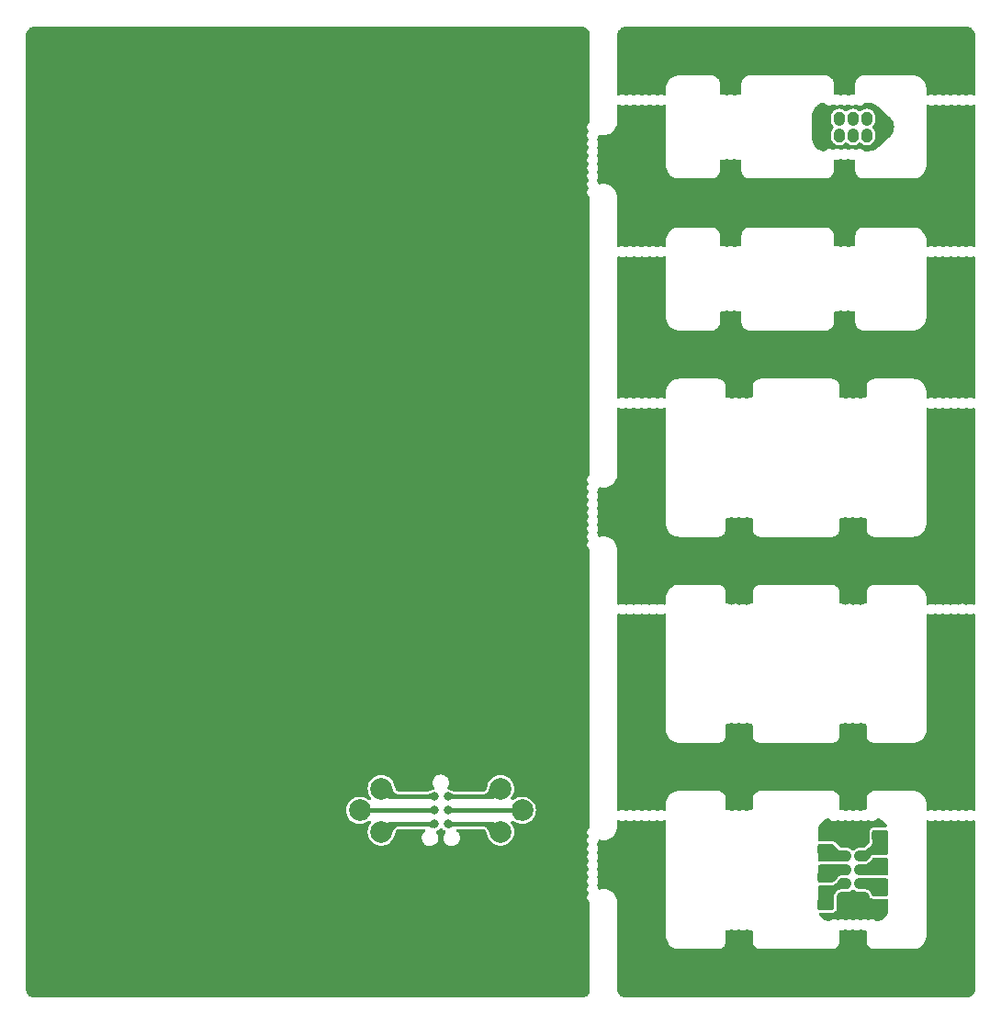
<source format=gtl>
G04 #@! TF.GenerationSoftware,KiCad,Pcbnew,(6.0.2-0)*
G04 #@! TF.CreationDate,2022-08-08T09:45:33+12:00*
G04 #@! TF.ProjectId,stamp_attach,7374616d-705f-4617-9474-6163682e6b69,rev?*
G04 #@! TF.SameCoordinates,Original*
G04 #@! TF.FileFunction,Copper,L1,Top*
G04 #@! TF.FilePolarity,Positive*
%FSLAX46Y46*%
G04 Gerber Fmt 4.6, Leading zero omitted, Abs format (unit mm)*
G04 Created by KiCad (PCBNEW (6.0.2-0)) date 2022-08-08 09:45:33*
%MOMM*%
%LPD*%
G01*
G04 APERTURE LIST*
G04 Aperture macros list*
%AMRoundRect*
0 Rectangle with rounded corners*
0 $1 Rounding radius*
0 $2 $3 $4 $5 $6 $7 $8 $9 X,Y pos of 4 corners*
0 Add a 4 corners polygon primitive as box body*
4,1,4,$2,$3,$4,$5,$6,$7,$8,$9,$2,$3,0*
0 Add four circle primitives for the rounded corners*
1,1,$1+$1,$2,$3*
1,1,$1+$1,$4,$5*
1,1,$1+$1,$6,$7*
1,1,$1+$1,$8,$9*
0 Add four rect primitives between the rounded corners*
20,1,$1+$1,$2,$3,$4,$5,0*
20,1,$1+$1,$4,$5,$6,$7,0*
20,1,$1+$1,$6,$7,$8,$9,0*
20,1,$1+$1,$8,$9,$2,$3,0*%
%AMFreePoly0*
4,1,32,0.280000,0.504858,0.355383,0.504398,0.493921,0.462967,0.615261,0.384317,0.709651,0.274773,0.769501,0.143140,0.790000,0.000000,0.789848,-0.012460,0.765857,-0.155057,0.702809,-0.285188,0.605772,-0.392394,0.482545,-0.468055,0.343037,-0.506089,0.280000,-0.504934,0.280000,-0.510000,0.000000,-0.510000,0.000000,-0.504934,-0.081539,-0.503439,-0.219561,-0.460318,-0.339932,-0.380193,
-0.432976,-0.269504,-0.491213,-0.137149,-0.509962,0.006231,-0.487715,0.149110,-0.426262,0.280002,-0.330541,0.388385,-0.208249,0.465545,-0.069215,0.505281,0.000000,0.504858,0.000000,0.510000,0.280000,0.510000,0.280000,0.504858,0.280000,0.504858,$1*%
%AMFreePoly1*
4,1,24,0.750000,-0.499999,0.500000,-0.500000,0.350416,-0.350416,0.319385,-0.384700,0.198574,-0.458877,0.061801,-0.496166,-0.079941,-0.493568,-0.215256,-0.451293,-0.333266,-0.372738,-0.424486,-0.264219,-0.481581,-0.134460,-0.499963,0.006109,-0.478152,0.146187,-0.417904,0.274511,-0.324060,0.380769,-0.204165,0.456417,-0.067858,0.495374,0.073905,0.494508,0.209726,0.453889,0.328688,0.376783,
0.350948,0.350948,0.500000,0.500000,0.750000,0.499999,0.750000,-0.499999,0.750000,-0.499999,$1*%
%AMFreePoly2*
4,1,18,-0.750000,0.300000,-0.734776,0.376537,-0.691421,0.441421,-0.626537,0.484776,-0.550000,0.500000,0.250000,0.500000,0.750000,0.000000,0.750000,-0.300000,0.734776,-0.376537,0.691421,-0.441421,0.626537,-0.484776,0.550000,-0.500000,-0.550000,-0.500000,-0.626537,-0.484776,-0.691421,-0.441421,-0.734776,-0.376537,-0.750000,-0.300000,-0.750000,0.300000,-0.750000,0.300000,$1*%
%AMFreePoly3*
4,1,18,-0.750000,0.300000,-0.734776,0.376537,-0.691421,0.441421,-0.626537,0.484776,-0.550000,0.500000,0.550000,0.500000,0.626537,0.484776,0.691421,0.441421,0.734776,0.376537,0.750000,0.300000,0.750000,-0.300000,0.734776,-0.376537,0.691421,-0.441421,0.626537,-0.484776,0.550000,-0.500000,-0.250000,-0.500000,-0.750000,0.000000,-0.750000,0.300000,-0.750000,0.300000,$1*%
G04 Aperture macros list end*
G04 #@! TA.AperFunction,ComponentPad*
%ADD10FreePoly0,90.000000*%
G04 #@! TD*
G04 #@! TA.AperFunction,ComponentPad*
%ADD11FreePoly0,270.000000*%
G04 #@! TD*
G04 #@! TA.AperFunction,ComponentPad*
%ADD12FreePoly1,225.000000*%
G04 #@! TD*
G04 #@! TA.AperFunction,ComponentPad*
%ADD13FreePoly1,0.000000*%
G04 #@! TD*
G04 #@! TA.AperFunction,ComponentPad*
%ADD14FreePoly1,135.000000*%
G04 #@! TD*
G04 #@! TA.AperFunction,SMDPad,CuDef*
%ADD15C,2.000000*%
G04 #@! TD*
G04 #@! TA.AperFunction,SMDPad,CuDef*
%ADD16C,0.800000*%
G04 #@! TD*
G04 #@! TA.AperFunction,SMDPad,CuDef*
%ADD17RoundRect,0.200000X-0.550000X-0.300000X0.550000X-0.300000X0.550000X0.300000X-0.550000X0.300000X0*%
G04 #@! TD*
G04 #@! TA.AperFunction,ComponentPad*
%ADD18FreePoly0,180.000000*%
G04 #@! TD*
G04 #@! TA.AperFunction,ComponentPad*
%ADD19FreePoly0,0.000000*%
G04 #@! TD*
G04 #@! TA.AperFunction,SMDPad,CuDef*
%ADD20FreePoly2,0.000000*%
G04 #@! TD*
G04 #@! TA.AperFunction,SMDPad,CuDef*
%ADD21FreePoly3,0.000000*%
G04 #@! TD*
G04 #@! TA.AperFunction,ComponentPad*
%ADD22FreePoly1,315.000000*%
G04 #@! TD*
G04 #@! TA.AperFunction,ComponentPad*
%ADD23FreePoly1,90.000000*%
G04 #@! TD*
G04 #@! TA.AperFunction,Conductor*
%ADD24C,0.400000*%
G04 #@! TD*
G04 APERTURE END LIST*
D10*
X182770001Y-66365000D03*
D11*
X182770001Y-67635000D03*
D10*
X181500001Y-66365000D03*
D11*
X181500001Y-67635000D03*
D10*
X180230001Y-66365000D03*
D11*
X180230001Y-67635000D03*
D12*
X178960001Y-66000000D03*
D13*
X184040001Y-67000000D03*
D14*
X178960001Y-68000000D03*
D15*
X138000001Y-128000001D03*
D16*
X142865001Y-128730001D03*
D15*
X149000001Y-128000001D03*
D16*
X144135001Y-128730001D03*
X142865001Y-130000001D03*
D15*
X136000001Y-130000001D03*
X151000001Y-130000001D03*
D16*
X144135001Y-130000001D03*
D15*
X138000001Y-132000001D03*
D16*
X142865001Y-131270001D03*
D15*
X149000001Y-132000001D03*
D16*
X144135001Y-131270001D03*
D17*
X179000000Y-133595000D03*
D18*
X180865000Y-134230000D03*
D19*
X182135000Y-134230000D03*
D17*
X184000000Y-132325000D03*
X179000000Y-136135000D03*
D18*
X180865000Y-135500000D03*
D17*
X184000000Y-134865000D03*
D19*
X182135000Y-135500000D03*
D20*
X179000000Y-138675000D03*
D18*
X180865000Y-136770000D03*
D21*
X184000000Y-137405000D03*
D19*
X182135000Y-136770000D03*
D12*
X182500000Y-138040000D03*
D22*
X180500000Y-138040000D03*
D23*
X181500000Y-132960000D03*
D24*
X142865001Y-128730001D02*
X138730001Y-128730001D01*
X138730001Y-128730001D02*
X138000001Y-128000001D01*
X148270001Y-128730001D02*
X149000001Y-128000001D01*
X144135001Y-128730001D02*
X148270001Y-128730001D01*
X142865001Y-130000001D02*
X136000001Y-130000001D01*
X144135001Y-130000001D02*
X151000001Y-130000001D01*
X142865001Y-131270001D02*
X138730001Y-131270001D01*
X138730001Y-131270001D02*
X138000001Y-132000001D01*
X144135001Y-131270001D02*
X148270001Y-131270001D01*
X148270001Y-131270001D02*
X149000001Y-132000001D01*
G04 #@! TA.AperFunction,Conductor*
G36*
X139694198Y-131253428D02*
G01*
X139697625Y-131261701D01*
X139697625Y-131459120D01*
X139694198Y-131467393D01*
X139686773Y-131470789D01*
X139542781Y-131481251D01*
X139542777Y-131481252D01*
X139542249Y-131481290D01*
X139541735Y-131481423D01*
X139541734Y-131481423D01*
X139416471Y-131513792D01*
X139416469Y-131513793D01*
X139415841Y-131513955D01*
X139358010Y-131543678D01*
X139314833Y-131565870D01*
X139314831Y-131565871D01*
X139314211Y-131566190D01*
X139233167Y-131636191D01*
X139168522Y-131722151D01*
X139116084Y-131822267D01*
X139071665Y-131934732D01*
X139031074Y-132057742D01*
X138990121Y-132189492D01*
X138957086Y-132290175D01*
X138947205Y-132320288D01*
X138941370Y-132327080D01*
X138936317Y-132328338D01*
X138132160Y-132344059D01*
X137661904Y-132353252D01*
X137653565Y-132349987D01*
X137649977Y-132341783D01*
X137650355Y-132338597D01*
X137811373Y-131722151D01*
X137932417Y-131258743D01*
X137937822Y-131251606D01*
X137943736Y-131250001D01*
X139685925Y-131250001D01*
X139694198Y-131253428D01*
G37*
G04 #@! TD.AperFunction*
G04 #@! TA.AperFunction,Conductor*
G36*
X142696543Y-128375672D02*
G01*
X142798964Y-128474165D01*
X142855474Y-128528508D01*
X143056232Y-128721568D01*
X143059820Y-128729772D01*
X143056232Y-128738434D01*
X143047601Y-128746734D01*
X143039491Y-128750001D01*
X142086701Y-128750001D01*
X142078428Y-128746574D01*
X142075001Y-128738301D01*
X142075001Y-128541506D01*
X142078428Y-128533233D01*
X142086504Y-128529808D01*
X142163222Y-128528517D01*
X142163341Y-128528515D01*
X142163453Y-128528508D01*
X142163462Y-128528508D01*
X142185647Y-128527189D01*
X142239175Y-128524008D01*
X142239320Y-128523991D01*
X142239335Y-128523990D01*
X142283921Y-128518834D01*
X142304959Y-128516402D01*
X142363154Y-128505622D01*
X142416218Y-128491590D01*
X142416416Y-128491522D01*
X142416422Y-128491520D01*
X142433371Y-128485681D01*
X142466611Y-128474232D01*
X142516791Y-128453470D01*
X142545917Y-128440003D01*
X142569138Y-128429266D01*
X142569171Y-128429250D01*
X142569217Y-128429229D01*
X142626349Y-128401431D01*
X142683296Y-128373594D01*
X142692232Y-128373039D01*
X142696543Y-128375672D01*
G37*
G04 #@! TD.AperFunction*
G04 #@! TA.AperFunction,Conductor*
G36*
X184502038Y-134361201D02*
G01*
X184581011Y-134376910D01*
X184603539Y-134386241D01*
X184665269Y-134427488D01*
X184682513Y-134444732D01*
X184723760Y-134506462D01*
X184733092Y-134528992D01*
X184748799Y-134607957D01*
X184750000Y-134620150D01*
X184750000Y-135749849D01*
X184748799Y-135762042D01*
X184733092Y-135841007D01*
X184723760Y-135863537D01*
X184682513Y-135925267D01*
X184665269Y-135942511D01*
X184603539Y-135983758D01*
X184581011Y-135993089D01*
X184502039Y-136008798D01*
X184489846Y-136009999D01*
X182530731Y-136009999D01*
X182521494Y-136009313D01*
X182494917Y-136005341D01*
X182494910Y-136005340D01*
X182492719Y-136005013D01*
X182490503Y-136004999D01*
X182490497Y-136004999D01*
X182420191Y-136004570D01*
X182346634Y-136004120D01*
X182344432Y-136004422D01*
X182343841Y-136004460D01*
X182339781Y-136004592D01*
X182144067Y-136004592D01*
X182143684Y-136004591D01*
X182090971Y-136004268D01*
X182079161Y-136003068D01*
X182028993Y-135993089D01*
X182006463Y-135983757D01*
X181944733Y-135942511D01*
X181927489Y-135925267D01*
X181886242Y-135863537D01*
X181876910Y-135841007D01*
X181861202Y-135762037D01*
X181860001Y-135749844D01*
X181860001Y-135250156D01*
X181861202Y-135237963D01*
X181876910Y-135158993D01*
X181886242Y-135136463D01*
X181927488Y-135074734D01*
X181944731Y-135057491D01*
X182006463Y-135016242D01*
X182028992Y-135006910D01*
X182083500Y-134996068D01*
X182096835Y-134994877D01*
X182194005Y-134996658D01*
X182200196Y-134995887D01*
X182207920Y-134995408D01*
X182405203Y-134995408D01*
X182406347Y-134995418D01*
X182474005Y-134996658D01*
X182523618Y-134990479D01*
X182531337Y-134990000D01*
X182634791Y-134990000D01*
X182637802Y-134989401D01*
X182637803Y-134989401D01*
X182668367Y-134983321D01*
X182731992Y-134970665D01*
X182814396Y-134915605D01*
X182923747Y-134806254D01*
X182928018Y-134802361D01*
X182931764Y-134799251D01*
X182931772Y-134799243D01*
X182933478Y-134797827D01*
X182944883Y-134785227D01*
X182947026Y-134782975D01*
X183291252Y-134438749D01*
X183300723Y-134430976D01*
X183367674Y-134386241D01*
X183390202Y-134376910D01*
X183469174Y-134361201D01*
X183481366Y-134360000D01*
X184489846Y-134360000D01*
X184502038Y-134361201D01*
G37*
G04 #@! TD.AperFunction*
G04 #@! TA.AperFunction,NonConductor*
G36*
X164500001Y-62746138D02*
G01*
X164485603Y-62762996D01*
X164382799Y-62930757D01*
X164307504Y-63112534D01*
X164306367Y-63117270D01*
X164262709Y-63299118D01*
X164262708Y-63299124D01*
X164261573Y-63303852D01*
X164246812Y-63491407D01*
X164245103Y-63500000D01*
X164247486Y-63511979D01*
X164247618Y-63512644D01*
X164250001Y-63536835D01*
X164250001Y-63966852D01*
X164230316Y-64033891D01*
X164177512Y-64079646D01*
X164108354Y-64089590D01*
X164065789Y-64073471D01*
X164065541Y-64073999D01*
X164058694Y-64070784D01*
X164058690Y-64070783D01*
X164057550Y-64070247D01*
X164057548Y-64070246D01*
X164000135Y-64043291D01*
X163934729Y-64012583D01*
X163926005Y-64011225D01*
X163926003Y-64011224D01*
X163884226Y-64004720D01*
X163825014Y-63995500D01*
X163749485Y-63995500D01*
X163745124Y-63996125D01*
X163745118Y-63996125D01*
X163651401Y-64009547D01*
X163642659Y-64010799D01*
X163634618Y-64014455D01*
X163535711Y-64059425D01*
X163511106Y-64070612D01*
X163504411Y-64076381D01*
X163496971Y-64081139D01*
X163495235Y-64078424D01*
X163445960Y-64100763D01*
X163376829Y-64090629D01*
X163360573Y-64081617D01*
X163357875Y-64079845D01*
X163351256Y-64073999D01*
X163343265Y-64070247D01*
X163343263Y-64070246D01*
X163285850Y-64043291D01*
X163220444Y-64012583D01*
X163211720Y-64011225D01*
X163211718Y-64011224D01*
X163169941Y-64004720D01*
X163110729Y-63995500D01*
X163035200Y-63995500D01*
X163030839Y-63996125D01*
X163030833Y-63996125D01*
X162937116Y-64009547D01*
X162928374Y-64010799D01*
X162920333Y-64014455D01*
X162821426Y-64059425D01*
X162796821Y-64070612D01*
X162790126Y-64076381D01*
X162782686Y-64081139D01*
X162780950Y-64078424D01*
X162731675Y-64100763D01*
X162662544Y-64090629D01*
X162646288Y-64081617D01*
X162643590Y-64079845D01*
X162636971Y-64073999D01*
X162628980Y-64070247D01*
X162628978Y-64070246D01*
X162571565Y-64043291D01*
X162506159Y-64012583D01*
X162497435Y-64011225D01*
X162497433Y-64011224D01*
X162455656Y-64004720D01*
X162396444Y-63995500D01*
X162320915Y-63995500D01*
X162316554Y-63996125D01*
X162316548Y-63996125D01*
X162222831Y-64009547D01*
X162214089Y-64010799D01*
X162206048Y-64014455D01*
X162107141Y-64059425D01*
X162082536Y-64070612D01*
X162075841Y-64076381D01*
X162068401Y-64081139D01*
X162066665Y-64078424D01*
X162017390Y-64100763D01*
X161948259Y-64090629D01*
X161932003Y-64081617D01*
X161929305Y-64079845D01*
X161922686Y-64073999D01*
X161914695Y-64070247D01*
X161914693Y-64070246D01*
X161857280Y-64043291D01*
X161791874Y-64012583D01*
X161783150Y-64011225D01*
X161783148Y-64011224D01*
X161741371Y-64004720D01*
X161682159Y-63995500D01*
X161606630Y-63995500D01*
X161602269Y-63996125D01*
X161602263Y-63996125D01*
X161508546Y-64009547D01*
X161499804Y-64010799D01*
X161491763Y-64014455D01*
X161392856Y-64059425D01*
X161368251Y-64070612D01*
X161361556Y-64076381D01*
X161354116Y-64081139D01*
X161352380Y-64078424D01*
X161303105Y-64100763D01*
X161233974Y-64090629D01*
X161217718Y-64081617D01*
X161215020Y-64079845D01*
X161208401Y-64073999D01*
X161200410Y-64070247D01*
X161200408Y-64070246D01*
X161142995Y-64043291D01*
X161077589Y-64012583D01*
X161068865Y-64011225D01*
X161068863Y-64011224D01*
X161027086Y-64004720D01*
X160967874Y-63995500D01*
X160892345Y-63995500D01*
X160887984Y-63996125D01*
X160887978Y-63996125D01*
X160794261Y-64009547D01*
X160785519Y-64010799D01*
X160777478Y-64014455D01*
X160678571Y-64059425D01*
X160653966Y-64070612D01*
X160647271Y-64076381D01*
X160639831Y-64081139D01*
X160638095Y-64078424D01*
X160588820Y-64100763D01*
X160519689Y-64090629D01*
X160503433Y-64081617D01*
X160500735Y-64079845D01*
X160494116Y-64073999D01*
X160486125Y-64070247D01*
X160486123Y-64070246D01*
X160428710Y-64043291D01*
X160363304Y-64012583D01*
X160354580Y-64011225D01*
X160354578Y-64011224D01*
X160312801Y-64004720D01*
X160253589Y-63995500D01*
X160178060Y-63995500D01*
X160173699Y-63996125D01*
X160173693Y-63996125D01*
X160079976Y-64009547D01*
X160071234Y-64010799D01*
X159939681Y-64070612D01*
X159937763Y-64072264D01*
X159873727Y-64090914D01*
X159806732Y-64071081D01*
X159761093Y-64018177D01*
X159750001Y-63966914D01*
X159750001Y-58536835D01*
X159752384Y-58512644D01*
X159752516Y-58511980D01*
X159754899Y-58500000D01*
X159752516Y-58488020D01*
X159752516Y-58480557D01*
X159753113Y-58468403D01*
X159763215Y-58365837D01*
X159767957Y-58341996D01*
X159803546Y-58224674D01*
X159812849Y-58202215D01*
X159870643Y-58094091D01*
X159884147Y-58073881D01*
X159961927Y-57979106D01*
X159979107Y-57961926D01*
X160073882Y-57884146D01*
X160094092Y-57870642D01*
X160202216Y-57812848D01*
X160224675Y-57803545D01*
X160341997Y-57767956D01*
X160365838Y-57763214D01*
X160468404Y-57753112D01*
X160480558Y-57752515D01*
X160488021Y-57752515D01*
X160500001Y-57754898D01*
X160511981Y-57752515D01*
X160512645Y-57752383D01*
X160536836Y-57750000D01*
X164500001Y-57750000D01*
X164500001Y-62746138D01*
G37*
G04 #@! TD.AperFunction*
G04 #@! TA.AperFunction,NonConductor*
G36*
X163480308Y-64909371D02*
G01*
X163496564Y-64918383D01*
X163499262Y-64920155D01*
X163505881Y-64926001D01*
X163513872Y-64929753D01*
X163513874Y-64929754D01*
X163571287Y-64956709D01*
X163636693Y-64987417D01*
X163645417Y-64988775D01*
X163645419Y-64988776D01*
X163687196Y-64995280D01*
X163746408Y-65004500D01*
X163821937Y-65004500D01*
X163826298Y-65003875D01*
X163826304Y-65003875D01*
X163920021Y-64990453D01*
X163928763Y-64989201D01*
X163979545Y-64966112D01*
X164052271Y-64933046D01*
X164052272Y-64933045D01*
X164060316Y-64929388D01*
X164062237Y-64927732D01*
X164126276Y-64909083D01*
X164193271Y-64928916D01*
X164238909Y-64981822D01*
X164250001Y-65033083D01*
X164250001Y-70463165D01*
X164247618Y-70487356D01*
X164245103Y-70500000D01*
X164246812Y-70508593D01*
X164247485Y-70517144D01*
X164247485Y-70517150D01*
X164249651Y-70544671D01*
X164261573Y-70696148D01*
X164262708Y-70700876D01*
X164262709Y-70700882D01*
X164288988Y-70810342D01*
X164307504Y-70887466D01*
X164382799Y-71069243D01*
X164441225Y-71164585D01*
X164481728Y-71230681D01*
X164500001Y-71295471D01*
X164500001Y-76704533D01*
X164481728Y-76769323D01*
X164382800Y-76930759D01*
X164307506Y-77112536D01*
X164261574Y-77303853D01*
X164246813Y-77491408D01*
X164245104Y-77500001D01*
X164247487Y-77511980D01*
X164247619Y-77512645D01*
X164250002Y-77536836D01*
X164250002Y-77966853D01*
X164230317Y-78033892D01*
X164177513Y-78079647D01*
X164108355Y-78089591D01*
X164065789Y-78073471D01*
X164065541Y-78073999D01*
X164058691Y-78070783D01*
X164058692Y-78070783D01*
X164057548Y-78070246D01*
X164057546Y-78070245D01*
X163980116Y-78033892D01*
X163934729Y-78012583D01*
X163926005Y-78011225D01*
X163926003Y-78011224D01*
X163884226Y-78004720D01*
X163825014Y-77995500D01*
X163749485Y-77995500D01*
X163745124Y-77996125D01*
X163745118Y-77996125D01*
X163651401Y-78009547D01*
X163642659Y-78010799D01*
X163634618Y-78014455D01*
X163535711Y-78059425D01*
X163511106Y-78070612D01*
X163504411Y-78076381D01*
X163496971Y-78081139D01*
X163495235Y-78078424D01*
X163445960Y-78100763D01*
X163376829Y-78090629D01*
X163360573Y-78081617D01*
X163357875Y-78079845D01*
X163351256Y-78073999D01*
X163343265Y-78070247D01*
X163343263Y-78070246D01*
X163265831Y-78033892D01*
X163220444Y-78012583D01*
X163211720Y-78011225D01*
X163211718Y-78011224D01*
X163169941Y-78004720D01*
X163110729Y-77995500D01*
X163035200Y-77995500D01*
X163030839Y-77996125D01*
X163030833Y-77996125D01*
X162937116Y-78009547D01*
X162928374Y-78010799D01*
X162920333Y-78014455D01*
X162821426Y-78059425D01*
X162796821Y-78070612D01*
X162790126Y-78076381D01*
X162782686Y-78081139D01*
X162780950Y-78078424D01*
X162731675Y-78100763D01*
X162662544Y-78090629D01*
X162646288Y-78081617D01*
X162643590Y-78079845D01*
X162636971Y-78073999D01*
X162628980Y-78070247D01*
X162628978Y-78070246D01*
X162551546Y-78033892D01*
X162506159Y-78012583D01*
X162497435Y-78011225D01*
X162497433Y-78011224D01*
X162455656Y-78004720D01*
X162396444Y-77995500D01*
X162320915Y-77995500D01*
X162316554Y-77996125D01*
X162316548Y-77996125D01*
X162222831Y-78009547D01*
X162214089Y-78010799D01*
X162206048Y-78014455D01*
X162107141Y-78059425D01*
X162082536Y-78070612D01*
X162075841Y-78076381D01*
X162068401Y-78081139D01*
X162066665Y-78078424D01*
X162017390Y-78100763D01*
X161948259Y-78090629D01*
X161932003Y-78081617D01*
X161929305Y-78079845D01*
X161922686Y-78073999D01*
X161914695Y-78070247D01*
X161914693Y-78070246D01*
X161837261Y-78033892D01*
X161791874Y-78012583D01*
X161783150Y-78011225D01*
X161783148Y-78011224D01*
X161741371Y-78004720D01*
X161682159Y-77995500D01*
X161606630Y-77995500D01*
X161602269Y-77996125D01*
X161602263Y-77996125D01*
X161508546Y-78009547D01*
X161499804Y-78010799D01*
X161491763Y-78014455D01*
X161392856Y-78059425D01*
X161368251Y-78070612D01*
X161361556Y-78076381D01*
X161354116Y-78081139D01*
X161352380Y-78078424D01*
X161303105Y-78100763D01*
X161233974Y-78090629D01*
X161217718Y-78081617D01*
X161215020Y-78079845D01*
X161208401Y-78073999D01*
X161200410Y-78070247D01*
X161200408Y-78070246D01*
X161122976Y-78033892D01*
X161077589Y-78012583D01*
X161068865Y-78011225D01*
X161068863Y-78011224D01*
X161027086Y-78004720D01*
X160967874Y-77995500D01*
X160892345Y-77995500D01*
X160887984Y-77996125D01*
X160887978Y-77996125D01*
X160794261Y-78009547D01*
X160785519Y-78010799D01*
X160777478Y-78014455D01*
X160678571Y-78059425D01*
X160653966Y-78070612D01*
X160647271Y-78076381D01*
X160639831Y-78081139D01*
X160638095Y-78078424D01*
X160588820Y-78100763D01*
X160519689Y-78090629D01*
X160503433Y-78081617D01*
X160500735Y-78079845D01*
X160494116Y-78073999D01*
X160486125Y-78070247D01*
X160486123Y-78070246D01*
X160408691Y-78033892D01*
X160363304Y-78012583D01*
X160354580Y-78011225D01*
X160354578Y-78011224D01*
X160312801Y-78004720D01*
X160253589Y-77995500D01*
X160178060Y-77995500D01*
X160173699Y-77996125D01*
X160173693Y-77996125D01*
X160079976Y-78009547D01*
X160071234Y-78010799D01*
X159939681Y-78070612D01*
X159937763Y-78072264D01*
X159873727Y-78090914D01*
X159806732Y-78071081D01*
X159761093Y-78018177D01*
X159750001Y-77966914D01*
X159750001Y-73536834D01*
X159752384Y-73512643D01*
X159752516Y-73511978D01*
X159754899Y-73499999D01*
X159753190Y-73491406D01*
X159751682Y-73472237D01*
X159738811Y-73308703D01*
X159738811Y-73308701D01*
X159738429Y-73303851D01*
X159737294Y-73299123D01*
X159737293Y-73299117D01*
X159693635Y-73117269D01*
X159692498Y-73112533D01*
X159617203Y-72930756D01*
X159514399Y-72762995D01*
X159386618Y-72613382D01*
X159237005Y-72485601D01*
X159069244Y-72382797D01*
X158887467Y-72307502D01*
X158828278Y-72293292D01*
X158700883Y-72262707D01*
X158700877Y-72262706D01*
X158696149Y-72261571D01*
X158691299Y-72261189D01*
X158691297Y-72261189D01*
X158517151Y-72247483D01*
X158517145Y-72247483D01*
X158508594Y-72246810D01*
X158500001Y-72245101D01*
X158491408Y-72246810D01*
X158482857Y-72247483D01*
X158482851Y-72247483D01*
X158308705Y-72261189D01*
X158308703Y-72261189D01*
X158303853Y-72261571D01*
X158299125Y-72262706D01*
X158299119Y-72262707D01*
X158157182Y-72296783D01*
X158087399Y-72293292D01*
X158030582Y-72252628D01*
X158005383Y-72193041D01*
X158004919Y-72189655D01*
X158004973Y-72180826D01*
X157965262Y-72041878D01*
X157901408Y-71940676D01*
X157882283Y-71873478D01*
X157902225Y-71807065D01*
X157957880Y-71721201D01*
X157957881Y-71721200D01*
X157962684Y-71713789D01*
X157966920Y-71699627D01*
X158001560Y-71583799D01*
X158004091Y-71575336D01*
X158004973Y-71430826D01*
X157965262Y-71291878D01*
X157901408Y-71190676D01*
X157882283Y-71123478D01*
X157902225Y-71057065D01*
X157957880Y-70971201D01*
X157957881Y-70971200D01*
X157962684Y-70963789D01*
X157966920Y-70949627D01*
X158001560Y-70833799D01*
X158004091Y-70825336D01*
X158004973Y-70680826D01*
X157965262Y-70541878D01*
X157901408Y-70440676D01*
X157882283Y-70373478D01*
X157902225Y-70307065D01*
X157957880Y-70221201D01*
X157957881Y-70221200D01*
X157962684Y-70213789D01*
X157966920Y-70199627D01*
X158001560Y-70083799D01*
X158004091Y-70075336D01*
X158004973Y-69930826D01*
X157965262Y-69791878D01*
X157901408Y-69690676D01*
X157882283Y-69623478D01*
X157902225Y-69557065D01*
X157957880Y-69471201D01*
X157957881Y-69471200D01*
X157962684Y-69463789D01*
X157966920Y-69449627D01*
X158001560Y-69333799D01*
X158004091Y-69325336D01*
X158004973Y-69180826D01*
X157965262Y-69041878D01*
X157901408Y-68940676D01*
X157882283Y-68873478D01*
X157902225Y-68807065D01*
X157957880Y-68721201D01*
X157957881Y-68721200D01*
X157962684Y-68713789D01*
X157966920Y-68699627D01*
X158001560Y-68583799D01*
X158004091Y-68575336D01*
X158004973Y-68430826D01*
X157965262Y-68291878D01*
X157901408Y-68190676D01*
X157882283Y-68123478D01*
X157902225Y-68057065D01*
X157957880Y-67971201D01*
X157957881Y-67971200D01*
X157962684Y-67963789D01*
X157966920Y-67949627D01*
X158001560Y-67833799D01*
X158004091Y-67825336D01*
X158004145Y-67816503D01*
X158005451Y-67807764D01*
X158008544Y-67808226D01*
X158024191Y-67756094D01*
X158077268Y-67710656D01*
X158146485Y-67701127D01*
X158157050Y-67703183D01*
X158299119Y-67737291D01*
X158299125Y-67737292D01*
X158303853Y-67738427D01*
X158308703Y-67738809D01*
X158308705Y-67738809D01*
X158482851Y-67752515D01*
X158482857Y-67752515D01*
X158491408Y-67753188D01*
X158500001Y-67754897D01*
X158508594Y-67753188D01*
X158517145Y-67752515D01*
X158517151Y-67752515D01*
X158691297Y-67738809D01*
X158691299Y-67738809D01*
X158696149Y-67738427D01*
X158700877Y-67737292D01*
X158700883Y-67737291D01*
X158882731Y-67693633D01*
X158887467Y-67692496D01*
X159069244Y-67617201D01*
X159237005Y-67514397D01*
X159386618Y-67386616D01*
X159395241Y-67376520D01*
X159511235Y-67240708D01*
X159511237Y-67240705D01*
X159514399Y-67237003D01*
X159617203Y-67069242D01*
X159692498Y-66887465D01*
X159715446Y-66791878D01*
X159737293Y-66700881D01*
X159737294Y-66700875D01*
X159738429Y-66696147D01*
X159746887Y-66588679D01*
X159752517Y-66517149D01*
X159752517Y-66517143D01*
X159753190Y-66508592D01*
X159754899Y-66499999D01*
X159752384Y-66487355D01*
X159750001Y-66463164D01*
X159750001Y-65033151D01*
X159769686Y-64966112D01*
X159822490Y-64920357D01*
X159891648Y-64910413D01*
X159934208Y-64926530D01*
X159934456Y-64926001D01*
X159941318Y-64929223D01*
X159941321Y-64929224D01*
X160065268Y-64987417D01*
X160073992Y-64988775D01*
X160073994Y-64988776D01*
X160115771Y-64995280D01*
X160174983Y-65004500D01*
X160250512Y-65004500D01*
X160254873Y-65003875D01*
X160254879Y-65003875D01*
X160348596Y-64990453D01*
X160357338Y-64989201D01*
X160408120Y-64966112D01*
X160480846Y-64933046D01*
X160480847Y-64933045D01*
X160488891Y-64929388D01*
X160495586Y-64923619D01*
X160503026Y-64918861D01*
X160504762Y-64921576D01*
X160554037Y-64899237D01*
X160623168Y-64909371D01*
X160639424Y-64918383D01*
X160642122Y-64920155D01*
X160648741Y-64926001D01*
X160656732Y-64929753D01*
X160656734Y-64929754D01*
X160714147Y-64956709D01*
X160779553Y-64987417D01*
X160788277Y-64988775D01*
X160788279Y-64988776D01*
X160830056Y-64995280D01*
X160889268Y-65004500D01*
X160964797Y-65004500D01*
X160969158Y-65003875D01*
X160969164Y-65003875D01*
X161062881Y-64990453D01*
X161071623Y-64989201D01*
X161122405Y-64966112D01*
X161195131Y-64933046D01*
X161195132Y-64933045D01*
X161203176Y-64929388D01*
X161209871Y-64923619D01*
X161217311Y-64918861D01*
X161219047Y-64921576D01*
X161268322Y-64899237D01*
X161337453Y-64909371D01*
X161353709Y-64918383D01*
X161356407Y-64920155D01*
X161363026Y-64926001D01*
X161371017Y-64929753D01*
X161371019Y-64929754D01*
X161428432Y-64956709D01*
X161493838Y-64987417D01*
X161502562Y-64988775D01*
X161502564Y-64988776D01*
X161544341Y-64995280D01*
X161603553Y-65004500D01*
X161679082Y-65004500D01*
X161683443Y-65003875D01*
X161683449Y-65003875D01*
X161777166Y-64990453D01*
X161785908Y-64989201D01*
X161836690Y-64966112D01*
X161909416Y-64933046D01*
X161909417Y-64933045D01*
X161917461Y-64929388D01*
X161924156Y-64923619D01*
X161931596Y-64918861D01*
X161933332Y-64921576D01*
X161982607Y-64899237D01*
X162051738Y-64909371D01*
X162067994Y-64918383D01*
X162070692Y-64920155D01*
X162077311Y-64926001D01*
X162085302Y-64929753D01*
X162085304Y-64929754D01*
X162142717Y-64956709D01*
X162208123Y-64987417D01*
X162216847Y-64988775D01*
X162216849Y-64988776D01*
X162258626Y-64995280D01*
X162317838Y-65004500D01*
X162393367Y-65004500D01*
X162397728Y-65003875D01*
X162397734Y-65003875D01*
X162491451Y-64990453D01*
X162500193Y-64989201D01*
X162550975Y-64966112D01*
X162623701Y-64933046D01*
X162623702Y-64933045D01*
X162631746Y-64929388D01*
X162638441Y-64923619D01*
X162645881Y-64918861D01*
X162647617Y-64921576D01*
X162696892Y-64899237D01*
X162766023Y-64909371D01*
X162782279Y-64918383D01*
X162784977Y-64920155D01*
X162791596Y-64926001D01*
X162799587Y-64929753D01*
X162799589Y-64929754D01*
X162857002Y-64956709D01*
X162922408Y-64987417D01*
X162931132Y-64988775D01*
X162931134Y-64988776D01*
X162972911Y-64995280D01*
X163032123Y-65004500D01*
X163107652Y-65004500D01*
X163112013Y-65003875D01*
X163112019Y-65003875D01*
X163205736Y-64990453D01*
X163214478Y-64989201D01*
X163265260Y-64966112D01*
X163337986Y-64933046D01*
X163337987Y-64933045D01*
X163346031Y-64929388D01*
X163352726Y-64923619D01*
X163360166Y-64918861D01*
X163361902Y-64921576D01*
X163411177Y-64899237D01*
X163480308Y-64909371D01*
G37*
G04 #@! TD.AperFunction*
G04 #@! TA.AperFunction,NonConductor*
G36*
X163480308Y-78909371D02*
G01*
X163496564Y-78918383D01*
X163499262Y-78920155D01*
X163505881Y-78926001D01*
X163513872Y-78929753D01*
X163513874Y-78929754D01*
X163571287Y-78956709D01*
X163636693Y-78987417D01*
X163645417Y-78988775D01*
X163645419Y-78988776D01*
X163687196Y-78995280D01*
X163746408Y-79004500D01*
X163821937Y-79004500D01*
X163826298Y-79003875D01*
X163826304Y-79003875D01*
X163920021Y-78990453D01*
X163928763Y-78989201D01*
X164060316Y-78929388D01*
X164062239Y-78927731D01*
X164126281Y-78909083D01*
X164193276Y-78928918D01*
X164238912Y-78981825D01*
X164250002Y-79033083D01*
X164250001Y-84463166D01*
X164247618Y-84487357D01*
X164245103Y-84500001D01*
X164246812Y-84508594D01*
X164261573Y-84696149D01*
X164262708Y-84700877D01*
X164262709Y-84700883D01*
X164306085Y-84881558D01*
X164307504Y-84887467D01*
X164382799Y-85069244D01*
X164385348Y-85073403D01*
X164481728Y-85230682D01*
X164500001Y-85295472D01*
X164500001Y-90664532D01*
X164481728Y-90729322D01*
X164382800Y-90890758D01*
X164307506Y-91072535D01*
X164261574Y-91263852D01*
X164246813Y-91451407D01*
X164245104Y-91460000D01*
X164247487Y-91471979D01*
X164247619Y-91472644D01*
X164250002Y-91496835D01*
X164250002Y-91926853D01*
X164230317Y-91993892D01*
X164177513Y-92039647D01*
X164108355Y-92049591D01*
X164065789Y-92033471D01*
X164065541Y-92033999D01*
X164058691Y-92030783D01*
X164058692Y-92030783D01*
X164057548Y-92030246D01*
X164057546Y-92030245D01*
X163980116Y-91993892D01*
X163934729Y-91972583D01*
X163926005Y-91971225D01*
X163926003Y-91971224D01*
X163884226Y-91964720D01*
X163825014Y-91955500D01*
X163749485Y-91955500D01*
X163745124Y-91956125D01*
X163745118Y-91956125D01*
X163651401Y-91969547D01*
X163642659Y-91970799D01*
X163634618Y-91974455D01*
X163535711Y-92019425D01*
X163511106Y-92030612D01*
X163504411Y-92036381D01*
X163496971Y-92041139D01*
X163495235Y-92038424D01*
X163445960Y-92060763D01*
X163376829Y-92050629D01*
X163360573Y-92041617D01*
X163357875Y-92039845D01*
X163351256Y-92033999D01*
X163343265Y-92030247D01*
X163343263Y-92030246D01*
X163265831Y-91993892D01*
X163220444Y-91972583D01*
X163211720Y-91971225D01*
X163211718Y-91971224D01*
X163169941Y-91964720D01*
X163110729Y-91955500D01*
X163035200Y-91955500D01*
X163030839Y-91956125D01*
X163030833Y-91956125D01*
X162937116Y-91969547D01*
X162928374Y-91970799D01*
X162920333Y-91974455D01*
X162821426Y-92019425D01*
X162796821Y-92030612D01*
X162790126Y-92036381D01*
X162782686Y-92041139D01*
X162780950Y-92038424D01*
X162731675Y-92060763D01*
X162662544Y-92050629D01*
X162646288Y-92041617D01*
X162643590Y-92039845D01*
X162636971Y-92033999D01*
X162628980Y-92030247D01*
X162628978Y-92030246D01*
X162551546Y-91993892D01*
X162506159Y-91972583D01*
X162497435Y-91971225D01*
X162497433Y-91971224D01*
X162455656Y-91964720D01*
X162396444Y-91955500D01*
X162320915Y-91955500D01*
X162316554Y-91956125D01*
X162316548Y-91956125D01*
X162222831Y-91969547D01*
X162214089Y-91970799D01*
X162206048Y-91974455D01*
X162107141Y-92019425D01*
X162082536Y-92030612D01*
X162075841Y-92036381D01*
X162068401Y-92041139D01*
X162066665Y-92038424D01*
X162017390Y-92060763D01*
X161948259Y-92050629D01*
X161932003Y-92041617D01*
X161929305Y-92039845D01*
X161922686Y-92033999D01*
X161914695Y-92030247D01*
X161914693Y-92030246D01*
X161837261Y-91993892D01*
X161791874Y-91972583D01*
X161783150Y-91971225D01*
X161783148Y-91971224D01*
X161741371Y-91964720D01*
X161682159Y-91955500D01*
X161606630Y-91955500D01*
X161602269Y-91956125D01*
X161602263Y-91956125D01*
X161508546Y-91969547D01*
X161499804Y-91970799D01*
X161491763Y-91974455D01*
X161392856Y-92019425D01*
X161368251Y-92030612D01*
X161361556Y-92036381D01*
X161354116Y-92041139D01*
X161352380Y-92038424D01*
X161303105Y-92060763D01*
X161233974Y-92050629D01*
X161217718Y-92041617D01*
X161215020Y-92039845D01*
X161208401Y-92033999D01*
X161200410Y-92030247D01*
X161200408Y-92030246D01*
X161122976Y-91993892D01*
X161077589Y-91972583D01*
X161068865Y-91971225D01*
X161068863Y-91971224D01*
X161027086Y-91964720D01*
X160967874Y-91955500D01*
X160892345Y-91955500D01*
X160887984Y-91956125D01*
X160887978Y-91956125D01*
X160794261Y-91969547D01*
X160785519Y-91970799D01*
X160777478Y-91974455D01*
X160678571Y-92019425D01*
X160653966Y-92030612D01*
X160647271Y-92036381D01*
X160639831Y-92041139D01*
X160638095Y-92038424D01*
X160588820Y-92060763D01*
X160519689Y-92050629D01*
X160503433Y-92041617D01*
X160500735Y-92039845D01*
X160494116Y-92033999D01*
X160486125Y-92030247D01*
X160486123Y-92030246D01*
X160408691Y-91993892D01*
X160363304Y-91972583D01*
X160354580Y-91971225D01*
X160354578Y-91971224D01*
X160312801Y-91964720D01*
X160253589Y-91955500D01*
X160178060Y-91955500D01*
X160173699Y-91956125D01*
X160173693Y-91956125D01*
X160079976Y-91969547D01*
X160071234Y-91970799D01*
X159939681Y-92030612D01*
X159937763Y-92032264D01*
X159873727Y-92050914D01*
X159806732Y-92031081D01*
X159761093Y-91978177D01*
X159750001Y-91926914D01*
X159750001Y-79033151D01*
X159769686Y-78966112D01*
X159822490Y-78920357D01*
X159891648Y-78910413D01*
X159934208Y-78926530D01*
X159934456Y-78926001D01*
X159941318Y-78929223D01*
X159941321Y-78929224D01*
X160065268Y-78987417D01*
X160073992Y-78988775D01*
X160073994Y-78988776D01*
X160115771Y-78995280D01*
X160174983Y-79004500D01*
X160250512Y-79004500D01*
X160254873Y-79003875D01*
X160254879Y-79003875D01*
X160348596Y-78990453D01*
X160357338Y-78989201D01*
X160408120Y-78966112D01*
X160480846Y-78933046D01*
X160480847Y-78933045D01*
X160488891Y-78929388D01*
X160495586Y-78923619D01*
X160503026Y-78918861D01*
X160504762Y-78921576D01*
X160554037Y-78899237D01*
X160623168Y-78909371D01*
X160639424Y-78918383D01*
X160642122Y-78920155D01*
X160648741Y-78926001D01*
X160656732Y-78929753D01*
X160656734Y-78929754D01*
X160714147Y-78956709D01*
X160779553Y-78987417D01*
X160788277Y-78988775D01*
X160788279Y-78988776D01*
X160830056Y-78995280D01*
X160889268Y-79004500D01*
X160964797Y-79004500D01*
X160969158Y-79003875D01*
X160969164Y-79003875D01*
X161062881Y-78990453D01*
X161071623Y-78989201D01*
X161122405Y-78966112D01*
X161195131Y-78933046D01*
X161195132Y-78933045D01*
X161203176Y-78929388D01*
X161209871Y-78923619D01*
X161217311Y-78918861D01*
X161219047Y-78921576D01*
X161268322Y-78899237D01*
X161337453Y-78909371D01*
X161353709Y-78918383D01*
X161356407Y-78920155D01*
X161363026Y-78926001D01*
X161371017Y-78929753D01*
X161371019Y-78929754D01*
X161428432Y-78956709D01*
X161493838Y-78987417D01*
X161502562Y-78988775D01*
X161502564Y-78988776D01*
X161544341Y-78995280D01*
X161603553Y-79004500D01*
X161679082Y-79004500D01*
X161683443Y-79003875D01*
X161683449Y-79003875D01*
X161777166Y-78990453D01*
X161785908Y-78989201D01*
X161836690Y-78966112D01*
X161909416Y-78933046D01*
X161909417Y-78933045D01*
X161917461Y-78929388D01*
X161924156Y-78923619D01*
X161931596Y-78918861D01*
X161933332Y-78921576D01*
X161982607Y-78899237D01*
X162051738Y-78909371D01*
X162067994Y-78918383D01*
X162070692Y-78920155D01*
X162077311Y-78926001D01*
X162085302Y-78929753D01*
X162085304Y-78929754D01*
X162142717Y-78956709D01*
X162208123Y-78987417D01*
X162216847Y-78988775D01*
X162216849Y-78988776D01*
X162258626Y-78995280D01*
X162317838Y-79004500D01*
X162393367Y-79004500D01*
X162397728Y-79003875D01*
X162397734Y-79003875D01*
X162491451Y-78990453D01*
X162500193Y-78989201D01*
X162550975Y-78966112D01*
X162623701Y-78933046D01*
X162623702Y-78933045D01*
X162631746Y-78929388D01*
X162638441Y-78923619D01*
X162645881Y-78918861D01*
X162647617Y-78921576D01*
X162696892Y-78899237D01*
X162766023Y-78909371D01*
X162782279Y-78918383D01*
X162784977Y-78920155D01*
X162791596Y-78926001D01*
X162799587Y-78929753D01*
X162799589Y-78929754D01*
X162857002Y-78956709D01*
X162922408Y-78987417D01*
X162931132Y-78988775D01*
X162931134Y-78988776D01*
X162972911Y-78995280D01*
X163032123Y-79004500D01*
X163107652Y-79004500D01*
X163112013Y-79003875D01*
X163112019Y-79003875D01*
X163205736Y-78990453D01*
X163214478Y-78989201D01*
X163265260Y-78966112D01*
X163337986Y-78933046D01*
X163337987Y-78933045D01*
X163346031Y-78929388D01*
X163352726Y-78923619D01*
X163360166Y-78918861D01*
X163361902Y-78921576D01*
X163411177Y-78899237D01*
X163480308Y-78909371D01*
G37*
G04 #@! TD.AperFunction*
G04 #@! TA.AperFunction,NonConductor*
G36*
X163480308Y-92869371D02*
G01*
X163496564Y-92878383D01*
X163499262Y-92880155D01*
X163505881Y-92886001D01*
X163513872Y-92889753D01*
X163513874Y-92889754D01*
X163571287Y-92916709D01*
X163636693Y-92947417D01*
X163645417Y-92948775D01*
X163645419Y-92948776D01*
X163687196Y-92955280D01*
X163746408Y-92964500D01*
X163821937Y-92964500D01*
X163826298Y-92963875D01*
X163826304Y-92963875D01*
X163920021Y-92950453D01*
X163928763Y-92949201D01*
X164060316Y-92889388D01*
X164062239Y-92887731D01*
X164126281Y-92869083D01*
X164193276Y-92888918D01*
X164238912Y-92941825D01*
X164250002Y-92993083D01*
X164250001Y-103503165D01*
X164247618Y-103527356D01*
X164245103Y-103540000D01*
X164246812Y-103548593D01*
X164247485Y-103557144D01*
X164247485Y-103557150D01*
X164258172Y-103692934D01*
X164261573Y-103736148D01*
X164262708Y-103740876D01*
X164262709Y-103740882D01*
X164304799Y-103916200D01*
X164307504Y-103927466D01*
X164382799Y-104109243D01*
X164385348Y-104113402D01*
X164481728Y-104270681D01*
X164500001Y-104335471D01*
X164500001Y-109664527D01*
X164481729Y-109729317D01*
X164382799Y-109890757D01*
X164307504Y-110072535D01*
X164306367Y-110077271D01*
X164262709Y-110259119D01*
X164262708Y-110259125D01*
X164261573Y-110263853D01*
X164246812Y-110451407D01*
X164245103Y-110460000D01*
X164247486Y-110471979D01*
X164247618Y-110472644D01*
X164250001Y-110496835D01*
X164250001Y-110926852D01*
X164230316Y-110993891D01*
X164177512Y-111039646D01*
X164108354Y-111049590D01*
X164065789Y-111033471D01*
X164065541Y-111033999D01*
X164058694Y-111030784D01*
X164058690Y-111030783D01*
X164057550Y-111030247D01*
X164057548Y-111030246D01*
X164000135Y-111003291D01*
X163934729Y-110972583D01*
X163926005Y-110971225D01*
X163926003Y-110971224D01*
X163884226Y-110964720D01*
X163825014Y-110955500D01*
X163749485Y-110955500D01*
X163745124Y-110956125D01*
X163745118Y-110956125D01*
X163651401Y-110969547D01*
X163642659Y-110970799D01*
X163634618Y-110974455D01*
X163535711Y-111019425D01*
X163511106Y-111030612D01*
X163504411Y-111036381D01*
X163496971Y-111041139D01*
X163495235Y-111038424D01*
X163445960Y-111060763D01*
X163376829Y-111050629D01*
X163360573Y-111041617D01*
X163357875Y-111039845D01*
X163351256Y-111033999D01*
X163343265Y-111030247D01*
X163343263Y-111030246D01*
X163285850Y-111003291D01*
X163220444Y-110972583D01*
X163211720Y-110971225D01*
X163211718Y-110971224D01*
X163169941Y-110964720D01*
X163110729Y-110955500D01*
X163035200Y-110955500D01*
X163030839Y-110956125D01*
X163030833Y-110956125D01*
X162937116Y-110969547D01*
X162928374Y-110970799D01*
X162920333Y-110974455D01*
X162821426Y-111019425D01*
X162796821Y-111030612D01*
X162790126Y-111036381D01*
X162782686Y-111041139D01*
X162780950Y-111038424D01*
X162731675Y-111060763D01*
X162662544Y-111050629D01*
X162646288Y-111041617D01*
X162643590Y-111039845D01*
X162636971Y-111033999D01*
X162628980Y-111030247D01*
X162628978Y-111030246D01*
X162571565Y-111003291D01*
X162506159Y-110972583D01*
X162497435Y-110971225D01*
X162497433Y-110971224D01*
X162455656Y-110964720D01*
X162396444Y-110955500D01*
X162320915Y-110955500D01*
X162316554Y-110956125D01*
X162316548Y-110956125D01*
X162222831Y-110969547D01*
X162214089Y-110970799D01*
X162206048Y-110974455D01*
X162107141Y-111019425D01*
X162082536Y-111030612D01*
X162075841Y-111036381D01*
X162068401Y-111041139D01*
X162066665Y-111038424D01*
X162017390Y-111060763D01*
X161948259Y-111050629D01*
X161932003Y-111041617D01*
X161929305Y-111039845D01*
X161922686Y-111033999D01*
X161914695Y-111030247D01*
X161914693Y-111030246D01*
X161857280Y-111003291D01*
X161791874Y-110972583D01*
X161783150Y-110971225D01*
X161783148Y-110971224D01*
X161741371Y-110964720D01*
X161682159Y-110955500D01*
X161606630Y-110955500D01*
X161602269Y-110956125D01*
X161602263Y-110956125D01*
X161508546Y-110969547D01*
X161499804Y-110970799D01*
X161491763Y-110974455D01*
X161392856Y-111019425D01*
X161368251Y-111030612D01*
X161361556Y-111036381D01*
X161354116Y-111041139D01*
X161352380Y-111038424D01*
X161303105Y-111060763D01*
X161233974Y-111050629D01*
X161217718Y-111041617D01*
X161215020Y-111039845D01*
X161208401Y-111033999D01*
X161200410Y-111030247D01*
X161200408Y-111030246D01*
X161142995Y-111003291D01*
X161077589Y-110972583D01*
X161068865Y-110971225D01*
X161068863Y-110971224D01*
X161027086Y-110964720D01*
X160967874Y-110955500D01*
X160892345Y-110955500D01*
X160887984Y-110956125D01*
X160887978Y-110956125D01*
X160794261Y-110969547D01*
X160785519Y-110970799D01*
X160777478Y-110974455D01*
X160678571Y-111019425D01*
X160653966Y-111030612D01*
X160647271Y-111036381D01*
X160639831Y-111041139D01*
X160638095Y-111038424D01*
X160588820Y-111060763D01*
X160519689Y-111050629D01*
X160503433Y-111041617D01*
X160500735Y-111039845D01*
X160494116Y-111033999D01*
X160486125Y-111030247D01*
X160486123Y-111030246D01*
X160428710Y-111003291D01*
X160363304Y-110972583D01*
X160354580Y-110971225D01*
X160354578Y-110971224D01*
X160312801Y-110964720D01*
X160253589Y-110955500D01*
X160178060Y-110955500D01*
X160173699Y-110956125D01*
X160173693Y-110956125D01*
X160079976Y-110969547D01*
X160071234Y-110970799D01*
X159939681Y-111030612D01*
X159937763Y-111032264D01*
X159873727Y-111050914D01*
X159806732Y-111031081D01*
X159761093Y-110978177D01*
X159750001Y-110926914D01*
X159750001Y-106036835D01*
X159752384Y-106012644D01*
X159752516Y-106011979D01*
X159754899Y-106000000D01*
X159753190Y-105991407D01*
X159751682Y-105972238D01*
X159738811Y-105808704D01*
X159738811Y-105808702D01*
X159738429Y-105803852D01*
X159737294Y-105799124D01*
X159737293Y-105799118D01*
X159693635Y-105617270D01*
X159692498Y-105612534D01*
X159617203Y-105430757D01*
X159514399Y-105262996D01*
X159386618Y-105113383D01*
X159237005Y-104985602D01*
X159069244Y-104882798D01*
X158887467Y-104807503D01*
X158842819Y-104796784D01*
X158700883Y-104762708D01*
X158700877Y-104762707D01*
X158696149Y-104761572D01*
X158691299Y-104761190D01*
X158691297Y-104761190D01*
X158517151Y-104747484D01*
X158517145Y-104747484D01*
X158508594Y-104746811D01*
X158500001Y-104745102D01*
X158491408Y-104746811D01*
X158482857Y-104747484D01*
X158482851Y-104747484D01*
X158308705Y-104761190D01*
X158308703Y-104761190D01*
X158303853Y-104761572D01*
X158299125Y-104762707D01*
X158299119Y-104762708D01*
X158157182Y-104796784D01*
X158087399Y-104793293D01*
X158030582Y-104752629D01*
X158005383Y-104693042D01*
X158004919Y-104689656D01*
X158004973Y-104680827D01*
X157965262Y-104541879D01*
X157901408Y-104440677D01*
X157882283Y-104373479D01*
X157902225Y-104307066D01*
X157921711Y-104277004D01*
X157962684Y-104213790D01*
X157966920Y-104199628D01*
X158001560Y-104083800D01*
X158004091Y-104075337D01*
X158004973Y-103930827D01*
X157965262Y-103791879D01*
X157901408Y-103690677D01*
X157882283Y-103623479D01*
X157902225Y-103557066D01*
X157957880Y-103471202D01*
X157957881Y-103471201D01*
X157962684Y-103463790D01*
X157966920Y-103449628D01*
X158001560Y-103333800D01*
X158004091Y-103325337D01*
X158004973Y-103180827D01*
X157965262Y-103041879D01*
X157901408Y-102940677D01*
X157882283Y-102873479D01*
X157902225Y-102807066D01*
X157957880Y-102721202D01*
X157957881Y-102721201D01*
X157962684Y-102713790D01*
X157966920Y-102699628D01*
X158001560Y-102583800D01*
X158004091Y-102575337D01*
X158004973Y-102430827D01*
X157965262Y-102291879D01*
X157901408Y-102190677D01*
X157882283Y-102123479D01*
X157902225Y-102057066D01*
X157957880Y-101971202D01*
X157957881Y-101971201D01*
X157962684Y-101963790D01*
X157966920Y-101949628D01*
X158001560Y-101833800D01*
X158004091Y-101825337D01*
X158004973Y-101680827D01*
X157965262Y-101541879D01*
X157901408Y-101440677D01*
X157882283Y-101373479D01*
X157902225Y-101307066D01*
X157957880Y-101221202D01*
X157957881Y-101221201D01*
X157962684Y-101213790D01*
X157966920Y-101199628D01*
X158001560Y-101083800D01*
X158004091Y-101075337D01*
X158004973Y-100930827D01*
X157965262Y-100791879D01*
X157901408Y-100690677D01*
X157882283Y-100623479D01*
X157902225Y-100557066D01*
X157957880Y-100471202D01*
X157957881Y-100471201D01*
X157962684Y-100463790D01*
X157966920Y-100449628D01*
X158001560Y-100333800D01*
X158004091Y-100325337D01*
X158004145Y-100316504D01*
X158005451Y-100307765D01*
X158008544Y-100308227D01*
X158024191Y-100256095D01*
X158077268Y-100210657D01*
X158146485Y-100201128D01*
X158157050Y-100203184D01*
X158299119Y-100237292D01*
X158299125Y-100237293D01*
X158303853Y-100238428D01*
X158308703Y-100238810D01*
X158308705Y-100238810D01*
X158482851Y-100252516D01*
X158482857Y-100252516D01*
X158491408Y-100253189D01*
X158500001Y-100254898D01*
X158508594Y-100253189D01*
X158517145Y-100252516D01*
X158517151Y-100252516D01*
X158691297Y-100238810D01*
X158691299Y-100238810D01*
X158696149Y-100238428D01*
X158700877Y-100237293D01*
X158700883Y-100237292D01*
X158882731Y-100193634D01*
X158887467Y-100192497D01*
X159069244Y-100117202D01*
X159237005Y-100014398D01*
X159386618Y-99886617D01*
X159395241Y-99876521D01*
X159511235Y-99740709D01*
X159511237Y-99740706D01*
X159514399Y-99737004D01*
X159617203Y-99569243D01*
X159692498Y-99387466D01*
X159715446Y-99291879D01*
X159737293Y-99200882D01*
X159737294Y-99200876D01*
X159738429Y-99196148D01*
X159746887Y-99088680D01*
X159752517Y-99017150D01*
X159752517Y-99017144D01*
X159753190Y-99008593D01*
X159754899Y-99000000D01*
X159752384Y-98987356D01*
X159750001Y-98963165D01*
X159750001Y-92993151D01*
X159769686Y-92926112D01*
X159822490Y-92880357D01*
X159891648Y-92870413D01*
X159934208Y-92886530D01*
X159934456Y-92886001D01*
X159941318Y-92889223D01*
X159941321Y-92889224D01*
X160065268Y-92947417D01*
X160073992Y-92948775D01*
X160073994Y-92948776D01*
X160115771Y-92955280D01*
X160174983Y-92964500D01*
X160250512Y-92964500D01*
X160254873Y-92963875D01*
X160254879Y-92963875D01*
X160348596Y-92950453D01*
X160357338Y-92949201D01*
X160408120Y-92926112D01*
X160480846Y-92893046D01*
X160480847Y-92893045D01*
X160488891Y-92889388D01*
X160495586Y-92883619D01*
X160503026Y-92878861D01*
X160504762Y-92881576D01*
X160554037Y-92859237D01*
X160623168Y-92869371D01*
X160639424Y-92878383D01*
X160642122Y-92880155D01*
X160648741Y-92886001D01*
X160656732Y-92889753D01*
X160656734Y-92889754D01*
X160714147Y-92916709D01*
X160779553Y-92947417D01*
X160788277Y-92948775D01*
X160788279Y-92948776D01*
X160830056Y-92955280D01*
X160889268Y-92964500D01*
X160964797Y-92964500D01*
X160969158Y-92963875D01*
X160969164Y-92963875D01*
X161062881Y-92950453D01*
X161071623Y-92949201D01*
X161122405Y-92926112D01*
X161195131Y-92893046D01*
X161195132Y-92893045D01*
X161203176Y-92889388D01*
X161209871Y-92883619D01*
X161217311Y-92878861D01*
X161219047Y-92881576D01*
X161268322Y-92859237D01*
X161337453Y-92869371D01*
X161353709Y-92878383D01*
X161356407Y-92880155D01*
X161363026Y-92886001D01*
X161371017Y-92889753D01*
X161371019Y-92889754D01*
X161428432Y-92916709D01*
X161493838Y-92947417D01*
X161502562Y-92948775D01*
X161502564Y-92948776D01*
X161544341Y-92955280D01*
X161603553Y-92964500D01*
X161679082Y-92964500D01*
X161683443Y-92963875D01*
X161683449Y-92963875D01*
X161777166Y-92950453D01*
X161785908Y-92949201D01*
X161836690Y-92926112D01*
X161909416Y-92893046D01*
X161909417Y-92893045D01*
X161917461Y-92889388D01*
X161924156Y-92883619D01*
X161931596Y-92878861D01*
X161933332Y-92881576D01*
X161982607Y-92859237D01*
X162051738Y-92869371D01*
X162067994Y-92878383D01*
X162070692Y-92880155D01*
X162077311Y-92886001D01*
X162085302Y-92889753D01*
X162085304Y-92889754D01*
X162142717Y-92916709D01*
X162208123Y-92947417D01*
X162216847Y-92948775D01*
X162216849Y-92948776D01*
X162258626Y-92955280D01*
X162317838Y-92964500D01*
X162393367Y-92964500D01*
X162397728Y-92963875D01*
X162397734Y-92963875D01*
X162491451Y-92950453D01*
X162500193Y-92949201D01*
X162550975Y-92926112D01*
X162623701Y-92893046D01*
X162623702Y-92893045D01*
X162631746Y-92889388D01*
X162638441Y-92883619D01*
X162645881Y-92878861D01*
X162647617Y-92881576D01*
X162696892Y-92859237D01*
X162766023Y-92869371D01*
X162782279Y-92878383D01*
X162784977Y-92880155D01*
X162791596Y-92886001D01*
X162799587Y-92889753D01*
X162799589Y-92889754D01*
X162857002Y-92916709D01*
X162922408Y-92947417D01*
X162931132Y-92948775D01*
X162931134Y-92948776D01*
X162972911Y-92955280D01*
X163032123Y-92964500D01*
X163107652Y-92964500D01*
X163112013Y-92963875D01*
X163112019Y-92963875D01*
X163205736Y-92950453D01*
X163214478Y-92949201D01*
X163265260Y-92926112D01*
X163337986Y-92893046D01*
X163337987Y-92893045D01*
X163346031Y-92889388D01*
X163352726Y-92883619D01*
X163360166Y-92878861D01*
X163361902Y-92881576D01*
X163411177Y-92859237D01*
X163480308Y-92869371D01*
G37*
G04 #@! TD.AperFunction*
G04 #@! TA.AperFunction,NonConductor*
G36*
X163480308Y-111869371D02*
G01*
X163496564Y-111878383D01*
X163499262Y-111880155D01*
X163505881Y-111886001D01*
X163513872Y-111889753D01*
X163513874Y-111889754D01*
X163571287Y-111916709D01*
X163636693Y-111947417D01*
X163645417Y-111948775D01*
X163645419Y-111948776D01*
X163687196Y-111955280D01*
X163746408Y-111964500D01*
X163821937Y-111964500D01*
X163826298Y-111963875D01*
X163826304Y-111963875D01*
X163920021Y-111950453D01*
X163928763Y-111949201D01*
X163979545Y-111926112D01*
X164052271Y-111893046D01*
X164052272Y-111893045D01*
X164060316Y-111889388D01*
X164062237Y-111887732D01*
X164126276Y-111869083D01*
X164193271Y-111888916D01*
X164238909Y-111941822D01*
X164250001Y-111993083D01*
X164250001Y-122503165D01*
X164247618Y-122527356D01*
X164245103Y-122540000D01*
X164246812Y-122548593D01*
X164261573Y-122736148D01*
X164262708Y-122740876D01*
X164262709Y-122740882D01*
X164306085Y-122921557D01*
X164307504Y-122927466D01*
X164382799Y-123109243D01*
X164385348Y-123113402D01*
X164481728Y-123270681D01*
X164500001Y-123335471D01*
X164500001Y-128664529D01*
X164481728Y-128729319D01*
X164382799Y-128890757D01*
X164307504Y-129072534D01*
X164306367Y-129077270D01*
X164262709Y-129259118D01*
X164262708Y-129259124D01*
X164261573Y-129263852D01*
X164246812Y-129451407D01*
X164245103Y-129460000D01*
X164247486Y-129471979D01*
X164247618Y-129472644D01*
X164250001Y-129496835D01*
X164250001Y-129926852D01*
X164230316Y-129993891D01*
X164177512Y-130039646D01*
X164108354Y-130049590D01*
X164065789Y-130033471D01*
X164065541Y-130033999D01*
X164058694Y-130030784D01*
X164058690Y-130030783D01*
X164057550Y-130030247D01*
X164057548Y-130030246D01*
X164000135Y-130003291D01*
X163934729Y-129972583D01*
X163926005Y-129971225D01*
X163926003Y-129971224D01*
X163884226Y-129964720D01*
X163825014Y-129955500D01*
X163749485Y-129955500D01*
X163745124Y-129956125D01*
X163745118Y-129956125D01*
X163651401Y-129969547D01*
X163642659Y-129970799D01*
X163634618Y-129974455D01*
X163535711Y-130019425D01*
X163511106Y-130030612D01*
X163504411Y-130036381D01*
X163496971Y-130041139D01*
X163495235Y-130038424D01*
X163445960Y-130060763D01*
X163376829Y-130050629D01*
X163360573Y-130041617D01*
X163357875Y-130039845D01*
X163351256Y-130033999D01*
X163343265Y-130030247D01*
X163343263Y-130030246D01*
X163285850Y-130003291D01*
X163220444Y-129972583D01*
X163211720Y-129971225D01*
X163211718Y-129971224D01*
X163169941Y-129964720D01*
X163110729Y-129955500D01*
X163035200Y-129955500D01*
X163030839Y-129956125D01*
X163030833Y-129956125D01*
X162937116Y-129969547D01*
X162928374Y-129970799D01*
X162920333Y-129974455D01*
X162821426Y-130019425D01*
X162796821Y-130030612D01*
X162790126Y-130036381D01*
X162782686Y-130041139D01*
X162780950Y-130038424D01*
X162731675Y-130060763D01*
X162662544Y-130050629D01*
X162646288Y-130041617D01*
X162643590Y-130039845D01*
X162636971Y-130033999D01*
X162628980Y-130030247D01*
X162628978Y-130030246D01*
X162571565Y-130003291D01*
X162506159Y-129972583D01*
X162497435Y-129971225D01*
X162497433Y-129971224D01*
X162455656Y-129964720D01*
X162396444Y-129955500D01*
X162320915Y-129955500D01*
X162316554Y-129956125D01*
X162316548Y-129956125D01*
X162222831Y-129969547D01*
X162214089Y-129970799D01*
X162206048Y-129974455D01*
X162107141Y-130019425D01*
X162082536Y-130030612D01*
X162075841Y-130036381D01*
X162068401Y-130041139D01*
X162066665Y-130038424D01*
X162017390Y-130060763D01*
X161948259Y-130050629D01*
X161932003Y-130041617D01*
X161929305Y-130039845D01*
X161922686Y-130033999D01*
X161914695Y-130030247D01*
X161914693Y-130030246D01*
X161857280Y-130003291D01*
X161791874Y-129972583D01*
X161783150Y-129971225D01*
X161783148Y-129971224D01*
X161741371Y-129964720D01*
X161682159Y-129955500D01*
X161606630Y-129955500D01*
X161602269Y-129956125D01*
X161602263Y-129956125D01*
X161508546Y-129969547D01*
X161499804Y-129970799D01*
X161491763Y-129974455D01*
X161392856Y-130019425D01*
X161368251Y-130030612D01*
X161361556Y-130036381D01*
X161354116Y-130041139D01*
X161352380Y-130038424D01*
X161303105Y-130060763D01*
X161233974Y-130050629D01*
X161217718Y-130041617D01*
X161215020Y-130039845D01*
X161208401Y-130033999D01*
X161200410Y-130030247D01*
X161200408Y-130030246D01*
X161142995Y-130003291D01*
X161077589Y-129972583D01*
X161068865Y-129971225D01*
X161068863Y-129971224D01*
X161027086Y-129964720D01*
X160967874Y-129955500D01*
X160892345Y-129955500D01*
X160887984Y-129956125D01*
X160887978Y-129956125D01*
X160794261Y-129969547D01*
X160785519Y-129970799D01*
X160777478Y-129974455D01*
X160678571Y-130019425D01*
X160653966Y-130030612D01*
X160647271Y-130036381D01*
X160639831Y-130041139D01*
X160638095Y-130038424D01*
X160588820Y-130060763D01*
X160519689Y-130050629D01*
X160503433Y-130041617D01*
X160500735Y-130039845D01*
X160494116Y-130033999D01*
X160486125Y-130030247D01*
X160486123Y-130030246D01*
X160428710Y-130003291D01*
X160363304Y-129972583D01*
X160354580Y-129971225D01*
X160354578Y-129971224D01*
X160312801Y-129964720D01*
X160253589Y-129955500D01*
X160178060Y-129955500D01*
X160173699Y-129956125D01*
X160173693Y-129956125D01*
X160079976Y-129969547D01*
X160071234Y-129970799D01*
X159939681Y-130030612D01*
X159937763Y-130032264D01*
X159873727Y-130050914D01*
X159806732Y-130031081D01*
X159761093Y-129978177D01*
X159750001Y-129926914D01*
X159750001Y-111993151D01*
X159769686Y-111926112D01*
X159822490Y-111880357D01*
X159891648Y-111870413D01*
X159934208Y-111886530D01*
X159934456Y-111886001D01*
X159941318Y-111889223D01*
X159941321Y-111889224D01*
X160065268Y-111947417D01*
X160073992Y-111948775D01*
X160073994Y-111948776D01*
X160115771Y-111955280D01*
X160174983Y-111964500D01*
X160250512Y-111964500D01*
X160254873Y-111963875D01*
X160254879Y-111963875D01*
X160348596Y-111950453D01*
X160357338Y-111949201D01*
X160408120Y-111926112D01*
X160480846Y-111893046D01*
X160480847Y-111893045D01*
X160488891Y-111889388D01*
X160495586Y-111883619D01*
X160503026Y-111878861D01*
X160504762Y-111881576D01*
X160554037Y-111859237D01*
X160623168Y-111869371D01*
X160639424Y-111878383D01*
X160642122Y-111880155D01*
X160648741Y-111886001D01*
X160656732Y-111889753D01*
X160656734Y-111889754D01*
X160714147Y-111916709D01*
X160779553Y-111947417D01*
X160788277Y-111948775D01*
X160788279Y-111948776D01*
X160830056Y-111955280D01*
X160889268Y-111964500D01*
X160964797Y-111964500D01*
X160969158Y-111963875D01*
X160969164Y-111963875D01*
X161062881Y-111950453D01*
X161071623Y-111949201D01*
X161122405Y-111926112D01*
X161195131Y-111893046D01*
X161195132Y-111893045D01*
X161203176Y-111889388D01*
X161209871Y-111883619D01*
X161217311Y-111878861D01*
X161219047Y-111881576D01*
X161268322Y-111859237D01*
X161337453Y-111869371D01*
X161353709Y-111878383D01*
X161356407Y-111880155D01*
X161363026Y-111886001D01*
X161371017Y-111889753D01*
X161371019Y-111889754D01*
X161428432Y-111916709D01*
X161493838Y-111947417D01*
X161502562Y-111948775D01*
X161502564Y-111948776D01*
X161544341Y-111955280D01*
X161603553Y-111964500D01*
X161679082Y-111964500D01*
X161683443Y-111963875D01*
X161683449Y-111963875D01*
X161777166Y-111950453D01*
X161785908Y-111949201D01*
X161836690Y-111926112D01*
X161909416Y-111893046D01*
X161909417Y-111893045D01*
X161917461Y-111889388D01*
X161924156Y-111883619D01*
X161931596Y-111878861D01*
X161933332Y-111881576D01*
X161982607Y-111859237D01*
X162051738Y-111869371D01*
X162067994Y-111878383D01*
X162070692Y-111880155D01*
X162077311Y-111886001D01*
X162085302Y-111889753D01*
X162085304Y-111889754D01*
X162142717Y-111916709D01*
X162208123Y-111947417D01*
X162216847Y-111948775D01*
X162216849Y-111948776D01*
X162258626Y-111955280D01*
X162317838Y-111964500D01*
X162393367Y-111964500D01*
X162397728Y-111963875D01*
X162397734Y-111963875D01*
X162491451Y-111950453D01*
X162500193Y-111949201D01*
X162550975Y-111926112D01*
X162623701Y-111893046D01*
X162623702Y-111893045D01*
X162631746Y-111889388D01*
X162638441Y-111883619D01*
X162645881Y-111878861D01*
X162647617Y-111881576D01*
X162696892Y-111859237D01*
X162766023Y-111869371D01*
X162782279Y-111878383D01*
X162784977Y-111880155D01*
X162791596Y-111886001D01*
X162799587Y-111889753D01*
X162799589Y-111889754D01*
X162857002Y-111916709D01*
X162922408Y-111947417D01*
X162931132Y-111948775D01*
X162931134Y-111948776D01*
X162972911Y-111955280D01*
X163032123Y-111964500D01*
X163107652Y-111964500D01*
X163112013Y-111963875D01*
X163112019Y-111963875D01*
X163205736Y-111950453D01*
X163214478Y-111949201D01*
X163265260Y-111926112D01*
X163337986Y-111893046D01*
X163337987Y-111893045D01*
X163346031Y-111889388D01*
X163352726Y-111883619D01*
X163360166Y-111878861D01*
X163361902Y-111881576D01*
X163411177Y-111859237D01*
X163480308Y-111869371D01*
G37*
G04 #@! TD.AperFunction*
G04 #@! TA.AperFunction,NonConductor*
G36*
X156487357Y-57752383D02*
G01*
X156500001Y-57754898D01*
X156511981Y-57752515D01*
X156519444Y-57752515D01*
X156531598Y-57753112D01*
X156634168Y-57763214D01*
X156658005Y-57767956D01*
X156741895Y-57793404D01*
X156775323Y-57803545D01*
X156797778Y-57812846D01*
X156905910Y-57870642D01*
X156926120Y-57884146D01*
X156982917Y-57930758D01*
X157020890Y-57961922D01*
X157038078Y-57979110D01*
X157115855Y-58073882D01*
X157129360Y-58094094D01*
X157187153Y-58202217D01*
X157196456Y-58224675D01*
X157232045Y-58341997D01*
X157236787Y-58365838D01*
X157246889Y-58468404D01*
X157247486Y-58480558D01*
X157247486Y-58488021D01*
X157245103Y-58500001D01*
X157247486Y-58511980D01*
X157247486Y-58511981D01*
X157247618Y-58512645D01*
X157250001Y-58536836D01*
X157250001Y-66463164D01*
X157247618Y-66487355D01*
X157245103Y-66499999D01*
X157245442Y-66501703D01*
X157227801Y-66561780D01*
X157204430Y-66588676D01*
X157115919Y-66664943D01*
X157037318Y-66786209D01*
X156995911Y-66924662D01*
X156995029Y-67069172D01*
X157034740Y-67208120D01*
X157098594Y-67309322D01*
X157117719Y-67376520D01*
X157097777Y-67442932D01*
X157037318Y-67536209D01*
X156995911Y-67674662D01*
X156995857Y-67683494D01*
X156995857Y-67683495D01*
X156995802Y-67692496D01*
X156995029Y-67819172D01*
X157034740Y-67958120D01*
X157098594Y-68059322D01*
X157117719Y-68126520D01*
X157097777Y-68192932D01*
X157037318Y-68286209D01*
X157034788Y-68294669D01*
X157034787Y-68294671D01*
X156998442Y-68416199D01*
X156995911Y-68424662D01*
X156995029Y-68569172D01*
X157034740Y-68708120D01*
X157098594Y-68809322D01*
X157117719Y-68876520D01*
X157097777Y-68942932D01*
X157037318Y-69036209D01*
X157034788Y-69044669D01*
X157034787Y-69044671D01*
X156998442Y-69166199D01*
X156995911Y-69174662D01*
X156995029Y-69319172D01*
X157034740Y-69458120D01*
X157098594Y-69559322D01*
X157117719Y-69626520D01*
X157097777Y-69692932D01*
X157037318Y-69786209D01*
X157034788Y-69794669D01*
X157034787Y-69794671D01*
X156998442Y-69916199D01*
X156995911Y-69924662D01*
X156995029Y-70069172D01*
X157034740Y-70208120D01*
X157098594Y-70309322D01*
X157117719Y-70376520D01*
X157097777Y-70442932D01*
X157037318Y-70536209D01*
X157034788Y-70544669D01*
X157034787Y-70544671D01*
X157004388Y-70646318D01*
X156995911Y-70674662D01*
X156995029Y-70819172D01*
X157034740Y-70958120D01*
X157098594Y-71059322D01*
X157117719Y-71126520D01*
X157097777Y-71192932D01*
X157037318Y-71286209D01*
X157034788Y-71294669D01*
X157034787Y-71294671D01*
X157027284Y-71319760D01*
X156995911Y-71424662D01*
X156995029Y-71569172D01*
X157034740Y-71708120D01*
X157098594Y-71809322D01*
X157117719Y-71876520D01*
X157097777Y-71942932D01*
X157037318Y-72036209D01*
X157034788Y-72044669D01*
X157034787Y-72044671D01*
X156998442Y-72166199D01*
X156995911Y-72174662D01*
X156995029Y-72319172D01*
X157034740Y-72458120D01*
X157098594Y-72559322D01*
X157117719Y-72626520D01*
X157097777Y-72692933D01*
X157052365Y-72762995D01*
X157037318Y-72786209D01*
X157034788Y-72794669D01*
X157034787Y-72794671D01*
X156998442Y-72916199D01*
X156995911Y-72924662D01*
X156995029Y-73069172D01*
X157034740Y-73208120D01*
X157111854Y-73330338D01*
X157118478Y-73336188D01*
X157205570Y-73413105D01*
X157242788Y-73472237D01*
X157246011Y-73495433D01*
X157245103Y-73499999D01*
X157247486Y-73511978D01*
X157247486Y-73511979D01*
X157247618Y-73512643D01*
X157250001Y-73536834D01*
X157250001Y-98963165D01*
X157247618Y-98987356D01*
X157245103Y-99000000D01*
X157245442Y-99001704D01*
X157227801Y-99061781D01*
X157204430Y-99088677D01*
X157115919Y-99164944D01*
X157037318Y-99286210D01*
X156995911Y-99424663D01*
X156995029Y-99569173D01*
X157034740Y-99708121D01*
X157098594Y-99809323D01*
X157117719Y-99876521D01*
X157097777Y-99942933D01*
X157037318Y-100036210D01*
X156995911Y-100174663D01*
X156995857Y-100183495D01*
X156995857Y-100183496D01*
X156995802Y-100192497D01*
X156995029Y-100319173D01*
X157034740Y-100458121D01*
X157098594Y-100559323D01*
X157117719Y-100626521D01*
X157097777Y-100692933D01*
X157037318Y-100786210D01*
X157034788Y-100794670D01*
X157034787Y-100794672D01*
X156998442Y-100916200D01*
X156995911Y-100924663D01*
X156995029Y-101069173D01*
X157034740Y-101208121D01*
X157098594Y-101309323D01*
X157117719Y-101376521D01*
X157097777Y-101442933D01*
X157037318Y-101536210D01*
X157034788Y-101544670D01*
X157034787Y-101544672D01*
X156998442Y-101666200D01*
X156995911Y-101674663D01*
X156995029Y-101819173D01*
X157034740Y-101958121D01*
X157098594Y-102059323D01*
X157117719Y-102126521D01*
X157097777Y-102192933D01*
X157037318Y-102286210D01*
X157034788Y-102294670D01*
X157034787Y-102294672D01*
X156998442Y-102416200D01*
X156995911Y-102424663D01*
X156995029Y-102569173D01*
X157034740Y-102708121D01*
X157098594Y-102809323D01*
X157117719Y-102876521D01*
X157097777Y-102942933D01*
X157037318Y-103036210D01*
X157034788Y-103044670D01*
X157034787Y-103044672D01*
X156998442Y-103166200D01*
X156995911Y-103174663D01*
X156995029Y-103319173D01*
X157034740Y-103458121D01*
X157098594Y-103559323D01*
X157117719Y-103626521D01*
X157097777Y-103692933D01*
X157037318Y-103786210D01*
X157034788Y-103794670D01*
X157034787Y-103794672D01*
X157025115Y-103827013D01*
X156995911Y-103924663D01*
X156995029Y-104069173D01*
X157034740Y-104208121D01*
X157098594Y-104309323D01*
X157117719Y-104376521D01*
X157097777Y-104442933D01*
X157037318Y-104536210D01*
X157034788Y-104544670D01*
X157034787Y-104544672D01*
X157007012Y-104637545D01*
X156995911Y-104674663D01*
X156995029Y-104819173D01*
X157034740Y-104958121D01*
X157098594Y-105059323D01*
X157117719Y-105126521D01*
X157097777Y-105192934D01*
X157052365Y-105262996D01*
X157037318Y-105286210D01*
X157034788Y-105294670D01*
X157034787Y-105294672D01*
X156998442Y-105416200D01*
X156995911Y-105424663D01*
X156995029Y-105569173D01*
X157034740Y-105708121D01*
X157111854Y-105830339D01*
X157118478Y-105836189D01*
X157205570Y-105913106D01*
X157242788Y-105972238D01*
X157246011Y-105995434D01*
X157245103Y-106000000D01*
X157247486Y-106011979D01*
X157247486Y-106011980D01*
X157247618Y-106012644D01*
X157250001Y-106036835D01*
X157250001Y-131463165D01*
X157247618Y-131487356D01*
X157245103Y-131500000D01*
X157245442Y-131501704D01*
X157227801Y-131561781D01*
X157204430Y-131588677D01*
X157115919Y-131664944D01*
X157094381Y-131698173D01*
X157044202Y-131775590D01*
X157037318Y-131786210D01*
X157034788Y-131794670D01*
X157034787Y-131794672D01*
X157018807Y-131848104D01*
X156995911Y-131924663D01*
X156995029Y-132069173D01*
X157034740Y-132208121D01*
X157098594Y-132309323D01*
X157117719Y-132376521D01*
X157097777Y-132442933D01*
X157037318Y-132536210D01*
X156995911Y-132674663D01*
X156995857Y-132683495D01*
X156995857Y-132683496D01*
X156995802Y-132692497D01*
X156995029Y-132819173D01*
X157034740Y-132958121D01*
X157098594Y-133059323D01*
X157117719Y-133126521D01*
X157097777Y-133192933D01*
X157037318Y-133286210D01*
X157034788Y-133294670D01*
X157034787Y-133294672D01*
X156998442Y-133416200D01*
X156995911Y-133424663D01*
X156995029Y-133569173D01*
X157034740Y-133708121D01*
X157098594Y-133809323D01*
X157117719Y-133876521D01*
X157097777Y-133942933D01*
X157037318Y-134036210D01*
X157034788Y-134044670D01*
X157034787Y-134044672D01*
X156998442Y-134166200D01*
X156995911Y-134174663D01*
X156995029Y-134319173D01*
X157034740Y-134458121D01*
X157098594Y-134559323D01*
X157117719Y-134626521D01*
X157097777Y-134692933D01*
X157037318Y-134786210D01*
X157034788Y-134794670D01*
X157034787Y-134794672D01*
X156998442Y-134916200D01*
X156995911Y-134924663D01*
X156995029Y-135069173D01*
X157034740Y-135208121D01*
X157098594Y-135309323D01*
X157117719Y-135376521D01*
X157097777Y-135442933D01*
X157037318Y-135536210D01*
X157034788Y-135544670D01*
X157034787Y-135544672D01*
X156998442Y-135666200D01*
X156995911Y-135674663D01*
X156995029Y-135819173D01*
X157034740Y-135958121D01*
X157098594Y-136059323D01*
X157117719Y-136126521D01*
X157097777Y-136192933D01*
X157037318Y-136286210D01*
X157034788Y-136294670D01*
X157034787Y-136294672D01*
X156998442Y-136416200D01*
X156995911Y-136424663D01*
X156995029Y-136569173D01*
X157034740Y-136708121D01*
X157098594Y-136809323D01*
X157117719Y-136876521D01*
X157097777Y-136942933D01*
X157037318Y-137036210D01*
X157034788Y-137044670D01*
X157034787Y-137044672D01*
X156998442Y-137166200D01*
X156995911Y-137174663D01*
X156995029Y-137319173D01*
X157034740Y-137458121D01*
X157098594Y-137559323D01*
X157117719Y-137626521D01*
X157097777Y-137692934D01*
X157052365Y-137762996D01*
X157037318Y-137786210D01*
X157034788Y-137794670D01*
X157034787Y-137794672D01*
X156998442Y-137916200D01*
X156995911Y-137924663D01*
X156995029Y-138069173D01*
X157034740Y-138208121D01*
X157111854Y-138330339D01*
X157118478Y-138336189D01*
X157205570Y-138413106D01*
X157242788Y-138472238D01*
X157246011Y-138495434D01*
X157245103Y-138500000D01*
X157247486Y-138511979D01*
X157247486Y-138511980D01*
X157247618Y-138512644D01*
X157250001Y-138536835D01*
X157250001Y-146463166D01*
X157247618Y-146487356D01*
X157245103Y-146500001D01*
X157247486Y-146511981D01*
X157247486Y-146519444D01*
X157246889Y-146531598D01*
X157236787Y-146634164D01*
X157232045Y-146658005D01*
X157196456Y-146775327D01*
X157187153Y-146797786D01*
X157129359Y-146905910D01*
X157115856Y-146926119D01*
X157038075Y-147020895D01*
X157020895Y-147038075D01*
X156926122Y-147115853D01*
X156926120Y-147115855D01*
X156905910Y-147129359D01*
X156797786Y-147187153D01*
X156775327Y-147196456D01*
X156658005Y-147232045D01*
X156634164Y-147236787D01*
X156531598Y-147246889D01*
X156519444Y-147247486D01*
X156511981Y-147247486D01*
X156500001Y-147245103D01*
X156488021Y-147247486D01*
X156487357Y-147247618D01*
X156463166Y-147250001D01*
X106036836Y-147250001D01*
X106012645Y-147247618D01*
X106011981Y-147247486D01*
X106000001Y-147245103D01*
X105988021Y-147247486D01*
X105980558Y-147247486D01*
X105968404Y-147246889D01*
X105950270Y-147245103D01*
X105865834Y-147236787D01*
X105841997Y-147232045D01*
X105758107Y-147206597D01*
X105724679Y-147196456D01*
X105702224Y-147187155D01*
X105594092Y-147129359D01*
X105573882Y-147115855D01*
X105479112Y-147038079D01*
X105461924Y-147020891D01*
X105384147Y-146926119D01*
X105370642Y-146905907D01*
X105312849Y-146797784D01*
X105303546Y-146775326D01*
X105267957Y-146658004D01*
X105263215Y-146634163D01*
X105253113Y-146531597D01*
X105252516Y-146519443D01*
X105252516Y-146511980D01*
X105254899Y-146500000D01*
X105252384Y-146487356D01*
X105250001Y-146463165D01*
X105250001Y-130000001D01*
X134744724Y-130000001D01*
X134763794Y-130217978D01*
X134820426Y-130429331D01*
X134912899Y-130627639D01*
X134916006Y-130632076D01*
X134916007Y-130632078D01*
X135035297Y-130802443D01*
X135035301Y-130802447D01*
X135038403Y-130806878D01*
X135193124Y-130961599D01*
X135372362Y-131087103D01*
X135570671Y-131179576D01*
X135575894Y-131180975D01*
X135575898Y-131180977D01*
X135742902Y-131225725D01*
X135782024Y-131236208D01*
X136000001Y-131255278D01*
X136217978Y-131236208D01*
X136257100Y-131225725D01*
X136424104Y-131180977D01*
X136424108Y-131180975D01*
X136429331Y-131179576D01*
X136627640Y-131087103D01*
X136660271Y-131064255D01*
X136672728Y-131056586D01*
X136736867Y-131022143D01*
X136736886Y-131022133D01*
X136737347Y-131021885D01*
X136745898Y-131017075D01*
X136746693Y-131016607D01*
X136747097Y-131016358D01*
X136747129Y-131016339D01*
X136754687Y-131011685D01*
X136755124Y-131011416D01*
X136755558Y-131011137D01*
X136755599Y-131011111D01*
X136827007Y-130965173D01*
X136894038Y-130945457D01*
X136961086Y-130965111D01*
X136981776Y-130981776D01*
X137028985Y-131028985D01*
X137062470Y-131090308D01*
X137057486Y-131160000D01*
X137038250Y-131193017D01*
X137038403Y-131193124D01*
X136912899Y-131372363D01*
X136820426Y-131570671D01*
X136819027Y-131575894D01*
X136819025Y-131575898D01*
X136775461Y-131738481D01*
X136763794Y-131782024D01*
X136744724Y-132000001D01*
X136763794Y-132217978D01*
X136765196Y-132223210D01*
X136809828Y-132389778D01*
X136820426Y-132429331D01*
X136912899Y-132627639D01*
X136916006Y-132632076D01*
X136916007Y-132632078D01*
X137035297Y-132802443D01*
X137035301Y-132802447D01*
X137038403Y-132806878D01*
X137193124Y-132961599D01*
X137372362Y-133087103D01*
X137570671Y-133179576D01*
X137575894Y-133180975D01*
X137575898Y-133180977D01*
X137727842Y-133221690D01*
X137782024Y-133236208D01*
X138000001Y-133255278D01*
X138217978Y-133236208D01*
X138272160Y-133221690D01*
X138424104Y-133180977D01*
X138424108Y-133180975D01*
X138429331Y-133179576D01*
X138627640Y-133087103D01*
X138806878Y-132961599D01*
X138961599Y-132806878D01*
X138964701Y-132802447D01*
X138964705Y-132802443D01*
X139083995Y-132632078D01*
X139083996Y-132632076D01*
X139087103Y-132627639D01*
X139179576Y-132429331D01*
X139190175Y-132389778D01*
X139201121Y-132348925D01*
X139203076Y-132342361D01*
X139227582Y-132267672D01*
X139227608Y-132267593D01*
X139227661Y-132267431D01*
X139228854Y-132263699D01*
X139233617Y-132248378D01*
X139257898Y-132170263D01*
X139268861Y-132134995D01*
X139269485Y-132133042D01*
X139305708Y-132023268D01*
X139308132Y-132016575D01*
X139341297Y-131932606D01*
X139346777Y-131920636D01*
X139375867Y-131865098D01*
X139386608Y-131848104D01*
X139408878Y-131818491D01*
X139426923Y-131799182D01*
X139443833Y-131784575D01*
X139468218Y-131768123D01*
X139472293Y-131766028D01*
X139493063Y-131755352D01*
X139518726Y-131745581D01*
X139572057Y-131731800D01*
X139594089Y-131728183D01*
X139695325Y-131720827D01*
X139704310Y-131720501D01*
X141958525Y-131720501D01*
X142025564Y-131740186D01*
X142071319Y-131792990D01*
X142081263Y-131862148D01*
X142052238Y-131925704D01*
X142026512Y-131948201D01*
X142012733Y-131957235D01*
X141891737Y-132084961D01*
X141803369Y-132237097D01*
X141801279Y-132243998D01*
X141801278Y-132244000D01*
X141794109Y-132267672D01*
X141752371Y-132405481D01*
X141748193Y-132472831D01*
X141744721Y-132528798D01*
X141741477Y-132581081D01*
X141771272Y-132754478D01*
X141774095Y-132761111D01*
X141774095Y-132761113D01*
X141798800Y-132819173D01*
X141840157Y-132916369D01*
X141844427Y-132922172D01*
X141844428Y-132922173D01*
X141940164Y-133052265D01*
X141940167Y-133052268D01*
X141944438Y-133058072D01*
X141978610Y-133087103D01*
X142073027Y-133167316D01*
X142073030Y-133167318D01*
X142078521Y-133171983D01*
X142084938Y-133175260D01*
X142084940Y-133175261D01*
X142115137Y-133190680D01*
X142235213Y-133251994D01*
X142242209Y-133253706D01*
X142242212Y-133253707D01*
X142313263Y-133271093D01*
X142406109Y-133293812D01*
X142411617Y-133294154D01*
X142411619Y-133294154D01*
X142415311Y-133294383D01*
X142415315Y-133294383D01*
X142417215Y-133294501D01*
X142544054Y-133294501D01*
X142674755Y-133279263D01*
X142840135Y-133219233D01*
X142846156Y-133215286D01*
X142846159Y-133215284D01*
X142981245Y-133126717D01*
X142981248Y-133126715D01*
X142987269Y-133122767D01*
X143108265Y-132995041D01*
X143196633Y-132842905D01*
X143207545Y-132806878D01*
X143245542Y-132681419D01*
X143245542Y-132681418D01*
X143247631Y-132674521D01*
X143256212Y-132536210D01*
X143258079Y-132506115D01*
X143258079Y-132506112D01*
X143258525Y-132498921D01*
X143228730Y-132325524D01*
X143203951Y-132267288D01*
X143162666Y-132170263D01*
X143159845Y-132163633D01*
X143078374Y-132052926D01*
X143054494Y-131987266D01*
X143069903Y-131919117D01*
X143122531Y-131868653D01*
X143129600Y-131865098D01*
X143227626Y-131815796D01*
X143233307Y-131810944D01*
X143233310Y-131810942D01*
X143341667Y-131718396D01*
X143341668Y-131718395D01*
X143347349Y-131713543D01*
X143399269Y-131641289D01*
X143454371Y-131598337D01*
X143523952Y-131591993D01*
X143585917Y-131624275D01*
X143602885Y-131644490D01*
X143621612Y-131672358D01*
X143638959Y-131698173D01*
X143675914Y-131731799D01*
X143749879Y-131799103D01*
X143749883Y-131799106D01*
X143755411Y-131804136D01*
X143761981Y-131807703D01*
X143761982Y-131807704D01*
X143767946Y-131810942D01*
X143879218Y-131871358D01*
X143928739Y-131920644D01*
X143943754Y-131988882D01*
X143919493Y-132054404D01*
X143910070Y-132065607D01*
X143896694Y-132079727D01*
X143896690Y-132079732D01*
X143891737Y-132084961D01*
X143803369Y-132237097D01*
X143801279Y-132243998D01*
X143801278Y-132244000D01*
X143794109Y-132267672D01*
X143752371Y-132405481D01*
X143748193Y-132472831D01*
X143744721Y-132528798D01*
X143741477Y-132581081D01*
X143771272Y-132754478D01*
X143774095Y-132761111D01*
X143774095Y-132761113D01*
X143798800Y-132819173D01*
X143840157Y-132916369D01*
X143844427Y-132922172D01*
X143844428Y-132922173D01*
X143940164Y-133052265D01*
X143940167Y-133052268D01*
X143944438Y-133058072D01*
X143978610Y-133087103D01*
X144073027Y-133167316D01*
X144073030Y-133167318D01*
X144078521Y-133171983D01*
X144084938Y-133175260D01*
X144084940Y-133175261D01*
X144115137Y-133190680D01*
X144235213Y-133251994D01*
X144242209Y-133253706D01*
X144242212Y-133253707D01*
X144313263Y-133271093D01*
X144406109Y-133293812D01*
X144411617Y-133294154D01*
X144411619Y-133294154D01*
X144415311Y-133294383D01*
X144415315Y-133294383D01*
X144417215Y-133294501D01*
X144544054Y-133294501D01*
X144674755Y-133279263D01*
X144840135Y-133219233D01*
X144846156Y-133215286D01*
X144846159Y-133215284D01*
X144981245Y-133126717D01*
X144981248Y-133126715D01*
X144987269Y-133122767D01*
X145108265Y-132995041D01*
X145196633Y-132842905D01*
X145207545Y-132806878D01*
X145245542Y-132681419D01*
X145245542Y-132681418D01*
X145247631Y-132674521D01*
X145256212Y-132536210D01*
X145258079Y-132506115D01*
X145258079Y-132506112D01*
X145258525Y-132498921D01*
X145228730Y-132325524D01*
X145203951Y-132267288D01*
X145162666Y-132170263D01*
X145159845Y-132163633D01*
X145155574Y-132157829D01*
X145059838Y-132027737D01*
X145059835Y-132027734D01*
X145055564Y-132021930D01*
X145050072Y-132017265D01*
X145050070Y-132017262D01*
X144957951Y-131939002D01*
X144919605Y-131880595D01*
X144918923Y-131810729D01*
X144956121Y-131751585D01*
X145019391Y-131721941D01*
X145038235Y-131720501D01*
X147295691Y-131720501D01*
X147304676Y-131720827D01*
X147405911Y-131728183D01*
X147427940Y-131731798D01*
X147481279Y-131745581D01*
X147506937Y-131755352D01*
X147527708Y-131766028D01*
X147531783Y-131768123D01*
X147556168Y-131784575D01*
X147573078Y-131799182D01*
X147591123Y-131818491D01*
X147613393Y-131848104D01*
X147624134Y-131865098D01*
X147653224Y-131920636D01*
X147658704Y-131932606D01*
X147691869Y-132016575D01*
X147694293Y-132023268D01*
X147730516Y-132133042D01*
X147731151Y-132135028D01*
X147766385Y-132248378D01*
X147771147Y-132263699D01*
X147772341Y-132267434D01*
X147792982Y-132330339D01*
X147796926Y-132342360D01*
X147798878Y-132348914D01*
X147806275Y-132376521D01*
X147809828Y-132389778D01*
X147820426Y-132429331D01*
X147912899Y-132627639D01*
X147916006Y-132632076D01*
X147916007Y-132632078D01*
X148035297Y-132802443D01*
X148035301Y-132802447D01*
X148038403Y-132806878D01*
X148193124Y-132961599D01*
X148372362Y-133087103D01*
X148570671Y-133179576D01*
X148575894Y-133180975D01*
X148575898Y-133180977D01*
X148727842Y-133221690D01*
X148782024Y-133236208D01*
X149000001Y-133255278D01*
X149217978Y-133236208D01*
X149272160Y-133221690D01*
X149424104Y-133180977D01*
X149424108Y-133180975D01*
X149429331Y-133179576D01*
X149627640Y-133087103D01*
X149806878Y-132961599D01*
X149961599Y-132806878D01*
X149964701Y-132802447D01*
X149964705Y-132802443D01*
X150083995Y-132632078D01*
X150083996Y-132632076D01*
X150087103Y-132627639D01*
X150179576Y-132429331D01*
X150190175Y-132389778D01*
X150234806Y-132223210D01*
X150236208Y-132217978D01*
X150255278Y-132000001D01*
X150236208Y-131782024D01*
X150224541Y-131738481D01*
X150180977Y-131575898D01*
X150180975Y-131575894D01*
X150179576Y-131570671D01*
X150087103Y-131372363D01*
X149961599Y-131193124D01*
X149962126Y-131192755D01*
X149935696Y-131132368D01*
X149946734Y-131063375D01*
X149971017Y-131028986D01*
X150018226Y-130981777D01*
X150079549Y-130948292D01*
X150149241Y-130953276D01*
X150172991Y-130965171D01*
X150188540Y-130975174D01*
X150188581Y-130975201D01*
X150198804Y-130981777D01*
X150244879Y-131011417D01*
X150253308Y-131016607D01*
X150254103Y-131017075D01*
X150259262Y-131019977D01*
X150262091Y-131021569D01*
X150262112Y-131021581D01*
X150262655Y-131021886D01*
X150275875Y-131028985D01*
X150327276Y-131056587D01*
X150339734Y-131064257D01*
X150348580Y-131070451D01*
X150372362Y-131087103D01*
X150570671Y-131179576D01*
X150575894Y-131180975D01*
X150575898Y-131180977D01*
X150742902Y-131225725D01*
X150782024Y-131236208D01*
X151000001Y-131255278D01*
X151217978Y-131236208D01*
X151257100Y-131225725D01*
X151424104Y-131180977D01*
X151424108Y-131180975D01*
X151429331Y-131179576D01*
X151627640Y-131087103D01*
X151806878Y-130961599D01*
X151961599Y-130806878D01*
X151964701Y-130802447D01*
X151964705Y-130802443D01*
X152083995Y-130632078D01*
X152083996Y-130632076D01*
X152087103Y-130627639D01*
X152179576Y-130429331D01*
X152236208Y-130217978D01*
X152255278Y-130000001D01*
X152236208Y-129782024D01*
X152179576Y-129570671D01*
X152087103Y-129372363D01*
X152083995Y-129367924D01*
X151964705Y-129197559D01*
X151964701Y-129197555D01*
X151961599Y-129193124D01*
X151806878Y-129038403D01*
X151627640Y-128912899D01*
X151429331Y-128820426D01*
X151424108Y-128819027D01*
X151424104Y-128819025D01*
X151223210Y-128765196D01*
X151223211Y-128765196D01*
X151217978Y-128763794D01*
X151000001Y-128744724D01*
X150782024Y-128763794D01*
X150776791Y-128765196D01*
X150776792Y-128765196D01*
X150575898Y-128819025D01*
X150575894Y-128819027D01*
X150570671Y-128820426D01*
X150372363Y-128912899D01*
X150348411Y-128929670D01*
X150339741Y-128935741D01*
X150327283Y-128943410D01*
X150263213Y-128977815D01*
X150263184Y-128977831D01*
X150262655Y-128978115D01*
X150254220Y-128982857D01*
X150253424Y-128983325D01*
X150249562Y-128985701D01*
X150245347Y-128988294D01*
X150245322Y-128988310D01*
X150244873Y-128988586D01*
X150172992Y-129034829D01*
X150105965Y-129054544D01*
X150038916Y-129034891D01*
X150018225Y-129018225D01*
X149971017Y-128971017D01*
X149937532Y-128909694D01*
X149942516Y-128840002D01*
X149961752Y-128806985D01*
X149961599Y-128806878D01*
X149962884Y-128805043D01*
X149962885Y-128805042D01*
X150039590Y-128695495D01*
X150083995Y-128632078D01*
X150083996Y-128632076D01*
X150087103Y-128627639D01*
X150179576Y-128429331D01*
X150197496Y-128362455D01*
X150227813Y-128249308D01*
X150236208Y-128217978D01*
X150255278Y-128000001D01*
X150236208Y-127782024D01*
X150205487Y-127667372D01*
X150180977Y-127575898D01*
X150180975Y-127575894D01*
X150179576Y-127570671D01*
X150087103Y-127372363D01*
X150049446Y-127318583D01*
X149964705Y-127197559D01*
X149964701Y-127197555D01*
X149961599Y-127193124D01*
X149806878Y-127038403D01*
X149627640Y-126912899D01*
X149429331Y-126820426D01*
X149424108Y-126819027D01*
X149424104Y-126819025D01*
X149223210Y-126765196D01*
X149223211Y-126765196D01*
X149217978Y-126763794D01*
X149000001Y-126744724D01*
X148782024Y-126763794D01*
X148776791Y-126765196D01*
X148776792Y-126765196D01*
X148575898Y-126819025D01*
X148575894Y-126819027D01*
X148570671Y-126820426D01*
X148372363Y-126912899D01*
X148367926Y-126916006D01*
X148367924Y-126916007D01*
X148197559Y-127035297D01*
X148197558Y-127035298D01*
X148193124Y-127038403D01*
X148038403Y-127193124D01*
X148035301Y-127197555D01*
X148035297Y-127197559D01*
X147950556Y-127318583D01*
X147912899Y-127372363D01*
X147820426Y-127570671D01*
X147812187Y-127601419D01*
X147798882Y-127651075D01*
X147796930Y-127657628D01*
X147772341Y-127732567D01*
X147772341Y-127732568D01*
X147772280Y-127732758D01*
X147771191Y-127736163D01*
X147771083Y-127736507D01*
X147731151Y-127864973D01*
X147730516Y-127866959D01*
X147703437Y-127949022D01*
X147694293Y-127976733D01*
X147691872Y-127983418D01*
X147658704Y-128067395D01*
X147653224Y-128079365D01*
X147624134Y-128134903D01*
X147613393Y-128151897D01*
X147591123Y-128181510D01*
X147573078Y-128200819D01*
X147556168Y-128215426D01*
X147531783Y-128231878D01*
X147527710Y-128233972D01*
X147527708Y-128233973D01*
X147506937Y-128244649D01*
X147481275Y-128254420D01*
X147427944Y-128268201D01*
X147405910Y-128271818D01*
X147383289Y-128273462D01*
X147377721Y-128273867D01*
X147377719Y-128273867D01*
X147304673Y-128279175D01*
X147295686Y-128279501D01*
X144898400Y-128279501D01*
X144896315Y-128279483D01*
X144893126Y-128279429D01*
X144848800Y-128278683D01*
X144843558Y-128278484D01*
X144829191Y-128277630D01*
X144829185Y-128277629D01*
X144786042Y-128275065D01*
X144779173Y-128274464D01*
X144744799Y-128270489D01*
X144744789Y-128270488D01*
X144744772Y-128270486D01*
X144736388Y-128269516D01*
X144728055Y-128268264D01*
X144696240Y-128262371D01*
X144687125Y-128260325D01*
X144660949Y-128253403D01*
X144652269Y-128250764D01*
X144648060Y-128249314D01*
X144648043Y-128249308D01*
X144625510Y-128241546D01*
X144618492Y-128238888D01*
X144601553Y-128231880D01*
X144585832Y-128225376D01*
X144581210Y-128223352D01*
X144559006Y-128213085D01*
X144559005Y-128213085D01*
X144557911Y-128212579D01*
X144539029Y-128203848D01*
X144536821Y-128202800D01*
X144483444Y-128176829D01*
X144483240Y-128176729D01*
X144446591Y-128158814D01*
X144443023Y-128156999D01*
X144433387Y-128151897D01*
X144369832Y-128118246D01*
X144217129Y-128079890D01*
X144211125Y-128079859D01*
X144147660Y-128052181D01*
X144108882Y-127994060D01*
X144107683Y-127924200D01*
X144120018Y-127894807D01*
X144150590Y-127842173D01*
X144196633Y-127762905D01*
X144204733Y-127736163D01*
X144245542Y-127601419D01*
X144245542Y-127601418D01*
X144247631Y-127594521D01*
X144258525Y-127418921D01*
X144228730Y-127245524D01*
X144204805Y-127189295D01*
X144162666Y-127090263D01*
X144159845Y-127083633D01*
X144129379Y-127042234D01*
X144059838Y-126947737D01*
X144059835Y-126947734D01*
X144055564Y-126941930D01*
X143985566Y-126882463D01*
X143926975Y-126832686D01*
X143926972Y-126832684D01*
X143921481Y-126828019D01*
X143915064Y-126824742D01*
X143915062Y-126824741D01*
X143836681Y-126784718D01*
X143764789Y-126748008D01*
X143757793Y-126746296D01*
X143757790Y-126746295D01*
X143686739Y-126728909D01*
X143593893Y-126706190D01*
X143588385Y-126705848D01*
X143588383Y-126705848D01*
X143584691Y-126705619D01*
X143584687Y-126705619D01*
X143582787Y-126705501D01*
X143455948Y-126705501D01*
X143325247Y-126720739D01*
X143159867Y-126780769D01*
X143153846Y-126784716D01*
X143153843Y-126784718D01*
X143018757Y-126873285D01*
X143018754Y-126873287D01*
X143012733Y-126877235D01*
X142891737Y-127004961D01*
X142803369Y-127157097D01*
X142801279Y-127163998D01*
X142801278Y-127164000D01*
X142791114Y-127197559D01*
X142752371Y-127325481D01*
X142741477Y-127501081D01*
X142771272Y-127674478D01*
X142774095Y-127681111D01*
X142774095Y-127681113D01*
X142795989Y-127732567D01*
X142840157Y-127836369D01*
X142844427Y-127842172D01*
X142844428Y-127842173D01*
X142874739Y-127883361D01*
X142898620Y-127949022D01*
X142883211Y-128017172D01*
X142833403Y-128066171D01*
X142792174Y-128079079D01*
X142789685Y-128079066D01*
X142636589Y-128115821D01*
X142629950Y-128119248D01*
X142629949Y-128119248D01*
X142552319Y-128159315D01*
X142549904Y-128160528D01*
X142516762Y-128176729D01*
X142516557Y-128176829D01*
X142463180Y-128202800D01*
X142460972Y-128203848D01*
X142440996Y-128213085D01*
X142440995Y-128213085D01*
X142418791Y-128223352D01*
X142414169Y-128225376D01*
X142398448Y-128231880D01*
X142381509Y-128238888D01*
X142374491Y-128241546D01*
X142351958Y-128249308D01*
X142351941Y-128249314D01*
X142347732Y-128250764D01*
X142339052Y-128253403D01*
X142312876Y-128260325D01*
X142303761Y-128262371D01*
X142271946Y-128268264D01*
X142263613Y-128269516D01*
X142255229Y-128270486D01*
X142255212Y-128270488D01*
X142255202Y-128270489D01*
X142220828Y-128274464D01*
X142213959Y-128275065D01*
X142170816Y-128277629D01*
X142170810Y-128277630D01*
X142156443Y-128278484D01*
X142151201Y-128278683D01*
X142104819Y-128279464D01*
X142103688Y-128279483D01*
X142101601Y-128279501D01*
X139704315Y-128279501D01*
X139695328Y-128279175D01*
X139621921Y-128273841D01*
X139594091Y-128271819D01*
X139572059Y-128268202D01*
X139541575Y-128260325D01*
X139518723Y-128254420D01*
X139493064Y-128244649D01*
X139472293Y-128233973D01*
X139468218Y-128231878D01*
X139443833Y-128215426D01*
X139426923Y-128200819D01*
X139408878Y-128181510D01*
X139386608Y-128151897D01*
X139375867Y-128134903D01*
X139346777Y-128079365D01*
X139341297Y-128067395D01*
X139308129Y-127983418D01*
X139305708Y-127976733D01*
X139296564Y-127949022D01*
X139269485Y-127866959D01*
X139268850Y-127864973D01*
X139244745Y-127787423D01*
X139228854Y-127736302D01*
X139227661Y-127732568D01*
X139203069Y-127657618D01*
X139201117Y-127651063D01*
X139180978Y-127575901D01*
X139180976Y-127575895D01*
X139179576Y-127570671D01*
X139087103Y-127372363D01*
X139049446Y-127318583D01*
X138964705Y-127197559D01*
X138964701Y-127197555D01*
X138961599Y-127193124D01*
X138806878Y-127038403D01*
X138627640Y-126912899D01*
X138429331Y-126820426D01*
X138424108Y-126819027D01*
X138424104Y-126819025D01*
X138223210Y-126765196D01*
X138223211Y-126765196D01*
X138217978Y-126763794D01*
X138000001Y-126744724D01*
X137782024Y-126763794D01*
X137776791Y-126765196D01*
X137776792Y-126765196D01*
X137575898Y-126819025D01*
X137575894Y-126819027D01*
X137570671Y-126820426D01*
X137372363Y-126912899D01*
X137367926Y-126916006D01*
X137367924Y-126916007D01*
X137197559Y-127035297D01*
X137197558Y-127035298D01*
X137193124Y-127038403D01*
X137038403Y-127193124D01*
X137035301Y-127197555D01*
X137035297Y-127197559D01*
X136950556Y-127318583D01*
X136912899Y-127372363D01*
X136820426Y-127570671D01*
X136819027Y-127575894D01*
X136819025Y-127575898D01*
X136794515Y-127667372D01*
X136763794Y-127782024D01*
X136744724Y-128000001D01*
X136763794Y-128217978D01*
X136772189Y-128249308D01*
X136802507Y-128362455D01*
X136820426Y-128429331D01*
X136912899Y-128627639D01*
X136916006Y-128632076D01*
X136916007Y-128632078D01*
X136960412Y-128695495D01*
X137036565Y-128804254D01*
X137036566Y-128804255D01*
X137038403Y-128806878D01*
X137037876Y-128807247D01*
X137064307Y-128867633D01*
X137053270Y-128936626D01*
X137028987Y-128971016D01*
X136981776Y-129018227D01*
X136920454Y-129051711D01*
X136850762Y-129046727D01*
X136827008Y-129034829D01*
X136755599Y-128988890D01*
X136755558Y-128988864D01*
X136755124Y-128988585D01*
X136753758Y-128987744D01*
X136747129Y-128983662D01*
X136747099Y-128983644D01*
X136746693Y-128983394D01*
X136745898Y-128982926D01*
X136737346Y-128978115D01*
X136672717Y-128943410D01*
X136660257Y-128935738D01*
X136632078Y-128916006D01*
X136632073Y-128916003D01*
X136627640Y-128912899D01*
X136622735Y-128910612D01*
X136622732Y-128910610D01*
X136463583Y-128836398D01*
X136429331Y-128820426D01*
X136424108Y-128819027D01*
X136424104Y-128819025D01*
X136223210Y-128765196D01*
X136223211Y-128765196D01*
X136217978Y-128763794D01*
X136000001Y-128744724D01*
X135782024Y-128763794D01*
X135776791Y-128765196D01*
X135776792Y-128765196D01*
X135575898Y-128819025D01*
X135575894Y-128819027D01*
X135570671Y-128820426D01*
X135372363Y-128912899D01*
X135367926Y-128916006D01*
X135367924Y-128916007D01*
X135197559Y-129035297D01*
X135197558Y-129035298D01*
X135193124Y-129038403D01*
X135038403Y-129193124D01*
X135035301Y-129197555D01*
X135035297Y-129197559D01*
X134916007Y-129367924D01*
X134912899Y-129372363D01*
X134820426Y-129570671D01*
X134763794Y-129782024D01*
X134744724Y-130000001D01*
X105250001Y-130000001D01*
X105250002Y-58536835D01*
X105252385Y-58512644D01*
X105252517Y-58511980D01*
X105254900Y-58500000D01*
X105252517Y-58488020D01*
X105252517Y-58480557D01*
X105253114Y-58468403D01*
X105263216Y-58365837D01*
X105267958Y-58341996D01*
X105303547Y-58224675D01*
X105312850Y-58202216D01*
X105370644Y-58094092D01*
X105384148Y-58073882D01*
X105384149Y-58073881D01*
X105461928Y-57979107D01*
X105479108Y-57961927D01*
X105573884Y-57884146D01*
X105594093Y-57870643D01*
X105702217Y-57812849D01*
X105724676Y-57803546D01*
X105841997Y-57767957D01*
X105865838Y-57763215D01*
X105968404Y-57753113D01*
X105980558Y-57752516D01*
X105988021Y-57752516D01*
X106000001Y-57754899D01*
X106011981Y-57752516D01*
X106012645Y-57752384D01*
X106036836Y-57750001D01*
X131250001Y-57750001D01*
X156463166Y-57750000D01*
X156487357Y-57752383D01*
G37*
G04 #@! TD.AperFunction*
G04 #@! TA.AperFunction,NonConductor*
G36*
X163480308Y-130869371D02*
G01*
X163496564Y-130878383D01*
X163499262Y-130880155D01*
X163505881Y-130886001D01*
X163513872Y-130889753D01*
X163513874Y-130889754D01*
X163548407Y-130905967D01*
X163636693Y-130947417D01*
X163645417Y-130948775D01*
X163645419Y-130948776D01*
X163674322Y-130953276D01*
X163746408Y-130964500D01*
X163821937Y-130964500D01*
X163826298Y-130963875D01*
X163826304Y-130963875D01*
X163920021Y-130950453D01*
X163928763Y-130949201D01*
X164023852Y-130905967D01*
X164052271Y-130893046D01*
X164052272Y-130893045D01*
X164060316Y-130889388D01*
X164062237Y-130887732D01*
X164126276Y-130869083D01*
X164193271Y-130888916D01*
X164238909Y-130941822D01*
X164250001Y-130993083D01*
X164250001Y-141503165D01*
X164247618Y-141527356D01*
X164245103Y-141540000D01*
X164246812Y-141548593D01*
X164261573Y-141736148D01*
X164262708Y-141740876D01*
X164262709Y-141740882D01*
X164306085Y-141921557D01*
X164307504Y-141927466D01*
X164382799Y-142109243D01*
X164485603Y-142277004D01*
X164488765Y-142280706D01*
X164488767Y-142280709D01*
X164500001Y-142293862D01*
X164500001Y-147250001D01*
X160536836Y-147250001D01*
X160512645Y-147247618D01*
X160511981Y-147247486D01*
X160500001Y-147245103D01*
X160488021Y-147247486D01*
X160480558Y-147247486D01*
X160468404Y-147246889D01*
X160450270Y-147245103D01*
X160365834Y-147236787D01*
X160341997Y-147232045D01*
X160258107Y-147206597D01*
X160224679Y-147196456D01*
X160202224Y-147187155D01*
X160094092Y-147129359D01*
X160073882Y-147115855D01*
X159979112Y-147038079D01*
X159961924Y-147020891D01*
X159884147Y-146926119D01*
X159870642Y-146905907D01*
X159812849Y-146797784D01*
X159803546Y-146775326D01*
X159767957Y-146658004D01*
X159763215Y-146634163D01*
X159753113Y-146531597D01*
X159752516Y-146519443D01*
X159752516Y-146511980D01*
X159754899Y-146500000D01*
X159752384Y-146487356D01*
X159750001Y-146463165D01*
X159750001Y-138536835D01*
X159752384Y-138512644D01*
X159752516Y-138511979D01*
X159754899Y-138500000D01*
X159753190Y-138491407D01*
X159751682Y-138472238D01*
X159738811Y-138308704D01*
X159738811Y-138308702D01*
X159738429Y-138303852D01*
X159737294Y-138299124D01*
X159737293Y-138299118D01*
X159693635Y-138117270D01*
X159692498Y-138112534D01*
X159617203Y-137930757D01*
X159514399Y-137762996D01*
X159386618Y-137613383D01*
X159237005Y-137485602D01*
X159069244Y-137382798D01*
X158887467Y-137307503D01*
X158828278Y-137293293D01*
X158700883Y-137262708D01*
X158700877Y-137262707D01*
X158696149Y-137261572D01*
X158691299Y-137261190D01*
X158691297Y-137261190D01*
X158517151Y-137247484D01*
X158517145Y-137247484D01*
X158508594Y-137246811D01*
X158500001Y-137245102D01*
X158491408Y-137246811D01*
X158482857Y-137247484D01*
X158482851Y-137247484D01*
X158308705Y-137261190D01*
X158308703Y-137261190D01*
X158303853Y-137261572D01*
X158299125Y-137262707D01*
X158299119Y-137262708D01*
X158157182Y-137296784D01*
X158087399Y-137293293D01*
X158030582Y-137252629D01*
X158005383Y-137193042D01*
X158004919Y-137189656D01*
X158004973Y-137180827D01*
X157965262Y-137041879D01*
X157901408Y-136940677D01*
X157882283Y-136873479D01*
X157902225Y-136807066D01*
X157957880Y-136721202D01*
X157957881Y-136721201D01*
X157962684Y-136713790D01*
X157966920Y-136699628D01*
X158001560Y-136583800D01*
X158004091Y-136575337D01*
X158004973Y-136430827D01*
X157965262Y-136291879D01*
X157901408Y-136190677D01*
X157882283Y-136123479D01*
X157902225Y-136057066D01*
X157957880Y-135971202D01*
X157957881Y-135971201D01*
X157962684Y-135963790D01*
X157966920Y-135949628D01*
X158001560Y-135833800D01*
X158004091Y-135825337D01*
X158004973Y-135680827D01*
X157965262Y-135541879D01*
X157901408Y-135440677D01*
X157882283Y-135373479D01*
X157902225Y-135307066D01*
X157957880Y-135221202D01*
X157957881Y-135221201D01*
X157962684Y-135213790D01*
X157966920Y-135199628D01*
X158001560Y-135083800D01*
X158004091Y-135075337D01*
X158004973Y-134930827D01*
X157965262Y-134791879D01*
X157901408Y-134690677D01*
X157882283Y-134623479D01*
X157902225Y-134557066D01*
X157957880Y-134471202D01*
X157957881Y-134471201D01*
X157962684Y-134463790D01*
X157966920Y-134449628D01*
X158001560Y-134333800D01*
X158004091Y-134325337D01*
X158004973Y-134180827D01*
X157965262Y-134041879D01*
X157901408Y-133940677D01*
X157882283Y-133873479D01*
X157902225Y-133807066D01*
X157957880Y-133721202D01*
X157957881Y-133721201D01*
X157962684Y-133713790D01*
X157966920Y-133699628D01*
X158001560Y-133583800D01*
X158004091Y-133575337D01*
X158004973Y-133430827D01*
X157965262Y-133291879D01*
X157901408Y-133190677D01*
X157882283Y-133123479D01*
X157902225Y-133057066D01*
X157957880Y-132971202D01*
X157957881Y-132971201D01*
X157962684Y-132963790D01*
X157966920Y-132949628D01*
X158001560Y-132833800D01*
X158004091Y-132825337D01*
X158004145Y-132816504D01*
X158005451Y-132807765D01*
X158008544Y-132808227D01*
X158024191Y-132756095D01*
X158077268Y-132710657D01*
X158146485Y-132701128D01*
X158157050Y-132703184D01*
X158299119Y-132737292D01*
X158299125Y-132737293D01*
X158303853Y-132738428D01*
X158308703Y-132738810D01*
X158308705Y-132738810D01*
X158482851Y-132752516D01*
X158482857Y-132752516D01*
X158491408Y-132753189D01*
X158500001Y-132754898D01*
X158508594Y-132753189D01*
X158517145Y-132752516D01*
X158517151Y-132752516D01*
X158691297Y-132738810D01*
X158691299Y-132738810D01*
X158696149Y-132738428D01*
X158700877Y-132737293D01*
X158700883Y-132737292D01*
X158882731Y-132693634D01*
X158887467Y-132692497D01*
X159069244Y-132617202D01*
X159237005Y-132514398D01*
X159246704Y-132506115D01*
X159382917Y-132389778D01*
X159386618Y-132386617D01*
X159395241Y-132376521D01*
X159511235Y-132240709D01*
X159511237Y-132240706D01*
X159514399Y-132237004D01*
X159617203Y-132069243D01*
X159692498Y-131887466D01*
X159701948Y-131848104D01*
X159737293Y-131700882D01*
X159737294Y-131700876D01*
X159738429Y-131696148D01*
X159742495Y-131644490D01*
X159752517Y-131517150D01*
X159752517Y-131517144D01*
X159753190Y-131508593D01*
X159754899Y-131500000D01*
X159752384Y-131487356D01*
X159750001Y-131463165D01*
X159750001Y-130993151D01*
X159769686Y-130926112D01*
X159822490Y-130880357D01*
X159891648Y-130870413D01*
X159934208Y-130886530D01*
X159934456Y-130886001D01*
X159941318Y-130889223D01*
X159941321Y-130889224D01*
X160065268Y-130947417D01*
X160073992Y-130948775D01*
X160073994Y-130948776D01*
X160102897Y-130953276D01*
X160174983Y-130964500D01*
X160250512Y-130964500D01*
X160254873Y-130963875D01*
X160254879Y-130963875D01*
X160348596Y-130950453D01*
X160357338Y-130949201D01*
X160452427Y-130905967D01*
X160480846Y-130893046D01*
X160480847Y-130893045D01*
X160488891Y-130889388D01*
X160495586Y-130883619D01*
X160503026Y-130878861D01*
X160504762Y-130881576D01*
X160554037Y-130859237D01*
X160623168Y-130869371D01*
X160639424Y-130878383D01*
X160642122Y-130880155D01*
X160648741Y-130886001D01*
X160656732Y-130889753D01*
X160656734Y-130889754D01*
X160691267Y-130905967D01*
X160779553Y-130947417D01*
X160788277Y-130948775D01*
X160788279Y-130948776D01*
X160817182Y-130953276D01*
X160889268Y-130964500D01*
X160964797Y-130964500D01*
X160969158Y-130963875D01*
X160969164Y-130963875D01*
X161062881Y-130950453D01*
X161071623Y-130949201D01*
X161166712Y-130905967D01*
X161195131Y-130893046D01*
X161195132Y-130893045D01*
X161203176Y-130889388D01*
X161209871Y-130883619D01*
X161217311Y-130878861D01*
X161219047Y-130881576D01*
X161268322Y-130859237D01*
X161337453Y-130869371D01*
X161353709Y-130878383D01*
X161356407Y-130880155D01*
X161363026Y-130886001D01*
X161371017Y-130889753D01*
X161371019Y-130889754D01*
X161405552Y-130905967D01*
X161493838Y-130947417D01*
X161502562Y-130948775D01*
X161502564Y-130948776D01*
X161531467Y-130953276D01*
X161603553Y-130964500D01*
X161679082Y-130964500D01*
X161683443Y-130963875D01*
X161683449Y-130963875D01*
X161777166Y-130950453D01*
X161785908Y-130949201D01*
X161880997Y-130905967D01*
X161909416Y-130893046D01*
X161909417Y-130893045D01*
X161917461Y-130889388D01*
X161924156Y-130883619D01*
X161931596Y-130878861D01*
X161933332Y-130881576D01*
X161982607Y-130859237D01*
X162051738Y-130869371D01*
X162067994Y-130878383D01*
X162070692Y-130880155D01*
X162077311Y-130886001D01*
X162085302Y-130889753D01*
X162085304Y-130889754D01*
X162119837Y-130905967D01*
X162208123Y-130947417D01*
X162216847Y-130948775D01*
X162216849Y-130948776D01*
X162245752Y-130953276D01*
X162317838Y-130964500D01*
X162393367Y-130964500D01*
X162397728Y-130963875D01*
X162397734Y-130963875D01*
X162491451Y-130950453D01*
X162500193Y-130949201D01*
X162595282Y-130905967D01*
X162623701Y-130893046D01*
X162623702Y-130893045D01*
X162631746Y-130889388D01*
X162638441Y-130883619D01*
X162645881Y-130878861D01*
X162647617Y-130881576D01*
X162696892Y-130859237D01*
X162766023Y-130869371D01*
X162782279Y-130878383D01*
X162784977Y-130880155D01*
X162791596Y-130886001D01*
X162799587Y-130889753D01*
X162799589Y-130889754D01*
X162834122Y-130905967D01*
X162922408Y-130947417D01*
X162931132Y-130948775D01*
X162931134Y-130948776D01*
X162960037Y-130953276D01*
X163032123Y-130964500D01*
X163107652Y-130964500D01*
X163112013Y-130963875D01*
X163112019Y-130963875D01*
X163205736Y-130950453D01*
X163214478Y-130949201D01*
X163309567Y-130905967D01*
X163337986Y-130893046D01*
X163337987Y-130893045D01*
X163346031Y-130889388D01*
X163352726Y-130883619D01*
X163360166Y-130878861D01*
X163361902Y-130881576D01*
X163411177Y-130859237D01*
X163480308Y-130869371D01*
G37*
G04 #@! TD.AperFunction*
G04 #@! TA.AperFunction,Conductor*
G36*
X182757357Y-64752383D02*
G01*
X182770001Y-64754898D01*
X182781979Y-64752515D01*
X182794196Y-64752515D01*
X182794196Y-64752832D01*
X182804861Y-64752104D01*
X182956843Y-64761280D01*
X182971673Y-64763079D01*
X183090059Y-64784732D01*
X183148422Y-64795407D01*
X183162936Y-64798977D01*
X183334513Y-64852336D01*
X183348486Y-64857624D01*
X183449124Y-64902822D01*
X183512408Y-64931244D01*
X183525648Y-64938178D01*
X183679513Y-65030980D01*
X183691822Y-65039456D01*
X183811783Y-65133198D01*
X183819300Y-65140809D01*
X183819510Y-65140571D01*
X183828658Y-65148653D01*
X183836060Y-65158374D01*
X183847203Y-65164862D01*
X183866903Y-65179088D01*
X184407663Y-65656851D01*
X184840024Y-66038843D01*
X184856576Y-66056646D01*
X184856990Y-66057190D01*
X184856993Y-66057193D01*
X184864391Y-66066908D01*
X184874945Y-66073053D01*
X184884097Y-66081139D01*
X184883454Y-66081866D01*
X184891712Y-66088446D01*
X185006475Y-66208601D01*
X185019627Y-66224941D01*
X185126082Y-66382901D01*
X185136295Y-66401232D01*
X185214586Y-66574874D01*
X185221562Y-66594666D01*
X185269454Y-66779031D01*
X185272992Y-66799714D01*
X185289110Y-66989507D01*
X185289110Y-67010493D01*
X185272992Y-67200286D01*
X185269454Y-67220969D01*
X185221562Y-67405334D01*
X185214586Y-67425126D01*
X185136295Y-67598768D01*
X185126082Y-67617099D01*
X185019627Y-67775059D01*
X185006475Y-67791399D01*
X184952194Y-67848231D01*
X184891713Y-67911553D01*
X184883454Y-67918134D01*
X184884097Y-67918861D01*
X184874945Y-67926947D01*
X184864391Y-67933092D01*
X184856993Y-67942807D01*
X184856990Y-67942810D01*
X184856576Y-67943354D01*
X184840024Y-67961157D01*
X184756740Y-68034739D01*
X183866903Y-68820912D01*
X183847203Y-68835138D01*
X183836060Y-68841626D01*
X183828658Y-68851347D01*
X183819510Y-68859429D01*
X183819300Y-68859191D01*
X183811783Y-68866802D01*
X183691822Y-68960544D01*
X183679513Y-68969020D01*
X183525648Y-69061822D01*
X183512408Y-69068756D01*
X183455467Y-69094329D01*
X183423561Y-69108659D01*
X183348489Y-69142375D01*
X183334513Y-69147664D01*
X183214184Y-69185085D01*
X183162935Y-69201023D01*
X183148422Y-69204593D01*
X183090059Y-69215268D01*
X182971673Y-69236921D01*
X182956843Y-69238720D01*
X182804861Y-69247896D01*
X182794196Y-69247168D01*
X182794196Y-69247485D01*
X182781979Y-69247485D01*
X182770001Y-69245102D01*
X182758021Y-69247485D01*
X182757357Y-69247617D01*
X182733166Y-69250000D01*
X182617219Y-69250000D01*
X182550180Y-69230315D01*
X182512349Y-69192169D01*
X182498148Y-69169661D01*
X182389831Y-69073999D01*
X182259019Y-69012583D01*
X182250295Y-69011225D01*
X182250293Y-69011224D01*
X182208516Y-69004720D01*
X182149304Y-68995500D01*
X182073775Y-68995500D01*
X182069414Y-68996125D01*
X182069408Y-68996125D01*
X181975691Y-69009547D01*
X181966949Y-69010799D01*
X181958908Y-69014455D01*
X181854729Y-69061822D01*
X181835396Y-69070612D01*
X181828701Y-69076381D01*
X181826729Y-69077642D01*
X181759646Y-69097178D01*
X181693630Y-69077354D01*
X181689831Y-69073999D01*
X181559019Y-69012583D01*
X181550295Y-69011225D01*
X181550293Y-69011224D01*
X181508516Y-69004720D01*
X181449304Y-68995500D01*
X181373775Y-68995500D01*
X181369414Y-68996125D01*
X181369408Y-68996125D01*
X181275691Y-69009547D01*
X181266949Y-69010799D01*
X181258908Y-69014455D01*
X181154729Y-69061822D01*
X181135396Y-69070612D01*
X181128701Y-69076381D01*
X181126729Y-69077642D01*
X181059646Y-69097178D01*
X180993630Y-69077354D01*
X180989831Y-69073999D01*
X180859019Y-69012583D01*
X180850295Y-69011225D01*
X180850293Y-69011224D01*
X180808516Y-69004720D01*
X180749304Y-68995500D01*
X180673775Y-68995500D01*
X180669414Y-68996125D01*
X180669408Y-68996125D01*
X180575691Y-69009547D01*
X180566949Y-69010799D01*
X180558908Y-69014455D01*
X180454729Y-69061822D01*
X180435396Y-69070612D01*
X180428701Y-69076381D01*
X180426729Y-69077642D01*
X180359646Y-69097178D01*
X180293630Y-69077354D01*
X180289831Y-69073999D01*
X180159019Y-69012583D01*
X180150295Y-69011225D01*
X180150293Y-69011224D01*
X180108516Y-69004720D01*
X180049304Y-68995500D01*
X179973775Y-68995500D01*
X179969414Y-68996125D01*
X179969408Y-68996125D01*
X179875691Y-69009547D01*
X179866949Y-69010799D01*
X179858908Y-69014455D01*
X179754729Y-69061822D01*
X179735396Y-69070612D01*
X179728701Y-69076381D01*
X179726729Y-69077642D01*
X179659646Y-69097178D01*
X179593630Y-69077354D01*
X179589831Y-69073999D01*
X179459019Y-69012583D01*
X179450295Y-69011225D01*
X179450293Y-69011224D01*
X179408516Y-69004720D01*
X179349304Y-68995500D01*
X179273775Y-68995500D01*
X179269414Y-68996125D01*
X179269408Y-68996125D01*
X179175691Y-69009547D01*
X179166949Y-69010799D01*
X179035396Y-69070612D01*
X179028707Y-69076376D01*
X179028705Y-69076377D01*
X178932611Y-69159177D01*
X178932608Y-69159180D01*
X178925919Y-69164944D01*
X178918019Y-69177133D01*
X178915283Y-69181354D01*
X178862300Y-69226902D01*
X178801504Y-69237525D01*
X178781049Y-69235916D01*
X178774187Y-69235376D01*
X178754972Y-69232333D01*
X178583213Y-69191097D01*
X178564720Y-69185088D01*
X178401524Y-69117490D01*
X178384192Y-69108659D01*
X178322105Y-69070612D01*
X178233590Y-69016369D01*
X178217851Y-69004934D01*
X178083539Y-68890221D01*
X178069780Y-68876462D01*
X177955067Y-68742150D01*
X177943630Y-68726409D01*
X177918643Y-68685633D01*
X177851341Y-68575808D01*
X177842508Y-68558472D01*
X177834723Y-68539677D01*
X177774913Y-68395281D01*
X177768903Y-68376784D01*
X177760828Y-68343149D01*
X177727668Y-68205029D01*
X177724625Y-68185815D01*
X177724368Y-68182547D01*
X177712735Y-68034736D01*
X177713360Y-68024191D01*
X177712517Y-68024191D01*
X177712517Y-68011978D01*
X177714899Y-68000000D01*
X177712384Y-67987356D01*
X177711069Y-67974005D01*
X179463343Y-67974005D01*
X179463888Y-67978379D01*
X179463888Y-67978383D01*
X179465125Y-67988313D01*
X179472293Y-68045865D01*
X179510718Y-68186808D01*
X179539478Y-68253268D01*
X179541783Y-68257022D01*
X179541784Y-68257024D01*
X179549775Y-68270038D01*
X179615917Y-68377761D01*
X179662174Y-68433478D01*
X179770482Y-68531514D01*
X179774145Y-68533985D01*
X179774148Y-68533987D01*
X179810449Y-68558472D01*
X179830519Y-68572009D01*
X179834478Y-68573927D01*
X179834483Y-68573930D01*
X179958021Y-68633783D01*
X179958026Y-68633785D01*
X179961989Y-68635705D01*
X180030976Y-68657721D01*
X180175038Y-68681958D01*
X180177404Y-68682170D01*
X180177410Y-68682171D01*
X180194663Y-68683718D01*
X180214288Y-68685479D01*
X180217982Y-68685524D01*
X180224480Y-68685604D01*
X180224488Y-68685604D01*
X180226877Y-68685633D01*
X180266209Y-68683072D01*
X180357730Y-68669965D01*
X180406451Y-68662988D01*
X180406453Y-68662988D01*
X180410821Y-68662362D01*
X180480326Y-68642038D01*
X180484343Y-68640212D01*
X180484350Y-68640209D01*
X180574035Y-68599431D01*
X180613312Y-68581573D01*
X180617027Y-68579197D01*
X180617031Y-68579195D01*
X180670604Y-68544933D01*
X180670605Y-68544932D01*
X180674319Y-68542557D01*
X180784990Y-68447197D01*
X180786404Y-68448838D01*
X180840083Y-68419710D01*
X180909761Y-68424877D01*
X180949335Y-68449011D01*
X181040482Y-68531514D01*
X181044145Y-68533985D01*
X181044148Y-68533987D01*
X181080449Y-68558472D01*
X181100519Y-68572009D01*
X181104478Y-68573927D01*
X181104483Y-68573930D01*
X181228021Y-68633783D01*
X181228026Y-68633785D01*
X181231989Y-68635705D01*
X181300976Y-68657721D01*
X181445038Y-68681958D01*
X181447404Y-68682170D01*
X181447410Y-68682171D01*
X181464663Y-68683718D01*
X181484288Y-68685479D01*
X181487982Y-68685524D01*
X181494480Y-68685604D01*
X181494488Y-68685604D01*
X181496877Y-68685633D01*
X181536209Y-68683072D01*
X181627730Y-68669965D01*
X181676451Y-68662988D01*
X181676453Y-68662988D01*
X181680821Y-68662362D01*
X181750326Y-68642038D01*
X181754343Y-68640212D01*
X181754350Y-68640209D01*
X181844035Y-68599431D01*
X181883312Y-68581573D01*
X181887027Y-68579197D01*
X181887031Y-68579195D01*
X181940604Y-68544933D01*
X181940605Y-68544932D01*
X181944319Y-68542557D01*
X182054990Y-68447197D01*
X182056404Y-68448838D01*
X182110083Y-68419710D01*
X182179761Y-68424877D01*
X182219335Y-68449011D01*
X182310482Y-68531514D01*
X182314145Y-68533985D01*
X182314148Y-68533987D01*
X182350449Y-68558472D01*
X182370519Y-68572009D01*
X182374478Y-68573927D01*
X182374483Y-68573930D01*
X182498021Y-68633783D01*
X182498026Y-68633785D01*
X182501989Y-68635705D01*
X182570976Y-68657721D01*
X182715038Y-68681958D01*
X182717404Y-68682170D01*
X182717410Y-68682171D01*
X182734663Y-68683718D01*
X182754288Y-68685479D01*
X182757982Y-68685524D01*
X182764480Y-68685604D01*
X182764488Y-68685604D01*
X182766877Y-68685633D01*
X182806209Y-68683072D01*
X182897730Y-68669965D01*
X182946451Y-68662988D01*
X182946453Y-68662988D01*
X182950821Y-68662362D01*
X183020326Y-68642038D01*
X183024343Y-68640212D01*
X183024350Y-68640209D01*
X183114035Y-68599431D01*
X183153312Y-68581573D01*
X183157027Y-68579197D01*
X183157031Y-68579195D01*
X183210604Y-68544933D01*
X183210605Y-68544932D01*
X183214319Y-68542557D01*
X183324990Y-68447197D01*
X183372595Y-68392627D01*
X183452053Y-68270038D01*
X183482428Y-68204300D01*
X183486447Y-68190863D01*
X183523020Y-68068567D01*
X183524285Y-68064338D01*
X183534988Y-67992719D01*
X183535353Y-67933092D01*
X183535854Y-67851042D01*
X183535881Y-67846634D01*
X183535538Y-67844126D01*
X183535409Y-67840174D01*
X183535409Y-67644279D01*
X183535411Y-67643521D01*
X183535419Y-67642241D01*
X183535881Y-67566634D01*
X183526053Y-67494886D01*
X183485908Y-67354423D01*
X183456339Y-67288321D01*
X183445825Y-67271656D01*
X183380740Y-67168503D01*
X183380738Y-67168500D01*
X183378385Y-67164771D01*
X183331451Y-67109623D01*
X183313650Y-67093902D01*
X183276433Y-67034771D01*
X183277092Y-66964905D01*
X183312813Y-66910788D01*
X183311902Y-66909849D01*
X183315074Y-66906772D01*
X183318447Y-66903937D01*
X183366714Y-66849953D01*
X183413924Y-66779031D01*
X183445222Y-66732013D01*
X183445224Y-66732010D01*
X183447664Y-66728344D01*
X183449558Y-66724374D01*
X183449561Y-66724368D01*
X183476942Y-66666962D01*
X183476944Y-66666958D01*
X183478840Y-66662982D01*
X183522404Y-66523542D01*
X183533982Y-66452058D01*
X183534406Y-66428959D01*
X183536578Y-66310406D01*
X183536659Y-66305995D01*
X183536113Y-66301614D01*
X183535881Y-66297216D01*
X183535963Y-66297212D01*
X183535409Y-66288270D01*
X183535409Y-66095324D01*
X183535430Y-66093052D01*
X183536275Y-66046932D01*
X183536659Y-66025995D01*
X183534914Y-66011979D01*
X183528255Y-65958521D01*
X183527709Y-65954135D01*
X183489284Y-65813192D01*
X183460524Y-65746732D01*
X183452682Y-65733959D01*
X183386391Y-65625995D01*
X183384085Y-65622239D01*
X183337828Y-65566522D01*
X183229520Y-65468486D01*
X183209626Y-65455067D01*
X183173139Y-65430457D01*
X183169483Y-65427991D01*
X183165524Y-65426073D01*
X183165519Y-65426070D01*
X183041981Y-65366217D01*
X183041976Y-65366215D01*
X183038013Y-65364295D01*
X182969026Y-65342279D01*
X182824964Y-65318042D01*
X182822598Y-65317830D01*
X182822592Y-65317829D01*
X182805339Y-65316281D01*
X182785714Y-65314521D01*
X182782020Y-65314476D01*
X182775522Y-65314396D01*
X182775514Y-65314396D01*
X182773125Y-65314367D01*
X182733793Y-65316928D01*
X182642272Y-65330035D01*
X182593551Y-65337012D01*
X182593549Y-65337012D01*
X182589181Y-65337638D01*
X182519676Y-65357962D01*
X182515659Y-65359788D01*
X182515652Y-65359791D01*
X182425967Y-65400569D01*
X182386690Y-65418427D01*
X182382975Y-65420803D01*
X182382971Y-65420805D01*
X182377677Y-65424191D01*
X182325683Y-65457443D01*
X182215012Y-65552803D01*
X182213598Y-65551162D01*
X182159919Y-65580290D01*
X182090241Y-65575123D01*
X182050666Y-65550988D01*
X182049493Y-65549926D01*
X181959520Y-65468486D01*
X181939626Y-65455067D01*
X181903139Y-65430457D01*
X181899483Y-65427991D01*
X181895524Y-65426073D01*
X181895519Y-65426070D01*
X181771981Y-65366217D01*
X181771976Y-65366215D01*
X181768013Y-65364295D01*
X181699026Y-65342279D01*
X181554964Y-65318042D01*
X181552598Y-65317830D01*
X181552592Y-65317829D01*
X181535339Y-65316281D01*
X181515714Y-65314521D01*
X181512020Y-65314476D01*
X181505522Y-65314396D01*
X181505514Y-65314396D01*
X181503125Y-65314367D01*
X181463793Y-65316928D01*
X181372272Y-65330035D01*
X181323551Y-65337012D01*
X181323549Y-65337012D01*
X181319181Y-65337638D01*
X181249676Y-65357962D01*
X181245659Y-65359788D01*
X181245652Y-65359791D01*
X181155967Y-65400569D01*
X181116690Y-65418427D01*
X181112975Y-65420803D01*
X181112971Y-65420805D01*
X181107677Y-65424191D01*
X181055683Y-65457443D01*
X180945012Y-65552803D01*
X180943598Y-65551162D01*
X180889919Y-65580290D01*
X180820241Y-65575123D01*
X180780666Y-65550988D01*
X180779493Y-65549926D01*
X180689520Y-65468486D01*
X180669626Y-65455067D01*
X180633139Y-65430457D01*
X180629483Y-65427991D01*
X180625524Y-65426073D01*
X180625519Y-65426070D01*
X180501981Y-65366217D01*
X180501976Y-65366215D01*
X180498013Y-65364295D01*
X180429026Y-65342279D01*
X180284964Y-65318042D01*
X180282598Y-65317830D01*
X180282592Y-65317829D01*
X180265339Y-65316281D01*
X180245714Y-65314521D01*
X180242020Y-65314476D01*
X180235522Y-65314396D01*
X180235514Y-65314396D01*
X180233125Y-65314367D01*
X180193793Y-65316928D01*
X180102272Y-65330035D01*
X180053551Y-65337012D01*
X180053549Y-65337012D01*
X180049181Y-65337638D01*
X179979676Y-65357962D01*
X179975659Y-65359788D01*
X179975652Y-65359791D01*
X179885967Y-65400569D01*
X179846690Y-65418427D01*
X179842975Y-65420803D01*
X179842971Y-65420805D01*
X179837677Y-65424191D01*
X179785683Y-65457443D01*
X179675012Y-65552803D01*
X179627407Y-65607373D01*
X179547949Y-65729962D01*
X179517574Y-65795700D01*
X179516313Y-65799917D01*
X179516311Y-65799922D01*
X179493803Y-65875185D01*
X179475717Y-65935662D01*
X179465014Y-66007281D01*
X179464987Y-66011686D01*
X179464987Y-66011687D01*
X179464595Y-66075762D01*
X179464121Y-66153366D01*
X179464464Y-66155874D01*
X179464593Y-66159826D01*
X179464593Y-66355721D01*
X179464591Y-66356479D01*
X179464121Y-66433366D01*
X179473949Y-66505114D01*
X179514094Y-66645577D01*
X179543663Y-66711679D01*
X179546013Y-66715404D01*
X179546016Y-66715409D01*
X179619262Y-66831497D01*
X179621617Y-66835229D01*
X179668551Y-66890377D01*
X179686352Y-66906098D01*
X179723569Y-66965229D01*
X179722910Y-67035095D01*
X179687189Y-67089212D01*
X179688100Y-67090151D01*
X179684928Y-67093228D01*
X179681555Y-67096063D01*
X179633288Y-67150047D01*
X179630842Y-67153722D01*
X179568836Y-67246872D01*
X179552338Y-67271656D01*
X179550444Y-67275626D01*
X179550441Y-67275632D01*
X179523060Y-67333038D01*
X179521162Y-67337018D01*
X179477598Y-67476458D01*
X179466020Y-67547942D01*
X179465939Y-67552346D01*
X179465939Y-67552349D01*
X179464443Y-67633995D01*
X179463343Y-67694005D01*
X179463889Y-67698386D01*
X179464121Y-67702784D01*
X179464039Y-67702788D01*
X179464593Y-67711730D01*
X179464593Y-67904676D01*
X179464572Y-67906948D01*
X179463343Y-67974005D01*
X177711069Y-67974005D01*
X177710001Y-67963165D01*
X177710001Y-66036835D01*
X177712384Y-66012644D01*
X177712516Y-66011979D01*
X177714899Y-66000000D01*
X177712517Y-65988022D01*
X177712517Y-65975809D01*
X177713360Y-65975809D01*
X177712735Y-65965261D01*
X177713266Y-65958521D01*
X177724626Y-65814180D01*
X177727669Y-65794967D01*
X177739250Y-65746732D01*
X177768904Y-65623212D01*
X177774913Y-65604719D01*
X177842511Y-65441523D01*
X177851342Y-65424191D01*
X177854874Y-65418427D01*
X177943632Y-65273589D01*
X177955067Y-65257850D01*
X178069780Y-65123538D01*
X178083539Y-65109779D01*
X178217851Y-64995066D01*
X178233592Y-64983629D01*
X178319077Y-64931244D01*
X178384193Y-64891340D01*
X178401524Y-64882510D01*
X178564720Y-64814912D01*
X178583213Y-64808903D01*
X178754972Y-64767667D01*
X178774185Y-64764624D01*
X178783855Y-64763863D01*
X178800725Y-64762536D01*
X178869102Y-64776901D01*
X178911301Y-64816239D01*
X178911416Y-64816141D01*
X178912260Y-64817133D01*
X178915323Y-64819988D01*
X178917137Y-64822864D01*
X178917140Y-64822867D01*
X178921854Y-64830339D01*
X179030171Y-64926001D01*
X179160983Y-64987417D01*
X179169707Y-64988775D01*
X179169709Y-64988776D01*
X179210108Y-64995066D01*
X179270698Y-65004500D01*
X179346227Y-65004500D01*
X179350588Y-65003875D01*
X179350594Y-65003875D01*
X179444311Y-64990453D01*
X179453053Y-64989201D01*
X179467294Y-64982726D01*
X179576561Y-64933046D01*
X179576562Y-64933045D01*
X179584606Y-64929388D01*
X179591301Y-64923619D01*
X179593273Y-64922358D01*
X179660356Y-64902822D01*
X179726372Y-64922646D01*
X179730171Y-64926001D01*
X179860983Y-64987417D01*
X179869707Y-64988775D01*
X179869709Y-64988776D01*
X179910108Y-64995066D01*
X179970698Y-65004500D01*
X180046227Y-65004500D01*
X180050588Y-65003875D01*
X180050594Y-65003875D01*
X180144311Y-64990453D01*
X180153053Y-64989201D01*
X180167294Y-64982726D01*
X180276561Y-64933046D01*
X180276562Y-64933045D01*
X180284606Y-64929388D01*
X180291301Y-64923619D01*
X180293273Y-64922358D01*
X180360356Y-64902822D01*
X180426372Y-64922646D01*
X180430171Y-64926001D01*
X180560983Y-64987417D01*
X180569707Y-64988775D01*
X180569709Y-64988776D01*
X180610108Y-64995066D01*
X180670698Y-65004500D01*
X180746227Y-65004500D01*
X180750588Y-65003875D01*
X180750594Y-65003875D01*
X180844311Y-64990453D01*
X180853053Y-64989201D01*
X180867294Y-64982726D01*
X180976561Y-64933046D01*
X180976562Y-64933045D01*
X180984606Y-64929388D01*
X180991301Y-64923619D01*
X180993273Y-64922358D01*
X181060356Y-64902822D01*
X181126372Y-64922646D01*
X181130171Y-64926001D01*
X181260983Y-64987417D01*
X181269707Y-64988775D01*
X181269709Y-64988776D01*
X181310108Y-64995066D01*
X181370698Y-65004500D01*
X181446227Y-65004500D01*
X181450588Y-65003875D01*
X181450594Y-65003875D01*
X181544311Y-64990453D01*
X181553053Y-64989201D01*
X181567294Y-64982726D01*
X181676561Y-64933046D01*
X181676562Y-64933045D01*
X181684606Y-64929388D01*
X181691301Y-64923619D01*
X181693273Y-64922358D01*
X181760356Y-64902822D01*
X181826372Y-64922646D01*
X181830171Y-64926001D01*
X181960983Y-64987417D01*
X181969707Y-64988775D01*
X181969709Y-64988776D01*
X182010108Y-64995066D01*
X182070698Y-65004500D01*
X182146227Y-65004500D01*
X182150588Y-65003875D01*
X182150594Y-65003875D01*
X182244311Y-64990453D01*
X182253053Y-64989201D01*
X182384606Y-64929388D01*
X182391808Y-64923183D01*
X182434679Y-64886242D01*
X182494083Y-64835056D01*
X182503850Y-64819988D01*
X182512558Y-64806554D01*
X182565540Y-64761006D01*
X182616611Y-64750000D01*
X182733166Y-64750000D01*
X182757357Y-64752383D01*
G37*
G04 #@! TD.AperFunction*
G04 #@! TA.AperFunction,Conductor*
G36*
X136443395Y-129104031D02*
G01*
X136619072Y-129198368D01*
X136619867Y-129198836D01*
X136693736Y-129246357D01*
X136744632Y-129279099D01*
X136749735Y-129286456D01*
X136750001Y-129288938D01*
X136750001Y-130711063D01*
X136746574Y-130719336D01*
X136744634Y-130720901D01*
X136693736Y-130753644D01*
X136619867Y-130801165D01*
X136619072Y-130801633D01*
X136473278Y-130879924D01*
X136446887Y-130894096D01*
X136443395Y-130895971D01*
X136434485Y-130896866D01*
X136429750Y-130894096D01*
X135508770Y-130008434D01*
X135505182Y-130000230D01*
X135508770Y-129991568D01*
X136429750Y-129105906D01*
X136438089Y-129102641D01*
X136443395Y-129104031D01*
G37*
G04 #@! TD.AperFunction*
G04 #@! TA.AperFunction,Conductor*
G36*
X144316705Y-128373594D02*
G01*
X144373652Y-128401431D01*
X144430784Y-128429229D01*
X144430830Y-128429250D01*
X144430863Y-128429266D01*
X144454084Y-128440003D01*
X144483210Y-128453470D01*
X144533390Y-128474232D01*
X144566630Y-128485681D01*
X144583579Y-128491520D01*
X144583585Y-128491522D01*
X144583783Y-128491590D01*
X144636847Y-128505622D01*
X144695042Y-128516402D01*
X144716080Y-128518834D01*
X144760666Y-128523990D01*
X144760681Y-128523991D01*
X144760826Y-128524008D01*
X144814354Y-128527189D01*
X144836539Y-128528508D01*
X144836548Y-128528508D01*
X144836660Y-128528515D01*
X144836779Y-128528517D01*
X144913498Y-128529808D01*
X144921712Y-128533373D01*
X144925001Y-128541506D01*
X144925001Y-128738301D01*
X144921574Y-128746574D01*
X144913301Y-128750001D01*
X143960511Y-128750001D01*
X143952401Y-128746734D01*
X143943770Y-128738434D01*
X143940182Y-128730230D01*
X143943770Y-128721568D01*
X144139470Y-128533373D01*
X144201038Y-128474165D01*
X144303459Y-128375672D01*
X144311798Y-128372407D01*
X144316705Y-128373594D01*
G37*
G04 #@! TD.AperFunction*
G04 #@! TA.AperFunction,Conductor*
G36*
X150570252Y-129105906D02*
G01*
X151491232Y-129991568D01*
X151494820Y-129999772D01*
X151491232Y-130008434D01*
X150570252Y-130894096D01*
X150561913Y-130897361D01*
X150556607Y-130895971D01*
X150553116Y-130894096D01*
X150531024Y-130882233D01*
X150380929Y-130801633D01*
X150380134Y-130801165D01*
X150323798Y-130764924D01*
X150255370Y-130720903D01*
X150250267Y-130713546D01*
X150250001Y-130711064D01*
X150250001Y-129288937D01*
X150253428Y-129280664D01*
X150255366Y-129279101D01*
X150380132Y-129198836D01*
X150380928Y-129198368D01*
X150556607Y-129104031D01*
X150565517Y-129103136D01*
X150570252Y-129105906D01*
G37*
G04 #@! TD.AperFunction*
G04 #@! TA.AperFunction,Conductor*
G36*
X144921574Y-131253428D02*
G01*
X144925001Y-131261701D01*
X144925001Y-131458496D01*
X144921574Y-131466769D01*
X144913498Y-131470194D01*
X144836858Y-131471483D01*
X144836660Y-131471486D01*
X144836548Y-131471493D01*
X144836539Y-131471493D01*
X144814354Y-131472812D01*
X144760826Y-131475993D01*
X144760681Y-131476010D01*
X144760666Y-131476011D01*
X144716080Y-131481167D01*
X144695042Y-131483599D01*
X144636847Y-131494379D01*
X144583783Y-131508411D01*
X144583585Y-131508479D01*
X144583579Y-131508481D01*
X144566630Y-131514320D01*
X144533390Y-131525769D01*
X144483210Y-131546531D01*
X144430784Y-131570772D01*
X144373652Y-131598570D01*
X144316706Y-131626408D01*
X144307770Y-131626963D01*
X144303459Y-131624330D01*
X144149207Y-131475993D01*
X143943770Y-131278434D01*
X143940182Y-131270230D01*
X143943771Y-131261567D01*
X143952403Y-131253267D01*
X143960512Y-131250001D01*
X144913301Y-131250001D01*
X144921574Y-131253428D01*
G37*
G04 #@! TD.AperFunction*
G04 #@! TA.AperFunction,Conductor*
G36*
X184502038Y-131831201D02*
G01*
X184581011Y-131846910D01*
X184603539Y-131856241D01*
X184665269Y-131897488D01*
X184682513Y-131914732D01*
X184723760Y-131976462D01*
X184733092Y-131998992D01*
X184744799Y-132057848D01*
X184746000Y-132070041D01*
X184746000Y-133859964D01*
X184744799Y-133872157D01*
X184741451Y-133888991D01*
X184733093Y-133931008D01*
X184723761Y-133953537D01*
X184705977Y-133980154D01*
X184682515Y-134015267D01*
X184665272Y-134032510D01*
X184603540Y-134073759D01*
X184581009Y-134083092D01*
X184547935Y-134089670D01*
X184502039Y-134098799D01*
X184489847Y-134100000D01*
X183780831Y-134100001D01*
X183424000Y-134100001D01*
X183420989Y-134100600D01*
X183420988Y-134100600D01*
X183390424Y-134106680D01*
X183326799Y-134119336D01*
X183321681Y-134122755D01*
X183321680Y-134122756D01*
X183310682Y-134130105D01*
X183296668Y-134137107D01*
X183239335Y-134157241D01*
X183239330Y-134157244D01*
X183234924Y-134158791D01*
X183231169Y-134161564D01*
X183231166Y-134161566D01*
X183128747Y-134237215D01*
X183124990Y-134239990D01*
X183122215Y-134243747D01*
X183111344Y-134258465D01*
X183105265Y-134265526D01*
X182767421Y-134603370D01*
X182763023Y-134607878D01*
X182760880Y-134610130D01*
X182757268Y-134614022D01*
X182753553Y-134617703D01*
X182752929Y-134618271D01*
X182752906Y-134618292D01*
X182752641Y-134618534D01*
X182744142Y-134626649D01*
X182656834Y-134713957D01*
X182647361Y-134721731D01*
X182643221Y-134724497D01*
X182620703Y-134733826D01*
X182618813Y-134734202D01*
X182618811Y-134734202D01*
X182618806Y-134734203D01*
X182618799Y-134734204D01*
X182615809Y-134734799D01*
X182612866Y-134735089D01*
X182612845Y-134735092D01*
X182612835Y-134735093D01*
X182612835Y-134735092D01*
X182603615Y-134736000D01*
X182531337Y-134736000D01*
X182531337Y-134735922D01*
X182522046Y-134735314D01*
X182508588Y-134733303D01*
X182494941Y-134731263D01*
X182494936Y-134731263D01*
X182492744Y-134730935D01*
X182490531Y-134730921D01*
X182490525Y-134730921D01*
X182418694Y-134730482D01*
X182346659Y-134730042D01*
X182344457Y-134730344D01*
X182343866Y-134730382D01*
X182339806Y-134730514D01*
X182144091Y-134730514D01*
X182143709Y-134730513D01*
X182069814Y-134730061D01*
X182058002Y-134728861D01*
X182028991Y-134723090D01*
X182006462Y-134713758D01*
X181944733Y-134672512D01*
X181927489Y-134655268D01*
X181899925Y-134614016D01*
X181886242Y-134593537D01*
X181876910Y-134571008D01*
X181861202Y-134492038D01*
X181860001Y-134479845D01*
X181860001Y-133980154D01*
X181861202Y-133967961D01*
X181866127Y-133943202D01*
X181876911Y-133888989D01*
X181886242Y-133866461D01*
X181927489Y-133804731D01*
X181944733Y-133787487D01*
X182006463Y-133746240D01*
X182028991Y-133736909D01*
X182107964Y-133721200D01*
X182120156Y-133719999D01*
X182534791Y-133719999D01*
X182537802Y-133719400D01*
X182537803Y-133719400D01*
X182568367Y-133713320D01*
X182631992Y-133700664D01*
X182714396Y-133645604D01*
X182960001Y-133400000D01*
X183175606Y-133184395D01*
X183230666Y-133101991D01*
X183250001Y-133004790D01*
X183250001Y-132090156D01*
X183251202Y-132077963D01*
X183266910Y-131998993D01*
X183266911Y-131998992D01*
X183266911Y-131998991D01*
X183276242Y-131976463D01*
X183317488Y-131914734D01*
X183334731Y-131897491D01*
X183396463Y-131856242D01*
X183418994Y-131846909D01*
X183452068Y-131840331D01*
X183497964Y-131831202D01*
X183510156Y-131830001D01*
X184000001Y-131830001D01*
X184489846Y-131830000D01*
X184502038Y-131831201D01*
G37*
G04 #@! TD.AperFunction*
G04 #@! TA.AperFunction,Conductor*
G36*
X149346437Y-127650015D02*
G01*
X149350025Y-127658219D01*
X149349647Y-127661405D01*
X149067585Y-128741259D01*
X149062180Y-128748396D01*
X149056266Y-128750001D01*
X147314077Y-128750001D01*
X147305804Y-128746574D01*
X147302377Y-128738301D01*
X147302377Y-128540881D01*
X147305804Y-128532608D01*
X147313228Y-128529213D01*
X147395839Y-128523210D01*
X147457220Y-128518750D01*
X147457224Y-128518749D01*
X147457752Y-128518711D01*
X147458267Y-128518578D01*
X147583530Y-128486209D01*
X147583532Y-128486208D01*
X147584160Y-128486046D01*
X147641991Y-128456323D01*
X147685168Y-128434131D01*
X147685170Y-128434130D01*
X147685790Y-128433811D01*
X147766834Y-128363810D01*
X147831479Y-128277850D01*
X147883917Y-128177734D01*
X147928336Y-128065269D01*
X147968927Y-127942259D01*
X148009880Y-127810509D01*
X148052797Y-127679714D01*
X148058633Y-127672922D01*
X148063685Y-127671664D01*
X148867842Y-127655943D01*
X149338098Y-127646750D01*
X149346437Y-127650015D01*
G37*
G04 #@! TD.AperFunction*
G04 #@! TA.AperFunction,Conductor*
G36*
X149064539Y-131253428D02*
G01*
X149067585Y-131258742D01*
X149188629Y-131722151D01*
X149349647Y-132338597D01*
X149348422Y-132347468D01*
X149341284Y-132352874D01*
X149338099Y-132353252D01*
X148867842Y-132344059D01*
X148063685Y-132328338D01*
X148055481Y-132324750D01*
X148052797Y-132320288D01*
X148040340Y-132282323D01*
X148009880Y-132189492D01*
X147968927Y-132057742D01*
X147928336Y-131934732D01*
X147883917Y-131822267D01*
X147831479Y-131722151D01*
X147766834Y-131636191D01*
X147685790Y-131566190D01*
X147685170Y-131565871D01*
X147685168Y-131565870D01*
X147641991Y-131543678D01*
X147584160Y-131513955D01*
X147583532Y-131513793D01*
X147583530Y-131513792D01*
X147458267Y-131481423D01*
X147458266Y-131481423D01*
X147457752Y-131481290D01*
X147457224Y-131481252D01*
X147457220Y-131481251D01*
X147313229Y-131470789D01*
X147305226Y-131466772D01*
X147302377Y-131459120D01*
X147302377Y-131261701D01*
X147305804Y-131253428D01*
X147314077Y-131250001D01*
X149056266Y-131250001D01*
X149064539Y-131253428D01*
G37*
G04 #@! TD.AperFunction*
G04 #@! TA.AperFunction,Conductor*
G36*
X179530828Y-133091201D02*
G01*
X179609800Y-133106910D01*
X179632328Y-133116241D01*
X179699279Y-133160976D01*
X179708750Y-133168749D01*
X180185605Y-133645605D01*
X180268009Y-133700665D01*
X180331634Y-133713321D01*
X180362198Y-133719401D01*
X180362199Y-133719401D01*
X180365210Y-133720000D01*
X180879845Y-133720000D01*
X180892037Y-133721201D01*
X180971010Y-133736910D01*
X180993537Y-133746241D01*
X181055268Y-133787488D01*
X181072510Y-133804730D01*
X181113759Y-133866462D01*
X181123092Y-133888994D01*
X181138799Y-133967963D01*
X181140000Y-133980155D01*
X181140001Y-134479845D01*
X181138800Y-134492038D01*
X181123092Y-134571007D01*
X181113760Y-134593537D01*
X181072513Y-134655268D01*
X181055268Y-134672512D01*
X180993537Y-134713758D01*
X180971009Y-134723090D01*
X180943026Y-134728657D01*
X180916505Y-134733932D01*
X180903169Y-134735123D01*
X180805995Y-134733342D01*
X180801258Y-134733932D01*
X180799804Y-134734113D01*
X180792080Y-134734592D01*
X180594797Y-134734592D01*
X180593652Y-134734582D01*
X180525995Y-134733342D01*
X180482179Y-134738799D01*
X180476382Y-134739521D01*
X180468658Y-134740000D01*
X178510155Y-134740000D01*
X178497962Y-134738799D01*
X178479482Y-134735123D01*
X178418991Y-134723090D01*
X178396463Y-134713759D01*
X178334732Y-134672512D01*
X178317488Y-134655268D01*
X178276241Y-134593537D01*
X178266909Y-134571007D01*
X178251201Y-134492038D01*
X178250000Y-134479845D01*
X178250001Y-133350155D01*
X178251202Y-133337963D01*
X178266909Y-133258994D01*
X178276242Y-133236462D01*
X178317491Y-133174730D01*
X178334733Y-133157488D01*
X178396464Y-133116241D01*
X178418991Y-133106910D01*
X178497964Y-133091201D01*
X178510156Y-133090000D01*
X179518636Y-133090000D01*
X179530828Y-133091201D01*
G37*
G04 #@! TD.AperFunction*
G04 #@! TA.AperFunction,Conductor*
G36*
X181535095Y-137277091D02*
G01*
X181589212Y-137312812D01*
X181590151Y-137311901D01*
X181593228Y-137315073D01*
X181596063Y-137318446D01*
X181650047Y-137366713D01*
X181771656Y-137447663D01*
X181775626Y-137449557D01*
X181775632Y-137449560D01*
X181833038Y-137476941D01*
X181833042Y-137476943D01*
X181837018Y-137478839D01*
X181976458Y-137522403D01*
X182001809Y-137526509D01*
X182043593Y-137533277D01*
X182043598Y-137533277D01*
X182047942Y-137533981D01*
X182052346Y-137534062D01*
X182052349Y-137534062D01*
X182133995Y-137535558D01*
X182194005Y-137536658D01*
X182198386Y-137536112D01*
X182202784Y-137535880D01*
X182202788Y-137535962D01*
X182211730Y-137535408D01*
X182404676Y-137535408D01*
X182406948Y-137535429D01*
X182474005Y-137536658D01*
X182478379Y-137536113D01*
X182478383Y-137536113D01*
X182501151Y-137533277D01*
X182545865Y-137527708D01*
X182550122Y-137526548D01*
X182554454Y-137525692D01*
X182554615Y-137526509D01*
X182596921Y-137523532D01*
X182610325Y-137525226D01*
X182637187Y-137531725D01*
X182650518Y-137536577D01*
X182695900Y-137553094D01*
X182721625Y-137562457D01*
X182746382Y-137574747D01*
X182821914Y-137623424D01*
X182843337Y-137640896D01*
X182906209Y-137705099D01*
X182923225Y-137726878D01*
X182970313Y-137803419D01*
X182982076Y-137828416D01*
X183001202Y-137884599D01*
X183001203Y-137884602D01*
X183001205Y-137884609D01*
X183001207Y-137884615D01*
X183018660Y-137935882D01*
X183018663Y-137935890D01*
X183019786Y-137939188D01*
X183043795Y-137990069D01*
X183058490Y-138013842D01*
X183093254Y-138058051D01*
X183174017Y-138112755D01*
X183218094Y-138131339D01*
X183224060Y-138132565D01*
X183224064Y-138132566D01*
X183264400Y-138140853D01*
X183313648Y-138150972D01*
X183543636Y-138152418D01*
X183704882Y-138153432D01*
X183716203Y-138154022D01*
X183719266Y-138154322D01*
X183725213Y-138155500D01*
X184033303Y-138155500D01*
X184034083Y-138155502D01*
X184486655Y-138158348D01*
X184488185Y-138158282D01*
X184488192Y-138158282D01*
X184509726Y-138157355D01*
X184509739Y-138157354D01*
X184511275Y-138157288D01*
X184512797Y-138157147D01*
X184512813Y-138157146D01*
X184523523Y-138156154D01*
X184523530Y-138156232D01*
X184536027Y-138155500D01*
X184603834Y-138155500D01*
X184607906Y-138155115D01*
X184614332Y-138154508D01*
X184682927Y-138167797D01*
X184733447Y-138216062D01*
X184750000Y-138277958D01*
X184750000Y-139003165D01*
X184747617Y-139027356D01*
X184745102Y-139040000D01*
X184747484Y-139051978D01*
X184747484Y-139064191D01*
X184746641Y-139064191D01*
X184747266Y-139074736D01*
X184737751Y-139195639D01*
X184735376Y-139225815D01*
X184732333Y-139245029D01*
X184701819Y-139372128D01*
X184691098Y-139416784D01*
X184685088Y-139435281D01*
X184617498Y-139598459D01*
X184617493Y-139598472D01*
X184608659Y-139615809D01*
X184516371Y-139766409D01*
X184504934Y-139782150D01*
X184390221Y-139916462D01*
X184376462Y-139930221D01*
X184242150Y-140044934D01*
X184226411Y-140056369D01*
X184137896Y-140110612D01*
X184075809Y-140148659D01*
X184058477Y-140157490D01*
X183895281Y-140225088D01*
X183876788Y-140231097D01*
X183766449Y-140257587D01*
X183696668Y-140254096D01*
X183643073Y-140217381D01*
X183642860Y-140217131D01*
X183638147Y-140209661D01*
X183631528Y-140203815D01*
X183631526Y-140203813D01*
X183536449Y-140119845D01*
X183529830Y-140113999D01*
X183399018Y-140052583D01*
X183390294Y-140051225D01*
X183390292Y-140051224D01*
X183348515Y-140044720D01*
X183289303Y-140035500D01*
X183213774Y-140035500D01*
X183209413Y-140036125D01*
X183209407Y-140036125D01*
X183115690Y-140049547D01*
X183106948Y-140050799D01*
X182975395Y-140110612D01*
X182968700Y-140116381D01*
X182966728Y-140117642D01*
X182899645Y-140137178D01*
X182833629Y-140117354D01*
X182829830Y-140113999D01*
X182699018Y-140052583D01*
X182690294Y-140051225D01*
X182690292Y-140051224D01*
X182648515Y-140044720D01*
X182589303Y-140035500D01*
X182513774Y-140035500D01*
X182509413Y-140036125D01*
X182509407Y-140036125D01*
X182415690Y-140049547D01*
X182406948Y-140050799D01*
X182275395Y-140110612D01*
X182268700Y-140116381D01*
X182266728Y-140117642D01*
X182199645Y-140137178D01*
X182133629Y-140117354D01*
X182129830Y-140113999D01*
X181999018Y-140052583D01*
X181990294Y-140051225D01*
X181990292Y-140051224D01*
X181948515Y-140044720D01*
X181889303Y-140035500D01*
X181813774Y-140035500D01*
X181809413Y-140036125D01*
X181809407Y-140036125D01*
X181715690Y-140049547D01*
X181706948Y-140050799D01*
X181575395Y-140110612D01*
X181568700Y-140116381D01*
X181566728Y-140117642D01*
X181499645Y-140137178D01*
X181433629Y-140117354D01*
X181429830Y-140113999D01*
X181299018Y-140052583D01*
X181290294Y-140051225D01*
X181290292Y-140051224D01*
X181248515Y-140044720D01*
X181189303Y-140035500D01*
X181113774Y-140035500D01*
X181109413Y-140036125D01*
X181109407Y-140036125D01*
X181015690Y-140049547D01*
X181006948Y-140050799D01*
X180875395Y-140110612D01*
X180868700Y-140116381D01*
X180866728Y-140117642D01*
X180799645Y-140137178D01*
X180733629Y-140117354D01*
X180729830Y-140113999D01*
X180599018Y-140052583D01*
X180590294Y-140051225D01*
X180590292Y-140051224D01*
X180548515Y-140044720D01*
X180489303Y-140035500D01*
X180413774Y-140035500D01*
X180409413Y-140036125D01*
X180409407Y-140036125D01*
X180315690Y-140049547D01*
X180306948Y-140050799D01*
X180175395Y-140110612D01*
X180168700Y-140116381D01*
X180166728Y-140117642D01*
X180099645Y-140137178D01*
X180033629Y-140117354D01*
X180029830Y-140113999D01*
X179899018Y-140052583D01*
X179890294Y-140051225D01*
X179890292Y-140051224D01*
X179848515Y-140044720D01*
X179789303Y-140035500D01*
X179713774Y-140035500D01*
X179709413Y-140036125D01*
X179709407Y-140036125D01*
X179615690Y-140049547D01*
X179606948Y-140050799D01*
X179475395Y-140110612D01*
X179468706Y-140116376D01*
X179468704Y-140116377D01*
X179425322Y-140153758D01*
X179365918Y-140204944D01*
X179361114Y-140212355D01*
X179355764Y-140218488D01*
X179296859Y-140256065D01*
X179233377Y-140257545D01*
X179123212Y-140231097D01*
X179104719Y-140225088D01*
X178941523Y-140157490D01*
X178924191Y-140148659D01*
X178862104Y-140110612D01*
X178773589Y-140056369D01*
X178757850Y-140044934D01*
X178623538Y-139930221D01*
X178609779Y-139916462D01*
X178495066Y-139782150D01*
X178483629Y-139766409D01*
X178391341Y-139615809D01*
X178382502Y-139598459D01*
X178381873Y-139596940D01*
X178374412Y-139527470D01*
X178405693Y-139464994D01*
X178465786Y-139429348D01*
X178496439Y-139425500D01*
X179603834Y-139425500D01*
X179606738Y-139425225D01*
X179606748Y-139425225D01*
X179627849Y-139423230D01*
X179627850Y-139423230D01*
X179635369Y-139422519D01*
X179706758Y-139397449D01*
X179754443Y-139380704D01*
X179754445Y-139380703D01*
X179763184Y-139377634D01*
X179770637Y-139372129D01*
X179770639Y-139372128D01*
X179864694Y-139302657D01*
X179872150Y-139297150D01*
X179894195Y-139267304D01*
X179947128Y-139195639D01*
X179947129Y-139195637D01*
X179952634Y-139188184D01*
X179997519Y-139060369D01*
X179999127Y-139043360D01*
X180000225Y-139031748D01*
X180000225Y-139031738D01*
X180000500Y-139028834D01*
X180000499Y-138650215D01*
X180000168Y-138648563D01*
X180000002Y-138645202D01*
X180000001Y-138253223D01*
X180000001Y-138250671D01*
X179996645Y-138209845D01*
X179993311Y-138189703D01*
X179986834Y-138163917D01*
X179983779Y-138146680D01*
X179980214Y-138112755D01*
X179973633Y-138050148D01*
X179973826Y-138022504D01*
X179984465Y-137933282D01*
X179990778Y-137906368D01*
X179998530Y-137884599D01*
X180020923Y-137821712D01*
X180033040Y-137796868D01*
X180081186Y-137721002D01*
X180098509Y-137699457D01*
X180162269Y-137636141D01*
X180183933Y-137618970D01*
X180260134Y-137571354D01*
X180285072Y-137559407D01*
X180288441Y-137558234D01*
X180288445Y-137558233D01*
X180369928Y-137529857D01*
X180396878Y-137523734D01*
X180401406Y-137523226D01*
X180435545Y-137525064D01*
X180435662Y-137524284D01*
X180507281Y-137534987D01*
X180511686Y-137535014D01*
X180511687Y-137535014D01*
X180587253Y-137535476D01*
X180653366Y-137535880D01*
X180655874Y-137535537D01*
X180659826Y-137535408D01*
X180855721Y-137535408D01*
X180856479Y-137535410D01*
X180933366Y-137535880D01*
X180937730Y-137535282D01*
X180937733Y-137535282D01*
X180977329Y-137529858D01*
X181005114Y-137526052D01*
X181145577Y-137485907D01*
X181211679Y-137456338D01*
X181215404Y-137453988D01*
X181215409Y-137453985D01*
X181331497Y-137380739D01*
X181331500Y-137380737D01*
X181335229Y-137378384D01*
X181390377Y-137331450D01*
X181406098Y-137313649D01*
X181465229Y-137276432D01*
X181535095Y-137277091D01*
G37*
G04 #@! TD.AperFunction*
G04 #@! TA.AperFunction,Conductor*
G36*
X179303332Y-130745904D02*
G01*
X179356927Y-130782619D01*
X179357140Y-130782869D01*
X179361853Y-130790339D01*
X179368472Y-130796185D01*
X179368474Y-130796187D01*
X179385323Y-130811067D01*
X179470170Y-130886001D01*
X179600982Y-130947417D01*
X179609706Y-130948775D01*
X179609708Y-130948776D01*
X179650107Y-130955066D01*
X179710697Y-130964500D01*
X179786226Y-130964500D01*
X179790587Y-130963875D01*
X179790593Y-130963875D01*
X179884310Y-130950453D01*
X179893052Y-130949201D01*
X180024605Y-130889388D01*
X180031300Y-130883619D01*
X180033272Y-130882358D01*
X180100355Y-130862822D01*
X180166371Y-130882646D01*
X180170170Y-130886001D01*
X180300982Y-130947417D01*
X180309706Y-130948775D01*
X180309708Y-130948776D01*
X180350107Y-130955066D01*
X180410697Y-130964500D01*
X180486226Y-130964500D01*
X180490587Y-130963875D01*
X180490593Y-130963875D01*
X180584310Y-130950453D01*
X180593052Y-130949201D01*
X180724605Y-130889388D01*
X180731300Y-130883619D01*
X180733272Y-130882358D01*
X180800355Y-130862822D01*
X180866371Y-130882646D01*
X180870170Y-130886001D01*
X181000982Y-130947417D01*
X181009706Y-130948775D01*
X181009708Y-130948776D01*
X181050107Y-130955066D01*
X181110697Y-130964500D01*
X181186226Y-130964500D01*
X181190587Y-130963875D01*
X181190593Y-130963875D01*
X181284310Y-130950453D01*
X181293052Y-130949201D01*
X181424605Y-130889388D01*
X181431300Y-130883619D01*
X181433272Y-130882358D01*
X181500355Y-130862822D01*
X181566371Y-130882646D01*
X181570170Y-130886001D01*
X181700982Y-130947417D01*
X181709706Y-130948775D01*
X181709708Y-130948776D01*
X181750107Y-130955066D01*
X181810697Y-130964500D01*
X181886226Y-130964500D01*
X181890587Y-130963875D01*
X181890593Y-130963875D01*
X181984310Y-130950453D01*
X181993052Y-130949201D01*
X182124605Y-130889388D01*
X182131300Y-130883619D01*
X182133272Y-130882358D01*
X182200355Y-130862822D01*
X182266371Y-130882646D01*
X182270170Y-130886001D01*
X182400982Y-130947417D01*
X182409706Y-130948775D01*
X182409708Y-130948776D01*
X182450107Y-130955066D01*
X182510697Y-130964500D01*
X182586226Y-130964500D01*
X182590587Y-130963875D01*
X182590593Y-130963875D01*
X182684310Y-130950453D01*
X182693052Y-130949201D01*
X182824605Y-130889388D01*
X182831300Y-130883619D01*
X182833272Y-130882358D01*
X182900355Y-130862822D01*
X182966371Y-130882646D01*
X182970170Y-130886001D01*
X183100982Y-130947417D01*
X183109706Y-130948775D01*
X183109708Y-130948776D01*
X183150107Y-130955066D01*
X183210697Y-130964500D01*
X183286226Y-130964500D01*
X183290587Y-130963875D01*
X183290593Y-130963875D01*
X183384310Y-130950453D01*
X183393052Y-130949201D01*
X183524605Y-130889388D01*
X183531807Y-130883183D01*
X183627389Y-130800823D01*
X183634082Y-130795056D01*
X183638886Y-130787645D01*
X183644236Y-130781512D01*
X183703141Y-130743935D01*
X183766623Y-130742455D01*
X183876788Y-130768903D01*
X183895281Y-130774912D01*
X184058477Y-130842510D01*
X184075808Y-130851340D01*
X184138492Y-130889753D01*
X184226409Y-130943629D01*
X184242150Y-130955066D01*
X184376462Y-131069779D01*
X184390221Y-131083538D01*
X184504934Y-131217850D01*
X184516371Y-131233591D01*
X184608659Y-131384191D01*
X184617498Y-131401541D01*
X184618127Y-131403060D01*
X184625588Y-131472530D01*
X184594307Y-131535006D01*
X184534214Y-131570652D01*
X184503561Y-131574500D01*
X183396166Y-131574500D01*
X183393262Y-131574775D01*
X183393252Y-131574775D01*
X183372151Y-131576770D01*
X183372150Y-131576770D01*
X183364631Y-131577481D01*
X183293242Y-131602551D01*
X183245557Y-131619296D01*
X183245555Y-131619297D01*
X183236816Y-131622366D01*
X183229363Y-131627871D01*
X183229361Y-131627872D01*
X183157696Y-131680805D01*
X183127850Y-131702850D01*
X183122343Y-131710306D01*
X183089356Y-131754967D01*
X183047366Y-131811816D01*
X183002481Y-131939631D01*
X183001770Y-131947150D01*
X183001770Y-131947151D01*
X183000556Y-131960000D01*
X182999500Y-131971166D01*
X182999500Y-132037037D01*
X182998578Y-132052035D01*
X182998425Y-132053065D01*
X182997224Y-132065258D01*
X182997150Y-132066761D01*
X182997149Y-132066777D01*
X182996075Y-132088639D01*
X182996074Y-132088660D01*
X182996001Y-132090156D01*
X182996001Y-132953428D01*
X182976316Y-133020467D01*
X182959682Y-133041109D01*
X182780396Y-133220395D01*
X182572149Y-133428641D01*
X182510826Y-133462126D01*
X182483711Y-133464958D01*
X182346634Y-133464120D01*
X182344126Y-133464463D01*
X182340174Y-133464592D01*
X182144279Y-133464592D01*
X182143521Y-133464590D01*
X182142241Y-133464582D01*
X182066634Y-133464120D01*
X182062270Y-133464718D01*
X182062267Y-133464718D01*
X182037396Y-133468125D01*
X181994886Y-133473948D01*
X181854423Y-133514093D01*
X181788321Y-133543662D01*
X181784596Y-133546012D01*
X181784591Y-133546015D01*
X181668503Y-133619261D01*
X181664771Y-133621616D01*
X181609623Y-133668550D01*
X181593902Y-133686351D01*
X181534771Y-133723568D01*
X181464905Y-133722909D01*
X181410788Y-133687188D01*
X181409849Y-133688099D01*
X181406772Y-133684927D01*
X181403937Y-133681554D01*
X181349953Y-133633287D01*
X181228344Y-133552337D01*
X181224374Y-133550443D01*
X181224368Y-133550440D01*
X181166962Y-133523059D01*
X181166958Y-133523057D01*
X181162982Y-133521161D01*
X181023542Y-133477597D01*
X180995988Y-133473134D01*
X180956407Y-133466723D01*
X180956402Y-133466723D01*
X180952058Y-133466019D01*
X180947654Y-133465938D01*
X180947651Y-133465938D01*
X180859902Y-133464330D01*
X180805995Y-133463342D01*
X180801614Y-133463888D01*
X180797216Y-133464120D01*
X180797212Y-133464038D01*
X180788270Y-133464592D01*
X180595324Y-133464592D01*
X180593052Y-133464571D01*
X180525995Y-133463342D01*
X180521621Y-133463887D01*
X180521617Y-133463887D01*
X180480174Y-133469049D01*
X180464848Y-133470000D01*
X180414916Y-133470000D01*
X180347877Y-133450315D01*
X180327235Y-133433681D01*
X180113950Y-133220395D01*
X179894938Y-133001383D01*
X179882881Y-132987379D01*
X179872150Y-132972850D01*
X179842304Y-132950805D01*
X179770639Y-132897872D01*
X179770637Y-132897871D01*
X179763184Y-132892366D01*
X179754445Y-132889297D01*
X179754443Y-132889296D01*
X179706758Y-132872551D01*
X179635369Y-132847481D01*
X179627850Y-132846770D01*
X179627849Y-132846770D01*
X179606748Y-132844775D01*
X179606738Y-132844775D01*
X179603834Y-132844500D01*
X179578603Y-132844500D01*
X179560417Y-132843159D01*
X179555336Y-132842405D01*
X179553812Y-132842255D01*
X179553805Y-132842254D01*
X179551138Y-132841992D01*
X179543144Y-132841204D01*
X179532857Y-132840699D01*
X179520152Y-132840074D01*
X179520133Y-132840074D01*
X179518636Y-132840000D01*
X178510156Y-132840000D01*
X178508659Y-132840074D01*
X178508640Y-132840074D01*
X178495935Y-132840699D01*
X178485648Y-132841204D01*
X178477654Y-132841992D01*
X178474987Y-132842254D01*
X178474980Y-132842255D01*
X178473456Y-132842405D01*
X178468375Y-132843159D01*
X178450189Y-132844500D01*
X178396166Y-132844500D01*
X178392094Y-132844885D01*
X178385668Y-132845492D01*
X178317073Y-132832203D01*
X178266553Y-132783938D01*
X178250000Y-132722042D01*
X178250000Y-131996835D01*
X178252383Y-131972644D01*
X178252515Y-131971979D01*
X178254898Y-131960000D01*
X178252516Y-131948022D01*
X178252516Y-131935809D01*
X178253359Y-131935809D01*
X178252734Y-131925261D01*
X178260975Y-131820557D01*
X178264625Y-131774180D01*
X178267668Y-131754967D01*
X178278391Y-131710306D01*
X178308903Y-131583212D01*
X178314912Y-131564719D01*
X178382510Y-131401523D01*
X178391341Y-131384191D01*
X178483629Y-131233591D01*
X178495066Y-131217850D01*
X178609779Y-131083538D01*
X178623538Y-131069779D01*
X178757850Y-130955066D01*
X178773591Y-130943629D01*
X178861509Y-130889753D01*
X178924192Y-130851340D01*
X178941523Y-130842510D01*
X179104719Y-130774912D01*
X179123212Y-130768903D01*
X179233551Y-130742413D01*
X179303332Y-130745904D01*
G37*
G04 #@! TD.AperFunction*
G04 #@! TA.AperFunction,Conductor*
G36*
X138132160Y-127655943D02*
G01*
X138936317Y-127671664D01*
X138944521Y-127675252D01*
X138947205Y-127679714D01*
X138990121Y-127810509D01*
X139031074Y-127942259D01*
X139071665Y-128065269D01*
X139116084Y-128177734D01*
X139168522Y-128277850D01*
X139233167Y-128363810D01*
X139314211Y-128433811D01*
X139314831Y-128434130D01*
X139314833Y-128434131D01*
X139358010Y-128456323D01*
X139415841Y-128486046D01*
X139416469Y-128486208D01*
X139416471Y-128486209D01*
X139541734Y-128518578D01*
X139542249Y-128518711D01*
X139542777Y-128518749D01*
X139542781Y-128518750D01*
X139603803Y-128523184D01*
X139686774Y-128529213D01*
X139694776Y-128533229D01*
X139697625Y-128540881D01*
X139697625Y-128738301D01*
X139694198Y-128746574D01*
X139685925Y-128750001D01*
X137943736Y-128750001D01*
X137935463Y-128746574D01*
X137932417Y-128741260D01*
X137650355Y-127661405D01*
X137651580Y-127652534D01*
X137658718Y-127647128D01*
X137661903Y-127646750D01*
X138132160Y-127655943D01*
G37*
G04 #@! TD.AperFunction*
G04 #@! TA.AperFunction,Conductor*
G36*
X143047599Y-131253267D02*
G01*
X143056231Y-131261567D01*
X143059820Y-131269772D01*
X143056232Y-131278434D01*
X142850795Y-131475993D01*
X142696543Y-131624330D01*
X142688204Y-131627595D01*
X142683297Y-131626408D01*
X142626349Y-131598570D01*
X142569217Y-131570772D01*
X142516791Y-131546531D01*
X142466611Y-131525769D01*
X142433371Y-131514320D01*
X142416422Y-131508481D01*
X142416416Y-131508479D01*
X142416218Y-131508411D01*
X142363154Y-131494379D01*
X142304959Y-131483599D01*
X142283921Y-131481167D01*
X142239335Y-131476011D01*
X142239320Y-131476010D01*
X142239175Y-131475993D01*
X142185647Y-131472812D01*
X142163462Y-131471493D01*
X142163453Y-131471493D01*
X142163341Y-131471486D01*
X142163139Y-131471483D01*
X142086504Y-131470194D01*
X142078290Y-131466629D01*
X142075001Y-131458496D01*
X142075001Y-131261701D01*
X142078428Y-131253428D01*
X142086701Y-131250001D01*
X143039490Y-131250001D01*
X143047599Y-131253267D01*
G37*
G04 #@! TD.AperFunction*
G04 #@! TA.AperFunction,Conductor*
G36*
X184502038Y-136261201D02*
G01*
X184581011Y-136276910D01*
X184603539Y-136286241D01*
X184665269Y-136327488D01*
X184682513Y-136344732D01*
X184723760Y-136406462D01*
X184733092Y-136428992D01*
X184748799Y-136507957D01*
X184750000Y-136520150D01*
X184750000Y-137648224D01*
X184748789Y-137660466D01*
X184732958Y-137739725D01*
X184723554Y-137762329D01*
X184681999Y-137824204D01*
X184664633Y-137841461D01*
X184602501Y-137882625D01*
X184579837Y-137891887D01*
X184500475Y-137907219D01*
X184488227Y-137908353D01*
X183915276Y-137904750D01*
X183822408Y-137904166D01*
X183315220Y-137900977D01*
X183271143Y-137882393D01*
X183256448Y-137858620D01*
X183237865Y-137804034D01*
X183205223Y-137708147D01*
X183114176Y-137560153D01*
X182992604Y-137436007D01*
X182846549Y-137341881D01*
X182781404Y-137318170D01*
X182686554Y-137283648D01*
X182686552Y-137283647D01*
X182683270Y-137282453D01*
X182627645Y-137275426D01*
X182551033Y-137265747D01*
X182551027Y-137265747D01*
X182549075Y-137265500D01*
X182456307Y-137265500D01*
X182337738Y-137278800D01*
X182330508Y-137279611D01*
X182323543Y-137280001D01*
X182091156Y-137280001D01*
X182078964Y-137278800D01*
X182051074Y-137273253D01*
X182011090Y-137265299D01*
X181988561Y-137255967D01*
X181936239Y-137221007D01*
X181918995Y-137203763D01*
X181884035Y-137151441D01*
X181874703Y-137128912D01*
X181861202Y-137061040D01*
X181860001Y-137048846D01*
X181860001Y-136520155D01*
X181861202Y-136507962D01*
X181876910Y-136428992D01*
X181886242Y-136406462D01*
X181927489Y-136344732D01*
X181944733Y-136327488D01*
X182006463Y-136286242D01*
X182028992Y-136276910D01*
X182058529Y-136271034D01*
X182083497Y-136266068D01*
X182096832Y-136264877D01*
X182194005Y-136266658D01*
X182200196Y-136265887D01*
X182207920Y-136265408D01*
X182405203Y-136265408D01*
X182406347Y-136265418D01*
X182474005Y-136266658D01*
X182523618Y-136260479D01*
X182531342Y-136260000D01*
X184489846Y-136260000D01*
X184502038Y-136261201D01*
G37*
G04 #@! TD.AperFunction*
G04 #@! TA.AperFunction,Conductor*
G36*
X180478500Y-136260686D02*
G01*
X180505085Y-136264659D01*
X180505087Y-136264659D01*
X180507281Y-136264987D01*
X180509497Y-136265001D01*
X180509503Y-136265001D01*
X180579809Y-136265430D01*
X180653366Y-136265880D01*
X180655568Y-136265578D01*
X180656159Y-136265540D01*
X180660219Y-136265408D01*
X180855933Y-136265408D01*
X180856316Y-136265409D01*
X180909035Y-136265732D01*
X180920845Y-136266932D01*
X180971009Y-136276910D01*
X180993539Y-136286242D01*
X181055269Y-136327488D01*
X181072513Y-136344732D01*
X181095236Y-136378739D01*
X181113760Y-136406463D01*
X181123092Y-136428993D01*
X181138800Y-136507962D01*
X181140001Y-136520155D01*
X181140000Y-137019846D01*
X181138799Y-137032039D01*
X181123092Y-137111007D01*
X181113761Y-137133536D01*
X181072510Y-137195271D01*
X181055271Y-137212510D01*
X180993536Y-137253761D01*
X180971009Y-137263091D01*
X180892039Y-137278799D01*
X180879846Y-137280000D01*
X180872036Y-137280000D01*
X180667782Y-137280001D01*
X180659961Y-137279508D01*
X180573035Y-137268527D01*
X180551031Y-137265747D01*
X180551029Y-137265747D01*
X180549075Y-137265500D01*
X180456307Y-137265500D01*
X180327325Y-137279968D01*
X180324028Y-137281116D01*
X180324024Y-137281117D01*
X180206227Y-137322139D01*
X180163232Y-137337111D01*
X180015877Y-137429189D01*
X179892583Y-137551624D01*
X179890711Y-137554574D01*
X179801348Y-137695387D01*
X179801346Y-137695391D01*
X179799479Y-137698333D01*
X179741192Y-137862023D01*
X179720618Y-138034559D01*
X179738781Y-138207365D01*
X179746667Y-138230529D01*
X179750001Y-138250671D01*
X179750002Y-138909845D01*
X179748801Y-138922037D01*
X179733092Y-139001009D01*
X179723761Y-139023537D01*
X179682514Y-139085268D01*
X179665270Y-139102512D01*
X179603539Y-139143759D01*
X179581011Y-139153090D01*
X179502040Y-139168799D01*
X179489847Y-139170000D01*
X178510155Y-139170000D01*
X178497962Y-139168799D01*
X178418990Y-139153090D01*
X178396462Y-139143759D01*
X178334732Y-139102512D01*
X178317488Y-139085268D01*
X178276241Y-139023538D01*
X178266909Y-139001008D01*
X178251201Y-138922038D01*
X178250000Y-138909845D01*
X178250000Y-137160155D01*
X178251201Y-137147962D01*
X178266909Y-137068992D01*
X178276241Y-137046462D01*
X178294026Y-137019846D01*
X178317488Y-136984732D01*
X178334732Y-136967488D01*
X178396462Y-136926241D01*
X178418990Y-136916910D01*
X178497963Y-136901201D01*
X178510155Y-136900000D01*
X179576002Y-136900000D01*
X179579013Y-136899401D01*
X179579014Y-136899401D01*
X179609578Y-136893321D01*
X179673203Y-136880665D01*
X179678321Y-136877246D01*
X179678322Y-136877245D01*
X179702701Y-136860955D01*
X179716714Y-136853953D01*
X179750000Y-136842264D01*
X179758774Y-136839183D01*
X179758776Y-136839182D01*
X179763184Y-136837634D01*
X179872150Y-136757150D01*
X179885609Y-136738928D01*
X179891688Y-136731867D01*
X180229732Y-136393823D01*
X180234060Y-136389385D01*
X180236203Y-136387133D01*
X180239927Y-136383122D01*
X180243623Y-136379460D01*
X180244415Y-136378739D01*
X180244463Y-136378694D01*
X180244676Y-136378500D01*
X180253042Y-136370513D01*
X180340618Y-136282937D01*
X180350089Y-136275164D01*
X180355218Y-136271737D01*
X180377744Y-136262406D01*
X180383790Y-136261203D01*
X180395987Y-136260001D01*
X180468655Y-136260001D01*
X180468677Y-136260000D01*
X180469263Y-136260000D01*
X180478500Y-136260686D01*
G37*
G04 #@! TD.AperFunction*
G04 #@! TA.AperFunction,Conductor*
G36*
X180478506Y-134990687D02*
G01*
X180505083Y-134994659D01*
X180505090Y-134994660D01*
X180507281Y-134994987D01*
X180509497Y-134995001D01*
X180509503Y-134995001D01*
X180579809Y-134995430D01*
X180653366Y-134995880D01*
X180655568Y-134995578D01*
X180656159Y-134995540D01*
X180660219Y-134995408D01*
X180855933Y-134995408D01*
X180856316Y-134995409D01*
X180909031Y-134995732D01*
X180920841Y-134996932D01*
X180971009Y-135006911D01*
X180993539Y-135016243D01*
X181055269Y-135057489D01*
X181072513Y-135074733D01*
X181113760Y-135136463D01*
X181123092Y-135158993D01*
X181138800Y-135237963D01*
X181140001Y-135250156D01*
X181140001Y-135749845D01*
X181138800Y-135762038D01*
X181123092Y-135841007D01*
X181113760Y-135863537D01*
X181072514Y-135925266D01*
X181055271Y-135942509D01*
X180993539Y-135983758D01*
X180971009Y-135993091D01*
X180916506Y-136003932D01*
X180903170Y-136005123D01*
X180805995Y-136003342D01*
X180801258Y-136003932D01*
X180799804Y-136004113D01*
X180792080Y-136004592D01*
X180594797Y-136004592D01*
X180593652Y-136004582D01*
X180525995Y-136003342D01*
X180476374Y-136009522D01*
X180468655Y-136010001D01*
X180365211Y-136010001D01*
X180362201Y-136010600D01*
X180362198Y-136010600D01*
X180308949Y-136021192D01*
X180268010Y-136029335D01*
X180185606Y-136084395D01*
X180076265Y-136193736D01*
X180071994Y-136197629D01*
X180068236Y-136200749D01*
X180068228Y-136200757D01*
X180066522Y-136202173D01*
X180065033Y-136203818D01*
X180065032Y-136203819D01*
X180055098Y-136214794D01*
X180052955Y-136217046D01*
X179708750Y-136561251D01*
X179699279Y-136569024D01*
X179632328Y-136613759D01*
X179609800Y-136623090D01*
X179530829Y-136638799D01*
X179518636Y-136640000D01*
X178510156Y-136640000D01*
X178497963Y-136638799D01*
X178418991Y-136623090D01*
X178396463Y-136613759D01*
X178334733Y-136572512D01*
X178317489Y-136555268D01*
X178276242Y-136493538D01*
X178266910Y-136471008D01*
X178251202Y-136392038D01*
X178250001Y-136379845D01*
X178250001Y-135250156D01*
X178251202Y-135237963D01*
X178266910Y-135158993D01*
X178276242Y-135136463D01*
X178317489Y-135074733D01*
X178334733Y-135057489D01*
X178396463Y-135016242D01*
X178418991Y-135006911D01*
X178497964Y-134991202D01*
X178510156Y-134990001D01*
X180469269Y-134990001D01*
X180478506Y-134990687D01*
G37*
G04 #@! TD.AperFunction*
G04 #@! TA.AperFunction,NonConductor*
G36*
X191878545Y-57750001D02*
G01*
X191962967Y-57750001D01*
X191987548Y-57752422D01*
X192000001Y-57754899D01*
X192012172Y-57752478D01*
X192018964Y-57752478D01*
X192031313Y-57753085D01*
X192049732Y-57754899D01*
X192133970Y-57763196D01*
X192158192Y-57768014D01*
X192275143Y-57803490D01*
X192297951Y-57812937D01*
X192405734Y-57870549D01*
X192426271Y-57884272D01*
X192520737Y-57961799D01*
X192538202Y-57979264D01*
X192615729Y-58073730D01*
X192629451Y-58094265D01*
X192687064Y-58202050D01*
X192696511Y-58224858D01*
X192731987Y-58341807D01*
X192736805Y-58366031D01*
X192746916Y-58468686D01*
X192747523Y-58481037D01*
X192747523Y-58487829D01*
X192745102Y-58500000D01*
X192747523Y-58512171D01*
X192747579Y-58512453D01*
X192750000Y-58537034D01*
X192750000Y-63963169D01*
X192729998Y-64031290D01*
X192676342Y-64077783D01*
X192606068Y-64087887D01*
X192566123Y-64072760D01*
X192565541Y-64073999D01*
X192434729Y-64012583D01*
X192425865Y-64011203D01*
X192425862Y-64011202D01*
X192357948Y-64000628D01*
X192325014Y-63995500D01*
X192249485Y-63995500D01*
X192187284Y-64004408D01*
X192151546Y-64009526D01*
X192151544Y-64009527D01*
X192142659Y-64010799D01*
X192011106Y-64070612D01*
X192004303Y-64076474D01*
X191996744Y-64081308D01*
X191994743Y-64078180D01*
X191946107Y-64100251D01*
X191875857Y-64089979D01*
X191859296Y-64080803D01*
X191857985Y-64079942D01*
X191851256Y-64073999D01*
X191720444Y-64012583D01*
X191711580Y-64011203D01*
X191711577Y-64011202D01*
X191643663Y-64000628D01*
X191610729Y-63995500D01*
X191535200Y-63995500D01*
X191472999Y-64004408D01*
X191437261Y-64009526D01*
X191437259Y-64009527D01*
X191428374Y-64010799D01*
X191296821Y-64070612D01*
X191290018Y-64076474D01*
X191282459Y-64081308D01*
X191280458Y-64078180D01*
X191231822Y-64100251D01*
X191161572Y-64089979D01*
X191145011Y-64080803D01*
X191143700Y-64079942D01*
X191136971Y-64073999D01*
X191006159Y-64012583D01*
X190997295Y-64011203D01*
X190997292Y-64011202D01*
X190929378Y-64000628D01*
X190896444Y-63995500D01*
X190820915Y-63995500D01*
X190758714Y-64004408D01*
X190722976Y-64009526D01*
X190722974Y-64009527D01*
X190714089Y-64010799D01*
X190582536Y-64070612D01*
X190575733Y-64076474D01*
X190568174Y-64081308D01*
X190566173Y-64078180D01*
X190517537Y-64100251D01*
X190447287Y-64089979D01*
X190430726Y-64080803D01*
X190429415Y-64079942D01*
X190422686Y-64073999D01*
X190291874Y-64012583D01*
X190283010Y-64011203D01*
X190283007Y-64011202D01*
X190215093Y-64000628D01*
X190182159Y-63995500D01*
X190106630Y-63995500D01*
X190044429Y-64004408D01*
X190008691Y-64009526D01*
X190008689Y-64009527D01*
X189999804Y-64010799D01*
X189868251Y-64070612D01*
X189861448Y-64076474D01*
X189853889Y-64081308D01*
X189851888Y-64078180D01*
X189803252Y-64100251D01*
X189733002Y-64089979D01*
X189716441Y-64080803D01*
X189715130Y-64079942D01*
X189708401Y-64073999D01*
X189577589Y-64012583D01*
X189568725Y-64011203D01*
X189568722Y-64011202D01*
X189500808Y-64000628D01*
X189467874Y-63995500D01*
X189392345Y-63995500D01*
X189330144Y-64004408D01*
X189294406Y-64009526D01*
X189294404Y-64009527D01*
X189285519Y-64010799D01*
X189153966Y-64070612D01*
X189147163Y-64076474D01*
X189139604Y-64081308D01*
X189137603Y-64078180D01*
X189088967Y-64100251D01*
X189018717Y-64089979D01*
X189002156Y-64080803D01*
X189000845Y-64079942D01*
X188994116Y-64073999D01*
X188863304Y-64012583D01*
X188854440Y-64011203D01*
X188854437Y-64011202D01*
X188786523Y-64000628D01*
X188753589Y-63995500D01*
X188678060Y-63995500D01*
X188615859Y-64004408D01*
X188580121Y-64009526D01*
X188580119Y-64009527D01*
X188571234Y-64010799D01*
X188563064Y-64014514D01*
X188563063Y-64014514D01*
X188464286Y-64059425D01*
X188439681Y-64070612D01*
X188439602Y-64070680D01*
X188375720Y-64089284D01*
X188307644Y-64069130D01*
X188261271Y-64015371D01*
X188250001Y-63963284D01*
X188250001Y-63537034D01*
X188252422Y-63512453D01*
X188252478Y-63512170D01*
X188254899Y-63500000D01*
X188253190Y-63491407D01*
X188238429Y-63303852D01*
X188216615Y-63212987D01*
X188193653Y-63117346D01*
X188192498Y-63112534D01*
X188180398Y-63083322D01*
X188119098Y-62935331D01*
X188119096Y-62935327D01*
X188117203Y-62930757D01*
X188014399Y-62762996D01*
X187886618Y-62613383D01*
X187737005Y-62485602D01*
X187569244Y-62382798D01*
X187564674Y-62380905D01*
X187564670Y-62380903D01*
X187392040Y-62309397D01*
X187392038Y-62309396D01*
X187387467Y-62307503D01*
X187321340Y-62291627D01*
X187200962Y-62262727D01*
X187200956Y-62262726D01*
X187196149Y-62261572D01*
X187008594Y-62246811D01*
X187000001Y-62245102D01*
X186987593Y-62247570D01*
X186987548Y-62247579D01*
X186962967Y-62250000D01*
X182497034Y-62250000D01*
X182472453Y-62247579D01*
X182472173Y-62247523D01*
X182472171Y-62247523D01*
X182460000Y-62245102D01*
X182447826Y-62247524D01*
X182445913Y-62247524D01*
X182441200Y-62248223D01*
X182312975Y-62260852D01*
X182171600Y-62303738D01*
X182166145Y-62306654D01*
X182166142Y-62306655D01*
X182056489Y-62365266D01*
X182041307Y-62373381D01*
X181927105Y-62467104D01*
X181833382Y-62581306D01*
X181830462Y-62586769D01*
X181816237Y-62613383D01*
X181763739Y-62711599D01*
X181720853Y-62852974D01*
X181720246Y-62859139D01*
X181708224Y-62981199D01*
X181707525Y-62985912D01*
X181707525Y-62987825D01*
X181705103Y-62999999D01*
X181707524Y-63012170D01*
X181707524Y-63012172D01*
X181707580Y-63012452D01*
X181710001Y-63037033D01*
X181710001Y-63889794D01*
X181689999Y-63957915D01*
X181636343Y-64004408D01*
X181566069Y-64014512D01*
X181560458Y-64013259D01*
X181559019Y-64012583D01*
X181449304Y-63995500D01*
X181373775Y-63995500D01*
X181311574Y-64004408D01*
X181275836Y-64009526D01*
X181275834Y-64009527D01*
X181266949Y-64010799D01*
X181135396Y-64070612D01*
X181128593Y-64076474D01*
X181127822Y-64076967D01*
X181059658Y-64096819D01*
X180993010Y-64076807D01*
X180989831Y-64073999D01*
X180859019Y-64012583D01*
X180850155Y-64011203D01*
X180850152Y-64011202D01*
X180782238Y-64000628D01*
X180749304Y-63995500D01*
X180673775Y-63995500D01*
X180611574Y-64004408D01*
X180575836Y-64009526D01*
X180575834Y-64009527D01*
X180566949Y-64010799D01*
X180435396Y-64070612D01*
X180428593Y-64076474D01*
X180427822Y-64076967D01*
X180359658Y-64096819D01*
X180293010Y-64076807D01*
X180289831Y-64073999D01*
X180159019Y-64012583D01*
X180150155Y-64011203D01*
X180150152Y-64011202D01*
X180082238Y-64000628D01*
X180049304Y-63995500D01*
X179973775Y-63995500D01*
X179866949Y-64010799D01*
X179866883Y-64010829D01*
X179800366Y-64010754D01*
X179740683Y-63972302D01*
X179711263Y-63907688D01*
X179710001Y-63889898D01*
X179710001Y-63037033D01*
X179712422Y-63012452D01*
X179712478Y-63012172D01*
X179712478Y-63012170D01*
X179714899Y-62999999D01*
X179712477Y-62987825D01*
X179712477Y-62985912D01*
X179711778Y-62981199D01*
X179699756Y-62859139D01*
X179699149Y-62852974D01*
X179656263Y-62711599D01*
X179603766Y-62613383D01*
X179589540Y-62586769D01*
X179586620Y-62581306D01*
X179492897Y-62467104D01*
X179378695Y-62373381D01*
X179363513Y-62365266D01*
X179253860Y-62306655D01*
X179253857Y-62306654D01*
X179248402Y-62303738D01*
X179107027Y-62260852D01*
X178978802Y-62248223D01*
X178974089Y-62247524D01*
X178972176Y-62247524D01*
X178960002Y-62245102D01*
X178947831Y-62247523D01*
X178947829Y-62247523D01*
X178947549Y-62247579D01*
X178922968Y-62250000D01*
X171997034Y-62250000D01*
X171972453Y-62247579D01*
X171972173Y-62247523D01*
X171972171Y-62247523D01*
X171960000Y-62245102D01*
X171947826Y-62247524D01*
X171945913Y-62247524D01*
X171941200Y-62248223D01*
X171812975Y-62260852D01*
X171671600Y-62303738D01*
X171666145Y-62306654D01*
X171666142Y-62306655D01*
X171556489Y-62365266D01*
X171541307Y-62373381D01*
X171427105Y-62467104D01*
X171333382Y-62581306D01*
X171330462Y-62586769D01*
X171316237Y-62613383D01*
X171263739Y-62711599D01*
X171220853Y-62852974D01*
X171220246Y-62859139D01*
X171208224Y-62981199D01*
X171207525Y-62985912D01*
X171207525Y-62987825D01*
X171205103Y-62999999D01*
X171207524Y-63012170D01*
X171207524Y-63012172D01*
X171207580Y-63012452D01*
X171210001Y-63037033D01*
X171210001Y-63889794D01*
X171189999Y-63957915D01*
X171136343Y-64004408D01*
X171066069Y-64014512D01*
X171060458Y-64013259D01*
X171059019Y-64012583D01*
X170949304Y-63995500D01*
X170873775Y-63995500D01*
X170811574Y-64004408D01*
X170775836Y-64009526D01*
X170775834Y-64009527D01*
X170766949Y-64010799D01*
X170635396Y-64070612D01*
X170628593Y-64076474D01*
X170627822Y-64076967D01*
X170559658Y-64096819D01*
X170493010Y-64076807D01*
X170489831Y-64073999D01*
X170359019Y-64012583D01*
X170350155Y-64011203D01*
X170350152Y-64011202D01*
X170282238Y-64000628D01*
X170249304Y-63995500D01*
X170173775Y-63995500D01*
X170111574Y-64004408D01*
X170075836Y-64009526D01*
X170075834Y-64009527D01*
X170066949Y-64010799D01*
X169935396Y-64070612D01*
X169928593Y-64076474D01*
X169927822Y-64076967D01*
X169859658Y-64096819D01*
X169793010Y-64076807D01*
X169789831Y-64073999D01*
X169659019Y-64012583D01*
X169650155Y-64011203D01*
X169650152Y-64011202D01*
X169582238Y-64000628D01*
X169549304Y-63995500D01*
X169473775Y-63995500D01*
X169366949Y-64010799D01*
X169366883Y-64010829D01*
X169300366Y-64010754D01*
X169240683Y-63972302D01*
X169211263Y-63907688D01*
X169210001Y-63889898D01*
X169210001Y-63037033D01*
X169212422Y-63012452D01*
X169212478Y-63012172D01*
X169212478Y-63012170D01*
X169214899Y-62999999D01*
X169212477Y-62987825D01*
X169212477Y-62985912D01*
X169211778Y-62981199D01*
X169199756Y-62859139D01*
X169199149Y-62852974D01*
X169156263Y-62711599D01*
X169103766Y-62613383D01*
X169089540Y-62586769D01*
X169086620Y-62581306D01*
X168992897Y-62467104D01*
X168878695Y-62373381D01*
X168863513Y-62365266D01*
X168753860Y-62306655D01*
X168753857Y-62306654D01*
X168748402Y-62303738D01*
X168607027Y-62260852D01*
X168478802Y-62248223D01*
X168474089Y-62247524D01*
X168472176Y-62247524D01*
X168460002Y-62245102D01*
X168447831Y-62247523D01*
X168447829Y-62247523D01*
X168447549Y-62247579D01*
X168422968Y-62250000D01*
X165537035Y-62250000D01*
X165512454Y-62247579D01*
X165512409Y-62247570D01*
X165500001Y-62245102D01*
X165491408Y-62246811D01*
X165303853Y-62261572D01*
X165299046Y-62262726D01*
X165299040Y-62262727D01*
X165178662Y-62291627D01*
X165112535Y-62307503D01*
X165107964Y-62309396D01*
X165107962Y-62309397D01*
X164935332Y-62380903D01*
X164935328Y-62380905D01*
X164930758Y-62382798D01*
X164762997Y-62485602D01*
X164613384Y-62613383D01*
X164500000Y-62746139D01*
X164500000Y-57750000D01*
X191878545Y-57750001D01*
G37*
G04 #@! TD.AperFunction*
G04 #@! TA.AperFunction,NonConductor*
G36*
X192750001Y-146462966D02*
G01*
X192747580Y-146487547D01*
X192745103Y-146500000D01*
X192747524Y-146512171D01*
X192747524Y-146518963D01*
X192746917Y-146531313D01*
X192736807Y-146633964D01*
X192731989Y-146658189D01*
X192696513Y-146775139D01*
X192687063Y-146797954D01*
X192629453Y-146905734D01*
X192615730Y-146926271D01*
X192538203Y-147020737D01*
X192520738Y-147038202D01*
X192426272Y-147115729D01*
X192405737Y-147129451D01*
X192297955Y-147187062D01*
X192275140Y-147196512D01*
X192158190Y-147231988D01*
X192133967Y-147236806D01*
X192049732Y-147245102D01*
X192031314Y-147246916D01*
X192018964Y-147247523D01*
X192012172Y-147247523D01*
X192000001Y-147245102D01*
X191987830Y-147247523D01*
X191987548Y-147247579D01*
X191962967Y-147250000D01*
X191878545Y-147250000D01*
X164500000Y-147250001D01*
X164500000Y-142293861D01*
X164613384Y-142426617D01*
X164762997Y-142554398D01*
X164930758Y-142657202D01*
X164935328Y-142659095D01*
X164935332Y-142659097D01*
X165107962Y-142730603D01*
X165107964Y-142730604D01*
X165112535Y-142732497D01*
X165135703Y-142738059D01*
X165299040Y-142777273D01*
X165299046Y-142777274D01*
X165303853Y-142778428D01*
X165491408Y-142793189D01*
X165500001Y-142794898D01*
X165512454Y-142792421D01*
X165537035Y-142790000D01*
X167249999Y-142790000D01*
X168962963Y-142789999D01*
X168987544Y-142792420D01*
X168987829Y-142792477D01*
X168987831Y-142792477D01*
X169000002Y-142794898D01*
X169012176Y-142792476D01*
X169014089Y-142792476D01*
X169018802Y-142791777D01*
X169036854Y-142789999D01*
X169147027Y-142779148D01*
X169288403Y-142736262D01*
X169293858Y-142733346D01*
X169293861Y-142733345D01*
X169413236Y-142669537D01*
X169413237Y-142669537D01*
X169418695Y-142666619D01*
X169532897Y-142572895D01*
X169550717Y-142551182D01*
X169622694Y-142463479D01*
X169622698Y-142463474D01*
X169626621Y-142458693D01*
X169629538Y-142453235D01*
X169629541Y-142453231D01*
X169693342Y-142333864D01*
X169696263Y-142328400D01*
X169739149Y-142187025D01*
X169751778Y-142058799D01*
X169752477Y-142054086D01*
X169752477Y-142052173D01*
X169754899Y-142039999D01*
X169752422Y-142027546D01*
X169750001Y-142002965D01*
X169750001Y-141166616D01*
X169770003Y-141098495D01*
X169823659Y-141052002D01*
X169895385Y-141042116D01*
X169905892Y-141043752D01*
X169905896Y-141043752D01*
X169910698Y-141044500D01*
X169986227Y-141044500D01*
X170048564Y-141035572D01*
X170084166Y-141030474D01*
X170084168Y-141030473D01*
X170093053Y-141029201D01*
X170224606Y-140969388D01*
X170231409Y-140963526D01*
X170232180Y-140963033D01*
X170300344Y-140943181D01*
X170366992Y-140963193D01*
X170370171Y-140966001D01*
X170500983Y-141027417D01*
X170509847Y-141028797D01*
X170509850Y-141028798D01*
X170577764Y-141039372D01*
X170610698Y-141044500D01*
X170686227Y-141044500D01*
X170748564Y-141035572D01*
X170784166Y-141030474D01*
X170784168Y-141030473D01*
X170793053Y-141029201D01*
X170924606Y-140969388D01*
X170931409Y-140963526D01*
X170932180Y-140963033D01*
X171000344Y-140943181D01*
X171066992Y-140963193D01*
X171070171Y-140966001D01*
X171200983Y-141027417D01*
X171209847Y-141028797D01*
X171209850Y-141028798D01*
X171277764Y-141039372D01*
X171310698Y-141044500D01*
X171386227Y-141044500D01*
X171448564Y-141035572D01*
X171484166Y-141030474D01*
X171484168Y-141030473D01*
X171493053Y-141029201D01*
X171624606Y-140969388D01*
X171631409Y-140963526D01*
X171632180Y-140963033D01*
X171700344Y-140943181D01*
X171766992Y-140963193D01*
X171770171Y-140966001D01*
X171900983Y-141027417D01*
X171909847Y-141028797D01*
X171909850Y-141028798D01*
X171977764Y-141039372D01*
X172010698Y-141044500D01*
X172086227Y-141044500D01*
X172106138Y-141041648D01*
X172176404Y-141051789D01*
X172230035Y-141098310D01*
X172250001Y-141166375D01*
X172250001Y-142002967D01*
X172247580Y-142027548D01*
X172247525Y-142027826D01*
X172245103Y-142040001D01*
X172247525Y-142052175D01*
X172247525Y-142054088D01*
X172248224Y-142058799D01*
X172260853Y-142187026D01*
X172303739Y-142328401D01*
X172306655Y-142333856D01*
X172306656Y-142333859D01*
X172357951Y-142429825D01*
X172373382Y-142458694D01*
X172467105Y-142572896D01*
X172581307Y-142666619D01*
X172586770Y-142669539D01*
X172706142Y-142733345D01*
X172706145Y-142733346D01*
X172711600Y-142736262D01*
X172852975Y-142779148D01*
X172963148Y-142789999D01*
X172981200Y-142791777D01*
X172985913Y-142792476D01*
X172987826Y-142792476D01*
X173000000Y-142794898D01*
X173012171Y-142792477D01*
X173012173Y-142792477D01*
X173012453Y-142792421D01*
X173037034Y-142790000D01*
X179462968Y-142790000D01*
X179487549Y-142792421D01*
X179487829Y-142792477D01*
X179487831Y-142792477D01*
X179500002Y-142794898D01*
X179512176Y-142792476D01*
X179514089Y-142792476D01*
X179518802Y-142791777D01*
X179536854Y-142789999D01*
X179647027Y-142779148D01*
X179788402Y-142736262D01*
X179793857Y-142733346D01*
X179793860Y-142733345D01*
X179913232Y-142669539D01*
X179918695Y-142666619D01*
X180032897Y-142572896D01*
X180126620Y-142458694D01*
X180142051Y-142429825D01*
X180193346Y-142333859D01*
X180193347Y-142333856D01*
X180196263Y-142328401D01*
X180239149Y-142187026D01*
X180251778Y-142058799D01*
X180252477Y-142054088D01*
X180252477Y-142052175D01*
X180254899Y-142040001D01*
X180252478Y-142027826D01*
X180252421Y-142027543D01*
X180250000Y-142002962D01*
X180250000Y-141166616D01*
X180270002Y-141098495D01*
X180323658Y-141052002D01*
X180395384Y-141042116D01*
X180405891Y-141043752D01*
X180405895Y-141043752D01*
X180410697Y-141044500D01*
X180486226Y-141044500D01*
X180548563Y-141035572D01*
X180584165Y-141030474D01*
X180584167Y-141030473D01*
X180593052Y-141029201D01*
X180724605Y-140969388D01*
X180731408Y-140963526D01*
X180732179Y-140963033D01*
X180800343Y-140943181D01*
X180866991Y-140963193D01*
X180870170Y-140966001D01*
X181000982Y-141027417D01*
X181009846Y-141028797D01*
X181009849Y-141028798D01*
X181077763Y-141039372D01*
X181110697Y-141044500D01*
X181186226Y-141044500D01*
X181248563Y-141035572D01*
X181284165Y-141030474D01*
X181284167Y-141030473D01*
X181293052Y-141029201D01*
X181424605Y-140969388D01*
X181431408Y-140963526D01*
X181432179Y-140963033D01*
X181500343Y-140943181D01*
X181566991Y-140963193D01*
X181570170Y-140966001D01*
X181700982Y-141027417D01*
X181709846Y-141028797D01*
X181709849Y-141028798D01*
X181777763Y-141039372D01*
X181810697Y-141044500D01*
X181886226Y-141044500D01*
X181948563Y-141035572D01*
X181984165Y-141030474D01*
X181984167Y-141030473D01*
X181993052Y-141029201D01*
X182124605Y-140969388D01*
X182131408Y-140963526D01*
X182132179Y-140963033D01*
X182200343Y-140943181D01*
X182266991Y-140963193D01*
X182270170Y-140966001D01*
X182400982Y-141027417D01*
X182409846Y-141028797D01*
X182409849Y-141028798D01*
X182477763Y-141039372D01*
X182510697Y-141044500D01*
X182586226Y-141044500D01*
X182606137Y-141041648D01*
X182676403Y-141051789D01*
X182730034Y-141098310D01*
X182750000Y-141166375D01*
X182750000Y-142002972D01*
X182747579Y-142027553D01*
X182747525Y-142027826D01*
X182745103Y-142040001D01*
X182747525Y-142052175D01*
X182747525Y-142054088D01*
X182748224Y-142058799D01*
X182760853Y-142187026D01*
X182803739Y-142328401D01*
X182806655Y-142333856D01*
X182806656Y-142333859D01*
X182857951Y-142429825D01*
X182873382Y-142458694D01*
X182967105Y-142572896D01*
X183081307Y-142666619D01*
X183086770Y-142669539D01*
X183206142Y-142733345D01*
X183206145Y-142733346D01*
X183211600Y-142736262D01*
X183352975Y-142779148D01*
X183463148Y-142789999D01*
X183481200Y-142791777D01*
X183485913Y-142792476D01*
X183487826Y-142792476D01*
X183500000Y-142794898D01*
X183512171Y-142792477D01*
X183512173Y-142792477D01*
X183512453Y-142792421D01*
X183537034Y-142790000D01*
X186962967Y-142790000D01*
X186987548Y-142792421D01*
X187000001Y-142794898D01*
X187008594Y-142793189D01*
X187196148Y-142778428D01*
X187200955Y-142777274D01*
X187200961Y-142777273D01*
X187364298Y-142738059D01*
X187387466Y-142732497D01*
X187392039Y-142730603D01*
X187564670Y-142659097D01*
X187564674Y-142659095D01*
X187569244Y-142657202D01*
X187737004Y-142554399D01*
X187886617Y-142426617D01*
X188014399Y-142277004D01*
X188016978Y-142272796D01*
X188016982Y-142272790D01*
X188114617Y-142113464D01*
X188117203Y-142109244D01*
X188133322Y-142070331D01*
X188190603Y-141932040D01*
X188190604Y-141932038D01*
X188192497Y-141927467D01*
X188216614Y-141827013D01*
X188237274Y-141740962D01*
X188237275Y-141740956D01*
X188238429Y-141736149D01*
X188253190Y-141548594D01*
X188254899Y-141540001D01*
X188252422Y-141527548D01*
X188250001Y-141502967D01*
X188250001Y-140500000D01*
X192750001Y-140500000D01*
X192750001Y-146462966D01*
G37*
G04 #@! TD.AperFunction*
G04 #@! TA.AperFunction,NonConductor*
G36*
X192750001Y-129923169D02*
G01*
X192729999Y-129991290D01*
X192676343Y-130037783D01*
X192606069Y-130047887D01*
X192566123Y-130032759D01*
X192565541Y-130033998D01*
X192434729Y-129972582D01*
X192425865Y-129971202D01*
X192425862Y-129971201D01*
X192343337Y-129958352D01*
X192325014Y-129955499D01*
X192249485Y-129955499D01*
X192187148Y-129964427D01*
X192151546Y-129969525D01*
X192151544Y-129969526D01*
X192142659Y-129970798D01*
X192134489Y-129974513D01*
X192134488Y-129974513D01*
X192114597Y-129983557D01*
X192011106Y-130030611D01*
X192004303Y-130036473D01*
X191996744Y-130041307D01*
X191994743Y-130038179D01*
X191946107Y-130060250D01*
X191875857Y-130049978D01*
X191859296Y-130040802D01*
X191857985Y-130039941D01*
X191851256Y-130033998D01*
X191720444Y-129972582D01*
X191711580Y-129971202D01*
X191711577Y-129971201D01*
X191629052Y-129958352D01*
X191610729Y-129955499D01*
X191535200Y-129955499D01*
X191472863Y-129964427D01*
X191437261Y-129969525D01*
X191437259Y-129969526D01*
X191428374Y-129970798D01*
X191420204Y-129974513D01*
X191420203Y-129974513D01*
X191400312Y-129983557D01*
X191296821Y-130030611D01*
X191290018Y-130036473D01*
X191282459Y-130041307D01*
X191280458Y-130038179D01*
X191231822Y-130060250D01*
X191161572Y-130049978D01*
X191145011Y-130040802D01*
X191143700Y-130039941D01*
X191136971Y-130033998D01*
X191006159Y-129972582D01*
X190997295Y-129971202D01*
X190997292Y-129971201D01*
X190914767Y-129958352D01*
X190896444Y-129955499D01*
X190820915Y-129955499D01*
X190758578Y-129964427D01*
X190722976Y-129969525D01*
X190722974Y-129969526D01*
X190714089Y-129970798D01*
X190705919Y-129974513D01*
X190705918Y-129974513D01*
X190686027Y-129983557D01*
X190582536Y-130030611D01*
X190575733Y-130036473D01*
X190568174Y-130041307D01*
X190566173Y-130038179D01*
X190517537Y-130060250D01*
X190447287Y-130049978D01*
X190430726Y-130040802D01*
X190429415Y-130039941D01*
X190422686Y-130033998D01*
X190291874Y-129972582D01*
X190283010Y-129971202D01*
X190283007Y-129971201D01*
X190200482Y-129958352D01*
X190182159Y-129955499D01*
X190106630Y-129955499D01*
X190044293Y-129964427D01*
X190008691Y-129969525D01*
X190008689Y-129969526D01*
X189999804Y-129970798D01*
X189991634Y-129974513D01*
X189991633Y-129974513D01*
X189971742Y-129983557D01*
X189868251Y-130030611D01*
X189861448Y-130036473D01*
X189853889Y-130041307D01*
X189851888Y-130038179D01*
X189803252Y-130060250D01*
X189733002Y-130049978D01*
X189716441Y-130040802D01*
X189715130Y-130039941D01*
X189708401Y-130033998D01*
X189577589Y-129972582D01*
X189568725Y-129971202D01*
X189568722Y-129971201D01*
X189486197Y-129958352D01*
X189467874Y-129955499D01*
X189392345Y-129955499D01*
X189330008Y-129964427D01*
X189294406Y-129969525D01*
X189294404Y-129969526D01*
X189285519Y-129970798D01*
X189277349Y-129974513D01*
X189277348Y-129974513D01*
X189257457Y-129983557D01*
X189153966Y-130030611D01*
X189147163Y-130036473D01*
X189139604Y-130041307D01*
X189137603Y-130038179D01*
X189088967Y-130060250D01*
X189018717Y-130049978D01*
X189002156Y-130040802D01*
X189000845Y-130039941D01*
X188994116Y-130033998D01*
X188863304Y-129972582D01*
X188854440Y-129971202D01*
X188854437Y-129971201D01*
X188771912Y-129958352D01*
X188753589Y-129955499D01*
X188678060Y-129955499D01*
X188615723Y-129964427D01*
X188580121Y-129969525D01*
X188580119Y-129969526D01*
X188571234Y-129970798D01*
X188563064Y-129974513D01*
X188563063Y-129974513D01*
X188447852Y-130026896D01*
X188439681Y-130030611D01*
X188439602Y-130030679D01*
X188375720Y-130049283D01*
X188307644Y-130029129D01*
X188261271Y-129975370D01*
X188250001Y-129923283D01*
X188250001Y-129497036D01*
X188252422Y-129472455D01*
X188252478Y-129472172D01*
X188254899Y-129460002D01*
X188253190Y-129451409D01*
X188238429Y-129263854D01*
X188192498Y-129072535D01*
X188180398Y-129043322D01*
X188119099Y-128895332D01*
X188119097Y-128895328D01*
X188117204Y-128890758D01*
X188014400Y-128722997D01*
X187886618Y-128573384D01*
X187737005Y-128445602D01*
X187569244Y-128342798D01*
X187564674Y-128340905D01*
X187564670Y-128340903D01*
X187392040Y-128269397D01*
X187392038Y-128269396D01*
X187387467Y-128267503D01*
X187321340Y-128251627D01*
X187200962Y-128222727D01*
X187200956Y-128222726D01*
X187196149Y-128221572D01*
X187008594Y-128206811D01*
X187000001Y-128205102D01*
X186987593Y-128207570D01*
X186987548Y-128207579D01*
X186962967Y-128210000D01*
X183537034Y-128210000D01*
X183512453Y-128207579D01*
X183512173Y-128207523D01*
X183512171Y-128207523D01*
X183500000Y-128205102D01*
X183487826Y-128207524D01*
X183485913Y-128207524D01*
X183481200Y-128208223D01*
X183352975Y-128220852D01*
X183211600Y-128263738D01*
X183206145Y-128266654D01*
X183206142Y-128266655D01*
X183096489Y-128325266D01*
X183081307Y-128333381D01*
X182967105Y-128427104D01*
X182873382Y-128541306D01*
X182870462Y-128546769D01*
X182856237Y-128573383D01*
X182803739Y-128671599D01*
X182760853Y-128812974D01*
X182749360Y-128929670D01*
X182748224Y-128941199D01*
X182747525Y-128945912D01*
X182747525Y-128947825D01*
X182745103Y-128959999D01*
X182747524Y-128972170D01*
X182747524Y-128972172D01*
X182747579Y-128972447D01*
X182750000Y-128997028D01*
X182750000Y-129833384D01*
X182729998Y-129901505D01*
X182676342Y-129947998D01*
X182604616Y-129957884D01*
X182594109Y-129956248D01*
X182594105Y-129956248D01*
X182589303Y-129955500D01*
X182513774Y-129955500D01*
X182451437Y-129964428D01*
X182415835Y-129969526D01*
X182415833Y-129969527D01*
X182406948Y-129970799D01*
X182398778Y-129974514D01*
X182398777Y-129974514D01*
X182394638Y-129976396D01*
X182275395Y-130030612D01*
X182268592Y-130036474D01*
X182267821Y-130036967D01*
X182199657Y-130056819D01*
X182133009Y-130036807D01*
X182129830Y-130033999D01*
X181999018Y-129972583D01*
X181990154Y-129971203D01*
X181990151Y-129971202D01*
X181922237Y-129960628D01*
X181889303Y-129955500D01*
X181813774Y-129955500D01*
X181751437Y-129964428D01*
X181715835Y-129969526D01*
X181715833Y-129969527D01*
X181706948Y-129970799D01*
X181698778Y-129974514D01*
X181698777Y-129974514D01*
X181694638Y-129976396D01*
X181575395Y-130030612D01*
X181568592Y-130036474D01*
X181567821Y-130036967D01*
X181499657Y-130056819D01*
X181433009Y-130036807D01*
X181429830Y-130033999D01*
X181299018Y-129972583D01*
X181290154Y-129971203D01*
X181290151Y-129971202D01*
X181222237Y-129960628D01*
X181189303Y-129955500D01*
X181113774Y-129955500D01*
X181051437Y-129964428D01*
X181015835Y-129969526D01*
X181015833Y-129969527D01*
X181006948Y-129970799D01*
X180998778Y-129974514D01*
X180998777Y-129974514D01*
X180994638Y-129976396D01*
X180875395Y-130030612D01*
X180868592Y-130036474D01*
X180867821Y-130036967D01*
X180799657Y-130056819D01*
X180733009Y-130036807D01*
X180729830Y-130033999D01*
X180599018Y-129972583D01*
X180590154Y-129971203D01*
X180590151Y-129971202D01*
X180522237Y-129960628D01*
X180489303Y-129955500D01*
X180413774Y-129955500D01*
X180393863Y-129958352D01*
X180323597Y-129948211D01*
X180269966Y-129901690D01*
X180250000Y-129833625D01*
X180250000Y-128997038D01*
X180252421Y-128972457D01*
X180252478Y-128972172D01*
X180252478Y-128972170D01*
X180254899Y-128959999D01*
X180252477Y-128947825D01*
X180252477Y-128945912D01*
X180251778Y-128941199D01*
X180250642Y-128929670D01*
X180239149Y-128812974D01*
X180196263Y-128671599D01*
X180143766Y-128573383D01*
X180129540Y-128546769D01*
X180126620Y-128541306D01*
X180032897Y-128427104D01*
X179918695Y-128333381D01*
X179903513Y-128325266D01*
X179793860Y-128266655D01*
X179793857Y-128266654D01*
X179788402Y-128263738D01*
X179647027Y-128220852D01*
X179518802Y-128208223D01*
X179514089Y-128207524D01*
X179512176Y-128207524D01*
X179500002Y-128205102D01*
X179487831Y-128207523D01*
X179487829Y-128207523D01*
X179487549Y-128207579D01*
X179462968Y-128210000D01*
X173037034Y-128210000D01*
X173012453Y-128207579D01*
X173012173Y-128207523D01*
X173012171Y-128207523D01*
X173000000Y-128205102D01*
X172987826Y-128207524D01*
X172985913Y-128207524D01*
X172981200Y-128208223D01*
X172852975Y-128220852D01*
X172711600Y-128263738D01*
X172706145Y-128266654D01*
X172706142Y-128266655D01*
X172596489Y-128325266D01*
X172581307Y-128333381D01*
X172467105Y-128427104D01*
X172373382Y-128541306D01*
X172370462Y-128546769D01*
X172356237Y-128573383D01*
X172303739Y-128671599D01*
X172260853Y-128812974D01*
X172249360Y-128929670D01*
X172248224Y-128941199D01*
X172247525Y-128945912D01*
X172247525Y-128947825D01*
X172245103Y-128959999D01*
X172247524Y-128972170D01*
X172247524Y-128972172D01*
X172247580Y-128972452D01*
X172250001Y-128997033D01*
X172250001Y-129833384D01*
X172229999Y-129901505D01*
X172176343Y-129947998D01*
X172104617Y-129957884D01*
X172094110Y-129956248D01*
X172094106Y-129956248D01*
X172089304Y-129955500D01*
X172013775Y-129955500D01*
X171951438Y-129964428D01*
X171915836Y-129969526D01*
X171915834Y-129969527D01*
X171906949Y-129970799D01*
X171898779Y-129974514D01*
X171898778Y-129974514D01*
X171894639Y-129976396D01*
X171775396Y-130030612D01*
X171768593Y-130036474D01*
X171767822Y-130036967D01*
X171699658Y-130056819D01*
X171633010Y-130036807D01*
X171629831Y-130033999D01*
X171499019Y-129972583D01*
X171490155Y-129971203D01*
X171490152Y-129971202D01*
X171422238Y-129960628D01*
X171389304Y-129955500D01*
X171313775Y-129955500D01*
X171251438Y-129964428D01*
X171215836Y-129969526D01*
X171215834Y-129969527D01*
X171206949Y-129970799D01*
X171198779Y-129974514D01*
X171198778Y-129974514D01*
X171194639Y-129976396D01*
X171075396Y-130030612D01*
X171068593Y-130036474D01*
X171067822Y-130036967D01*
X170999658Y-130056819D01*
X170933010Y-130036807D01*
X170929831Y-130033999D01*
X170799019Y-129972583D01*
X170790155Y-129971203D01*
X170790152Y-129971202D01*
X170722238Y-129960628D01*
X170689304Y-129955500D01*
X170613775Y-129955500D01*
X170551438Y-129964428D01*
X170515836Y-129969526D01*
X170515834Y-129969527D01*
X170506949Y-129970799D01*
X170498779Y-129974514D01*
X170498778Y-129974514D01*
X170494639Y-129976396D01*
X170375396Y-130030612D01*
X170368593Y-130036474D01*
X170367822Y-130036967D01*
X170299658Y-130056819D01*
X170233010Y-130036807D01*
X170229831Y-130033999D01*
X170099019Y-129972583D01*
X170090155Y-129971203D01*
X170090152Y-129971202D01*
X170022238Y-129960628D01*
X169989304Y-129955500D01*
X169913775Y-129955500D01*
X169893864Y-129958352D01*
X169823598Y-129948211D01*
X169769967Y-129901690D01*
X169750001Y-129833625D01*
X169750001Y-128997033D01*
X169752422Y-128972452D01*
X169752478Y-128972172D01*
X169752478Y-128972170D01*
X169754899Y-128959999D01*
X169752477Y-128947825D01*
X169752477Y-128945912D01*
X169751778Y-128941199D01*
X169750642Y-128929670D01*
X169739149Y-128812974D01*
X169696263Y-128671599D01*
X169643766Y-128573383D01*
X169629540Y-128546769D01*
X169626620Y-128541306D01*
X169532897Y-128427104D01*
X169418695Y-128333381D01*
X169403513Y-128325266D01*
X169293860Y-128266655D01*
X169293857Y-128266654D01*
X169288402Y-128263738D01*
X169147027Y-128220852D01*
X169018802Y-128208223D01*
X169014089Y-128207524D01*
X169012176Y-128207524D01*
X169000002Y-128205102D01*
X168987831Y-128207523D01*
X168987829Y-128207523D01*
X168987549Y-128207579D01*
X168962968Y-128210000D01*
X165537035Y-128210000D01*
X165512454Y-128207579D01*
X165512409Y-128207570D01*
X165500001Y-128205102D01*
X165491408Y-128206811D01*
X165303853Y-128221572D01*
X165299046Y-128222726D01*
X165299040Y-128222727D01*
X165178662Y-128251627D01*
X165112535Y-128267503D01*
X165107964Y-128269396D01*
X165107962Y-128269397D01*
X164935332Y-128340903D01*
X164935328Y-128340905D01*
X164930758Y-128342798D01*
X164762997Y-128445602D01*
X164613384Y-128573383D01*
X164500000Y-128706139D01*
X164500000Y-123293861D01*
X164613384Y-123426617D01*
X164762997Y-123554398D01*
X164930758Y-123657202D01*
X164935328Y-123659095D01*
X164935332Y-123659097D01*
X165107962Y-123730603D01*
X165107964Y-123730604D01*
X165112535Y-123732497D01*
X165135703Y-123738059D01*
X165299040Y-123777273D01*
X165299046Y-123777274D01*
X165303853Y-123778428D01*
X165491408Y-123793189D01*
X165500001Y-123794898D01*
X165512454Y-123792421D01*
X165537035Y-123790000D01*
X167249999Y-123790000D01*
X168962963Y-123789999D01*
X168987544Y-123792420D01*
X168987829Y-123792477D01*
X168987831Y-123792477D01*
X169000002Y-123794898D01*
X169012176Y-123792476D01*
X169014089Y-123792476D01*
X169018802Y-123791777D01*
X169036854Y-123789999D01*
X169147027Y-123779148D01*
X169288402Y-123736262D01*
X169293857Y-123733346D01*
X169293860Y-123733345D01*
X169413235Y-123669538D01*
X169413236Y-123669537D01*
X169418694Y-123666620D01*
X169532896Y-123572896D01*
X169626620Y-123458694D01*
X169643766Y-123426616D01*
X169693346Y-123333860D01*
X169693347Y-123333857D01*
X169696263Y-123328402D01*
X169739149Y-123187027D01*
X169751778Y-123058801D01*
X169752477Y-123054089D01*
X169752477Y-123052176D01*
X169754899Y-123040002D01*
X169752478Y-123027828D01*
X169752422Y-123027549D01*
X169750001Y-123002968D01*
X169750001Y-122166616D01*
X169770003Y-122098495D01*
X169823659Y-122052002D01*
X169895385Y-122042116D01*
X169905892Y-122043752D01*
X169905896Y-122043752D01*
X169910698Y-122044500D01*
X169986227Y-122044500D01*
X170048564Y-122035572D01*
X170084166Y-122030474D01*
X170084168Y-122030473D01*
X170093053Y-122029201D01*
X170224606Y-121969388D01*
X170231409Y-121963526D01*
X170232180Y-121963033D01*
X170300344Y-121943181D01*
X170366992Y-121963193D01*
X170370171Y-121966001D01*
X170500983Y-122027417D01*
X170509847Y-122028797D01*
X170509850Y-122028798D01*
X170577764Y-122039372D01*
X170610698Y-122044500D01*
X170686227Y-122044500D01*
X170748564Y-122035572D01*
X170784166Y-122030474D01*
X170784168Y-122030473D01*
X170793053Y-122029201D01*
X170924606Y-121969388D01*
X170931409Y-121963526D01*
X170932180Y-121963033D01*
X171000344Y-121943181D01*
X171066992Y-121963193D01*
X171070171Y-121966001D01*
X171200983Y-122027417D01*
X171209847Y-122028797D01*
X171209850Y-122028798D01*
X171277764Y-122039372D01*
X171310698Y-122044500D01*
X171386227Y-122044500D01*
X171448564Y-122035572D01*
X171484166Y-122030474D01*
X171484168Y-122030473D01*
X171493053Y-122029201D01*
X171624606Y-121969388D01*
X171631409Y-121963526D01*
X171632180Y-121963033D01*
X171700344Y-121943181D01*
X171766992Y-121963193D01*
X171770171Y-121966001D01*
X171900983Y-122027417D01*
X171909847Y-122028797D01*
X171909850Y-122028798D01*
X171977764Y-122039372D01*
X172010698Y-122044500D01*
X172086227Y-122044500D01*
X172106138Y-122041648D01*
X172176404Y-122051789D01*
X172230035Y-122098310D01*
X172250001Y-122166375D01*
X172250001Y-123002967D01*
X172247580Y-123027548D01*
X172245103Y-123040001D01*
X172247525Y-123052175D01*
X172247525Y-123054088D01*
X172248224Y-123058801D01*
X172260853Y-123187026D01*
X172303739Y-123328401D01*
X172306655Y-123333856D01*
X172306656Y-123333859D01*
X172357953Y-123429829D01*
X172373382Y-123458694D01*
X172467105Y-123572896D01*
X172581307Y-123666619D01*
X172586770Y-123669539D01*
X172706142Y-123733345D01*
X172706145Y-123733346D01*
X172711600Y-123736262D01*
X172852975Y-123779148D01*
X172963148Y-123789999D01*
X172981200Y-123791777D01*
X172985913Y-123792476D01*
X172987826Y-123792476D01*
X173000000Y-123794898D01*
X173012171Y-123792477D01*
X173012173Y-123792477D01*
X173012453Y-123792421D01*
X173037034Y-123790000D01*
X179462968Y-123790000D01*
X179487549Y-123792421D01*
X179487829Y-123792477D01*
X179487831Y-123792477D01*
X179500002Y-123794898D01*
X179512176Y-123792476D01*
X179514089Y-123792476D01*
X179518802Y-123791777D01*
X179536854Y-123789999D01*
X179647027Y-123779148D01*
X179788402Y-123736262D01*
X179793857Y-123733346D01*
X179793860Y-123733345D01*
X179913232Y-123669539D01*
X179918695Y-123666619D01*
X180032897Y-123572896D01*
X180126620Y-123458694D01*
X180142049Y-123429829D01*
X180193346Y-123333859D01*
X180193347Y-123333856D01*
X180196263Y-123328401D01*
X180239149Y-123187026D01*
X180251778Y-123058801D01*
X180252477Y-123054088D01*
X180252477Y-123052175D01*
X180254899Y-123040001D01*
X180252422Y-123027548D01*
X180250001Y-123002967D01*
X180250001Y-122166616D01*
X180270003Y-122098495D01*
X180323659Y-122052002D01*
X180395385Y-122042116D01*
X180405892Y-122043752D01*
X180405896Y-122043752D01*
X180410698Y-122044500D01*
X180486227Y-122044500D01*
X180548564Y-122035572D01*
X180584166Y-122030474D01*
X180584168Y-122030473D01*
X180593053Y-122029201D01*
X180724606Y-121969388D01*
X180731409Y-121963526D01*
X180732180Y-121963033D01*
X180800344Y-121943181D01*
X180866992Y-121963193D01*
X180870171Y-121966001D01*
X181000983Y-122027417D01*
X181009847Y-122028797D01*
X181009850Y-122028798D01*
X181077764Y-122039372D01*
X181110698Y-122044500D01*
X181186227Y-122044500D01*
X181248564Y-122035572D01*
X181284166Y-122030474D01*
X181284168Y-122030473D01*
X181293053Y-122029201D01*
X181424606Y-121969388D01*
X181431409Y-121963526D01*
X181432180Y-121963033D01*
X181500344Y-121943181D01*
X181566992Y-121963193D01*
X181570171Y-121966001D01*
X181700983Y-122027417D01*
X181709847Y-122028797D01*
X181709850Y-122028798D01*
X181777764Y-122039372D01*
X181810698Y-122044500D01*
X181886227Y-122044500D01*
X181948564Y-122035572D01*
X181984166Y-122030474D01*
X181984168Y-122030473D01*
X181993053Y-122029201D01*
X182124606Y-121969388D01*
X182131409Y-121963526D01*
X182132180Y-121963033D01*
X182200344Y-121943181D01*
X182266992Y-121963193D01*
X182270171Y-121966001D01*
X182400983Y-122027417D01*
X182409847Y-122028797D01*
X182409850Y-122028798D01*
X182477764Y-122039372D01*
X182510698Y-122044500D01*
X182586227Y-122044500D01*
X182606138Y-122041648D01*
X182676404Y-122051789D01*
X182730035Y-122098310D01*
X182750001Y-122166375D01*
X182750001Y-123002967D01*
X182747580Y-123027548D01*
X182745103Y-123040001D01*
X182747525Y-123052175D01*
X182747525Y-123054088D01*
X182748224Y-123058801D01*
X182760853Y-123187026D01*
X182803739Y-123328401D01*
X182806655Y-123333856D01*
X182806656Y-123333859D01*
X182857953Y-123429829D01*
X182873382Y-123458694D01*
X182967105Y-123572896D01*
X183081307Y-123666619D01*
X183086770Y-123669539D01*
X183206142Y-123733345D01*
X183206145Y-123733346D01*
X183211600Y-123736262D01*
X183352975Y-123779148D01*
X183463148Y-123789999D01*
X183481200Y-123791777D01*
X183485913Y-123792476D01*
X183487826Y-123792476D01*
X183500000Y-123794898D01*
X183512171Y-123792477D01*
X183512173Y-123792477D01*
X183512453Y-123792421D01*
X183537034Y-123790000D01*
X186962968Y-123790000D01*
X186987549Y-123792421D01*
X187000002Y-123794898D01*
X187008596Y-123793189D01*
X187017629Y-123792478D01*
X187017633Y-123792478D01*
X187087641Y-123786967D01*
X187196149Y-123778427D01*
X187387467Y-123732496D01*
X187392038Y-123730603D01*
X187392040Y-123730602D01*
X187564670Y-123659096D01*
X187564674Y-123659094D01*
X187569244Y-123657201D01*
X187737004Y-123554397D01*
X187886617Y-123426616D01*
X188014398Y-123277003D01*
X188117202Y-123109243D01*
X188133321Y-123070330D01*
X188190603Y-122932039D01*
X188190604Y-122932037D01*
X188192497Y-122927466D01*
X188238428Y-122736148D01*
X188253190Y-122548595D01*
X188254899Y-122540001D01*
X188252422Y-122527548D01*
X188250001Y-122502967D01*
X188250001Y-121500000D01*
X192750001Y-121500000D01*
X192750001Y-129923169D01*
G37*
G04 #@! TD.AperFunction*
G04 #@! TA.AperFunction,NonConductor*
G36*
X192750001Y-110923171D02*
G01*
X192729999Y-110991292D01*
X192676343Y-111037785D01*
X192606069Y-111047889D01*
X192566123Y-111032761D01*
X192565541Y-111034000D01*
X192434729Y-110972584D01*
X192425865Y-110971204D01*
X192425862Y-110971203D01*
X192343324Y-110958352D01*
X192325014Y-110955501D01*
X192249485Y-110955501D01*
X192187148Y-110964429D01*
X192151546Y-110969527D01*
X192151544Y-110969528D01*
X192142659Y-110970800D01*
X192011106Y-111030613D01*
X192004303Y-111036475D01*
X191996744Y-111041309D01*
X191994743Y-111038181D01*
X191946107Y-111060252D01*
X191875857Y-111049980D01*
X191859296Y-111040804D01*
X191857985Y-111039943D01*
X191851256Y-111034000D01*
X191720444Y-110972584D01*
X191711580Y-110971204D01*
X191711577Y-110971203D01*
X191629039Y-110958352D01*
X191610729Y-110955501D01*
X191535200Y-110955501D01*
X191472863Y-110964429D01*
X191437261Y-110969527D01*
X191437259Y-110969528D01*
X191428374Y-110970800D01*
X191296821Y-111030613D01*
X191290018Y-111036475D01*
X191282459Y-111041309D01*
X191280458Y-111038181D01*
X191231822Y-111060252D01*
X191161572Y-111049980D01*
X191145011Y-111040804D01*
X191143700Y-111039943D01*
X191136971Y-111034000D01*
X191006159Y-110972584D01*
X190997295Y-110971204D01*
X190997292Y-110971203D01*
X190914754Y-110958352D01*
X190896444Y-110955501D01*
X190820915Y-110955501D01*
X190758578Y-110964429D01*
X190722976Y-110969527D01*
X190722974Y-110969528D01*
X190714089Y-110970800D01*
X190582536Y-111030613D01*
X190575733Y-111036475D01*
X190568174Y-111041309D01*
X190566173Y-111038181D01*
X190517537Y-111060252D01*
X190447287Y-111049980D01*
X190430726Y-111040804D01*
X190429415Y-111039943D01*
X190422686Y-111034000D01*
X190291874Y-110972584D01*
X190283010Y-110971204D01*
X190283007Y-110971203D01*
X190200469Y-110958352D01*
X190182159Y-110955501D01*
X190106630Y-110955501D01*
X190044293Y-110964429D01*
X190008691Y-110969527D01*
X190008689Y-110969528D01*
X189999804Y-110970800D01*
X189868251Y-111030613D01*
X189861448Y-111036475D01*
X189853889Y-111041309D01*
X189851888Y-111038181D01*
X189803252Y-111060252D01*
X189733002Y-111049980D01*
X189716441Y-111040804D01*
X189715130Y-111039943D01*
X189708401Y-111034000D01*
X189577589Y-110972584D01*
X189568725Y-110971204D01*
X189568722Y-110971203D01*
X189486184Y-110958352D01*
X189467874Y-110955501D01*
X189392345Y-110955501D01*
X189330008Y-110964429D01*
X189294406Y-110969527D01*
X189294404Y-110969528D01*
X189285519Y-110970800D01*
X189153966Y-111030613D01*
X189147163Y-111036475D01*
X189139604Y-111041309D01*
X189137603Y-111038181D01*
X189088967Y-111060252D01*
X189018717Y-111049980D01*
X189002156Y-111040804D01*
X189000845Y-111039943D01*
X188994116Y-111034000D01*
X188863304Y-110972584D01*
X188854440Y-110971204D01*
X188854437Y-110971203D01*
X188771899Y-110958352D01*
X188753589Y-110955501D01*
X188678060Y-110955501D01*
X188615723Y-110964429D01*
X188580121Y-110969527D01*
X188580119Y-110969528D01*
X188571234Y-110970800D01*
X188563064Y-110974515D01*
X188563063Y-110974515D01*
X188464286Y-111019426D01*
X188439681Y-111030613D01*
X188439602Y-111030681D01*
X188375720Y-111049285D01*
X188307644Y-111029131D01*
X188261271Y-110975372D01*
X188250001Y-110923285D01*
X188250001Y-110497034D01*
X188252422Y-110472453D01*
X188252478Y-110472170D01*
X188254899Y-110460000D01*
X188253190Y-110451407D01*
X188238429Y-110263852D01*
X188216615Y-110172987D01*
X188193653Y-110077346D01*
X188192498Y-110072534D01*
X188180398Y-110043322D01*
X188119098Y-109895331D01*
X188119096Y-109895327D01*
X188117203Y-109890757D01*
X188014399Y-109722996D01*
X187886618Y-109573383D01*
X187737005Y-109445602D01*
X187569244Y-109342798D01*
X187564674Y-109340905D01*
X187564670Y-109340903D01*
X187392040Y-109269397D01*
X187392038Y-109269396D01*
X187387467Y-109267503D01*
X187321340Y-109251627D01*
X187200962Y-109222727D01*
X187200956Y-109222726D01*
X187196149Y-109221572D01*
X187008594Y-109206811D01*
X187000001Y-109205102D01*
X186987593Y-109207570D01*
X186987548Y-109207579D01*
X186962967Y-109210000D01*
X183537033Y-109210000D01*
X183512452Y-109207579D01*
X183512172Y-109207523D01*
X183512170Y-109207523D01*
X183499999Y-109205102D01*
X183487825Y-109207524D01*
X183485912Y-109207524D01*
X183481199Y-109208223D01*
X183352974Y-109220852D01*
X183211599Y-109263738D01*
X183206144Y-109266654D01*
X183206141Y-109266655D01*
X183101626Y-109322520D01*
X183081307Y-109333381D01*
X182967105Y-109427104D01*
X182873382Y-109541306D01*
X182870462Y-109546769D01*
X182854226Y-109577145D01*
X182803739Y-109671598D01*
X182760853Y-109812973D01*
X182749359Y-109929670D01*
X182748224Y-109941198D01*
X182747525Y-109945911D01*
X182747525Y-109947824D01*
X182745103Y-109959998D01*
X182747524Y-109972169D01*
X182747524Y-109972171D01*
X182747580Y-109972451D01*
X182750001Y-109997032D01*
X182750001Y-110833384D01*
X182729999Y-110901505D01*
X182676343Y-110947998D01*
X182604617Y-110957884D01*
X182594110Y-110956248D01*
X182594106Y-110956248D01*
X182589304Y-110955500D01*
X182513775Y-110955500D01*
X182451438Y-110964428D01*
X182415836Y-110969526D01*
X182415834Y-110969527D01*
X182406949Y-110970799D01*
X182398779Y-110974514D01*
X182398778Y-110974514D01*
X182350415Y-110996503D01*
X182275396Y-111030612D01*
X182268593Y-111036474D01*
X182267822Y-111036967D01*
X182199658Y-111056819D01*
X182133010Y-111036807D01*
X182129831Y-111033999D01*
X181999019Y-110972583D01*
X181990155Y-110971203D01*
X181990152Y-110971202D01*
X181922238Y-110960628D01*
X181889304Y-110955500D01*
X181813775Y-110955500D01*
X181751438Y-110964428D01*
X181715836Y-110969526D01*
X181715834Y-110969527D01*
X181706949Y-110970799D01*
X181698779Y-110974514D01*
X181698778Y-110974514D01*
X181650415Y-110996503D01*
X181575396Y-111030612D01*
X181568593Y-111036474D01*
X181567822Y-111036967D01*
X181499658Y-111056819D01*
X181433010Y-111036807D01*
X181429831Y-111033999D01*
X181299019Y-110972583D01*
X181290155Y-110971203D01*
X181290152Y-110971202D01*
X181222238Y-110960628D01*
X181189304Y-110955500D01*
X181113775Y-110955500D01*
X181051438Y-110964428D01*
X181015836Y-110969526D01*
X181015834Y-110969527D01*
X181006949Y-110970799D01*
X180998779Y-110974514D01*
X180998778Y-110974514D01*
X180950415Y-110996503D01*
X180875396Y-111030612D01*
X180868593Y-111036474D01*
X180867822Y-111036967D01*
X180799658Y-111056819D01*
X180733010Y-111036807D01*
X180729831Y-111033999D01*
X180599019Y-110972583D01*
X180590155Y-110971203D01*
X180590152Y-110971202D01*
X180522238Y-110960628D01*
X180489304Y-110955500D01*
X180413775Y-110955500D01*
X180393864Y-110958352D01*
X180323598Y-110948211D01*
X180269967Y-110901690D01*
X180250001Y-110833625D01*
X180250001Y-109997033D01*
X180252422Y-109972452D01*
X180252478Y-109972172D01*
X180252478Y-109972170D01*
X180254899Y-109959999D01*
X180252477Y-109947825D01*
X180252477Y-109945912D01*
X180251778Y-109941199D01*
X180239756Y-109819139D01*
X180239756Y-109819138D01*
X180239149Y-109812974D01*
X180196263Y-109671598D01*
X180145777Y-109577145D01*
X180129538Y-109546765D01*
X180129538Y-109546764D01*
X180126620Y-109541306D01*
X180032896Y-109427104D01*
X180020949Y-109417299D01*
X179923480Y-109337307D01*
X179923475Y-109337303D01*
X179918694Y-109333380D01*
X179913233Y-109330461D01*
X179913232Y-109330460D01*
X179849511Y-109296402D01*
X179788401Y-109263738D01*
X179647026Y-109220852D01*
X179518800Y-109208223D01*
X179514087Y-109207524D01*
X179512174Y-109207524D01*
X179500000Y-109205102D01*
X179487829Y-109207523D01*
X179487827Y-109207523D01*
X179487547Y-109207579D01*
X179462966Y-109210000D01*
X173037034Y-109210000D01*
X173012453Y-109207579D01*
X173012173Y-109207523D01*
X173012171Y-109207523D01*
X173000000Y-109205102D01*
X172987826Y-109207524D01*
X172985913Y-109207524D01*
X172981200Y-109208223D01*
X172852975Y-109220852D01*
X172711600Y-109263738D01*
X172706145Y-109266654D01*
X172706142Y-109266655D01*
X172586771Y-109330460D01*
X172581308Y-109333380D01*
X172467106Y-109427104D01*
X172373382Y-109541306D01*
X172370464Y-109546764D01*
X172370464Y-109546765D01*
X172354226Y-109577145D01*
X172303739Y-109671598D01*
X172260853Y-109812973D01*
X172249359Y-109929670D01*
X172248224Y-109941198D01*
X172247525Y-109945911D01*
X172247525Y-109947824D01*
X172245103Y-109959998D01*
X172247524Y-109972169D01*
X172247524Y-109972171D01*
X172247580Y-109972451D01*
X172250001Y-109997032D01*
X172250001Y-110833384D01*
X172229999Y-110901505D01*
X172176343Y-110947998D01*
X172104617Y-110957884D01*
X172094110Y-110956248D01*
X172094106Y-110956248D01*
X172089304Y-110955500D01*
X172013775Y-110955500D01*
X171951438Y-110964428D01*
X171915836Y-110969526D01*
X171915834Y-110969527D01*
X171906949Y-110970799D01*
X171898779Y-110974514D01*
X171898778Y-110974514D01*
X171850415Y-110996503D01*
X171775396Y-111030612D01*
X171768593Y-111036474D01*
X171767822Y-111036967D01*
X171699658Y-111056819D01*
X171633010Y-111036807D01*
X171629831Y-111033999D01*
X171499019Y-110972583D01*
X171490155Y-110971203D01*
X171490152Y-110971202D01*
X171422238Y-110960628D01*
X171389304Y-110955500D01*
X171313775Y-110955500D01*
X171251438Y-110964428D01*
X171215836Y-110969526D01*
X171215834Y-110969527D01*
X171206949Y-110970799D01*
X171198779Y-110974514D01*
X171198778Y-110974514D01*
X171150415Y-110996503D01*
X171075396Y-111030612D01*
X171068593Y-111036474D01*
X171067822Y-111036967D01*
X170999658Y-111056819D01*
X170933010Y-111036807D01*
X170929831Y-111033999D01*
X170799019Y-110972583D01*
X170790155Y-110971203D01*
X170790152Y-110971202D01*
X170722238Y-110960628D01*
X170689304Y-110955500D01*
X170613775Y-110955500D01*
X170551438Y-110964428D01*
X170515836Y-110969526D01*
X170515834Y-110969527D01*
X170506949Y-110970799D01*
X170498779Y-110974514D01*
X170498778Y-110974514D01*
X170450415Y-110996503D01*
X170375396Y-111030612D01*
X170368593Y-111036474D01*
X170367822Y-111036967D01*
X170299658Y-111056819D01*
X170233010Y-111036807D01*
X170229831Y-111033999D01*
X170099019Y-110972583D01*
X170090155Y-110971203D01*
X170090152Y-110971202D01*
X170022238Y-110960628D01*
X169989304Y-110955500D01*
X169913775Y-110955500D01*
X169893864Y-110958352D01*
X169823598Y-110948211D01*
X169769967Y-110901690D01*
X169750001Y-110833625D01*
X169750001Y-109997033D01*
X169752422Y-109972452D01*
X169752478Y-109972172D01*
X169752478Y-109972170D01*
X169754899Y-109959999D01*
X169752477Y-109947825D01*
X169752477Y-109945912D01*
X169751778Y-109941199D01*
X169739756Y-109819139D01*
X169739756Y-109819138D01*
X169739149Y-109812974D01*
X169696263Y-109671599D01*
X169643766Y-109573383D01*
X169629540Y-109546769D01*
X169626620Y-109541306D01*
X169532897Y-109427104D01*
X169418695Y-109333381D01*
X169403513Y-109325266D01*
X169293860Y-109266655D01*
X169293857Y-109266654D01*
X169288402Y-109263738D01*
X169147027Y-109220852D01*
X169018802Y-109208223D01*
X169014089Y-109207524D01*
X169012176Y-109207524D01*
X169000002Y-109205102D01*
X168987831Y-109207523D01*
X168987829Y-109207523D01*
X168987549Y-109207579D01*
X168962968Y-109210000D01*
X165537034Y-109210000D01*
X165512453Y-109207579D01*
X165512408Y-109207570D01*
X165500000Y-109205102D01*
X165491407Y-109206811D01*
X165303852Y-109221572D01*
X165299045Y-109222726D01*
X165299039Y-109222727D01*
X165180544Y-109251176D01*
X165112534Y-109267504D01*
X165107963Y-109269397D01*
X165107961Y-109269398D01*
X164935331Y-109340903D01*
X164935327Y-109340905D01*
X164930757Y-109342798D01*
X164926537Y-109345384D01*
X164767211Y-109443019D01*
X164767205Y-109443023D01*
X164762997Y-109445602D01*
X164613384Y-109573384D01*
X164500000Y-109706139D01*
X164500000Y-104293861D01*
X164613384Y-104426617D01*
X164762997Y-104554398D01*
X164930758Y-104657202D01*
X164935328Y-104659095D01*
X164935332Y-104659097D01*
X165107962Y-104730603D01*
X1651
... [75288 chars truncated]
</source>
